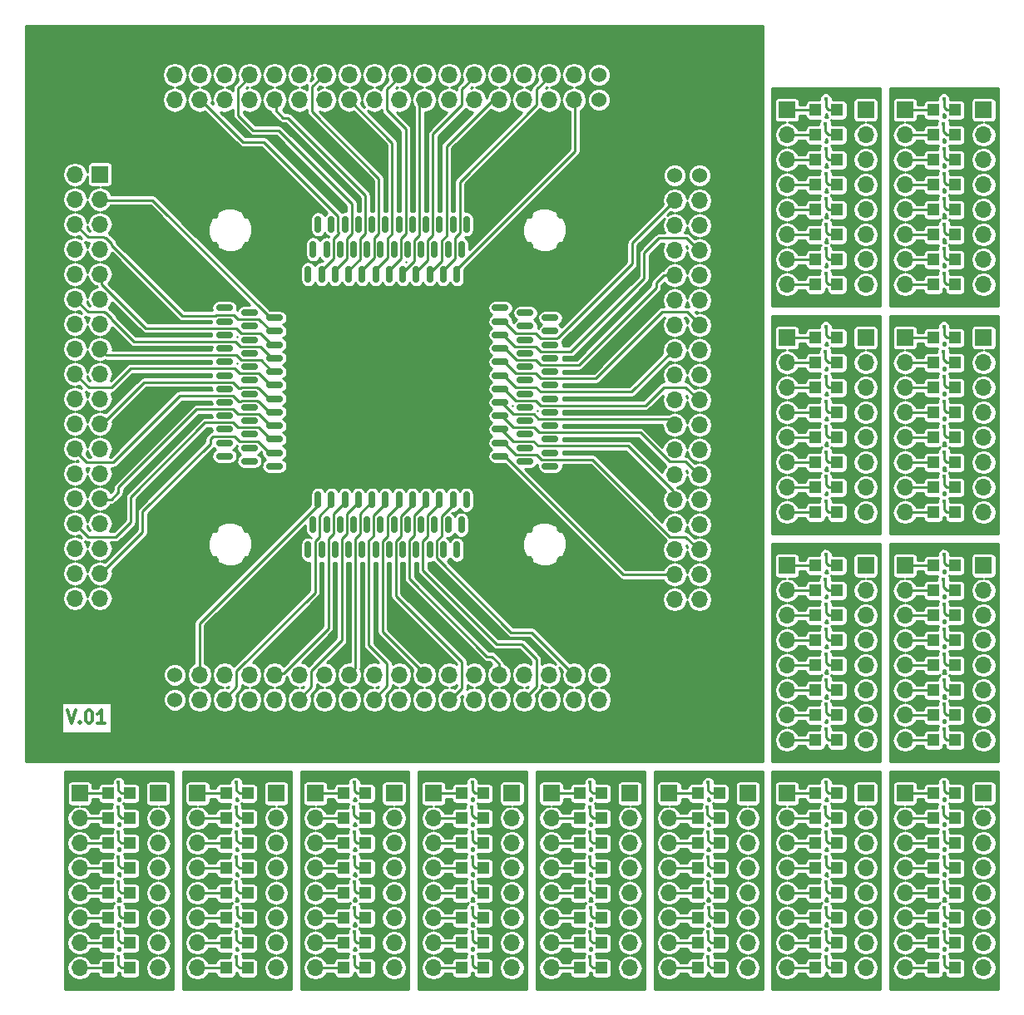
<source format=gtl>
%MOIN*%
%OFA0B0*%
%FSLAX46Y46*%
%IPPOS*%
%LPD*%
%ADD10C,0.0039370078740157488*%
%ADD11C,0.012795275590551183*%
%ADD12O,0.027559055118110236X0.068503937007874022*%
%ADD13O,0.068503937007874022X0.027559055118110236*%
%ADD14R,0.066929133858267723X0.066929133858267723*%
%ADD15O,0.066929133858267723X0.066929133858267723*%
%ADD16C,0.060000000000000005*%
%ADD17C,0.00984251968503937*%
%ADD18C,0.01*%
%ADD29C,0.0039370078740157488*%
%ADD30R,0.047244094488188976X0.047244094488188976*%
%ADD31R,0.066929133858267723X0.066929133858267723*%
%ADD32O,0.066929133858267723X0.066929133858267723*%
%ADD33C,0.017834645669291341*%
%ADD34C,0.00984251968503937*%
%ADD35C,0.01*%
%ADD36C,0.0039370078740157488*%
%ADD37R,0.047244094488188976X0.047244094488188976*%
%ADD38R,0.066929133858267723X0.066929133858267723*%
%ADD39O,0.066929133858267723X0.066929133858267723*%
%ADD40C,0.017834645669291341*%
%ADD41C,0.00984251968503937*%
%ADD42C,0.01*%
%ADD43C,0.0039370078740157488*%
%ADD44R,0.047244094488188976X0.047244094488188976*%
%ADD45R,0.066929133858267723X0.066929133858267723*%
%ADD46O,0.066929133858267723X0.066929133858267723*%
%ADD47C,0.017834645669291341*%
%ADD48C,0.00984251968503937*%
%ADD49C,0.01*%
%ADD50C,0.0039370078740157488*%
%ADD51R,0.047244094488188976X0.047244094488188976*%
%ADD52R,0.066929133858267723X0.066929133858267723*%
%ADD53O,0.066929133858267723X0.066929133858267723*%
%ADD54C,0.017834645669291341*%
%ADD55C,0.00984251968503937*%
%ADD56C,0.01*%
%ADD57C,0.0039370078740157488*%
%ADD58R,0.047244094488188976X0.047244094488188976*%
%ADD59R,0.066929133858267723X0.066929133858267723*%
%ADD60O,0.066929133858267723X0.066929133858267723*%
%ADD61C,0.017834645669291341*%
%ADD62C,0.00984251968503937*%
%ADD63C,0.01*%
%ADD64C,0.0039370078740157488*%
%ADD65R,0.047244094488188976X0.047244094488188976*%
%ADD66R,0.066929133858267723X0.066929133858267723*%
%ADD67O,0.066929133858267723X0.066929133858267723*%
%ADD68C,0.017834645669291341*%
%ADD69C,0.00984251968503937*%
%ADD70C,0.01*%
%ADD71C,0.0039370078740157488*%
%ADD72R,0.047244094488188976X0.047244094488188976*%
%ADD73R,0.066929133858267723X0.066929133858267723*%
%ADD74O,0.066929133858267723X0.066929133858267723*%
%ADD75C,0.017834645669291341*%
%ADD76C,0.00984251968503937*%
%ADD77C,0.01*%
%ADD78C,0.0039370078740157488*%
%ADD79R,0.047244094488188976X0.047244094488188976*%
%ADD80R,0.066929133858267723X0.066929133858267723*%
%ADD81O,0.066929133858267723X0.066929133858267723*%
%ADD82C,0.017834645669291341*%
%ADD83C,0.00984251968503937*%
%ADD84C,0.01*%
%ADD85C,0.0039370078740157488*%
%ADD86R,0.047244094488188976X0.047244094488188976*%
%ADD87R,0.066929133858267723X0.066929133858267723*%
%ADD88O,0.066929133858267723X0.066929133858267723*%
%ADD89C,0.017834645669291341*%
%ADD90C,0.00984251968503937*%
%ADD91C,0.01*%
%ADD92C,0.0039370078740157488*%
%ADD93R,0.047244094488188976X0.047244094488188976*%
%ADD94R,0.066929133858267723X0.066929133858267723*%
%ADD95O,0.066929133858267723X0.066929133858267723*%
%ADD96C,0.017834645669291341*%
%ADD97C,0.00984251968503937*%
%ADD98C,0.01*%
%ADD99C,0.0039370078740157488*%
%ADD100R,0.047244094488188976X0.047244094488188976*%
%ADD101R,0.066929133858267723X0.066929133858267723*%
%ADD102O,0.066929133858267723X0.066929133858267723*%
%ADD103C,0.017834645669291341*%
%ADD104C,0.00984251968503937*%
%ADD105C,0.01*%
%ADD106C,0.0039370078740157488*%
%ADD107R,0.047244094488188976X0.047244094488188976*%
%ADD108R,0.066929133858267723X0.066929133858267723*%
%ADD109O,0.066929133858267723X0.066929133858267723*%
%ADD110C,0.017834645669291341*%
%ADD111C,0.00984251968503937*%
%ADD112C,0.01*%
%ADD113C,0.0039370078740157488*%
%ADD114R,0.047244094488188976X0.047244094488188976*%
%ADD115R,0.066929133858267723X0.066929133858267723*%
%ADD116O,0.066929133858267723X0.066929133858267723*%
%ADD117C,0.017834645669291341*%
%ADD118C,0.00984251968503937*%
%ADD119C,0.01*%
%ADD120C,0.0039370078740157488*%
%ADD121R,0.047244094488188976X0.047244094488188976*%
%ADD122R,0.066929133858267723X0.066929133858267723*%
%ADD123O,0.066929133858267723X0.066929133858267723*%
%ADD124C,0.017834645669291341*%
%ADD125C,0.00984251968503937*%
%ADD126C,0.01*%
G01G01*
D10*
D11*
X0000185789Y0001171728D02*
X0000202849Y0001120547D01*
X0000219910Y0001171728D01*
X0000236970Y0001125421D02*
X0000239407Y0001122984D01*
X0000236970Y0001120547D01*
X0000234533Y0001122984D01*
X0000236970Y0001125421D01*
X0000236970Y0001120547D01*
X0000271091Y0001171728D02*
X0000275965Y0001171728D01*
X0000280839Y0001169291D01*
X0000283277Y0001166854D01*
X0000285714Y0001161979D01*
X0000288151Y0001152230D01*
X0000288151Y0001140045D01*
X0000285714Y0001130296D01*
X0000283277Y0001125421D01*
X0000280839Y0001122984D01*
X0000275965Y0001120547D01*
X0000271091Y0001120547D01*
X0000266216Y0001122984D01*
X0000263779Y0001125421D01*
X0000261342Y0001130296D01*
X0000258905Y0001140045D01*
X0000258905Y0001152230D01*
X0000261342Y0001161979D01*
X0000263779Y0001166854D01*
X0000266216Y0001169291D01*
X0000271091Y0001171728D01*
X0000336895Y0001120547D02*
X0000307649Y0001120547D01*
X0000322272Y0001120547D02*
X0000322272Y0001171728D01*
X0000317397Y0001164416D01*
X0000312523Y0001159542D01*
X0000307649Y0001157105D01*
D12*
X0001461712Y0002014763D03*
X0001407578Y0002014763D03*
D13*
X0000816338Y0002784940D03*
X0000816338Y0002730807D03*
X0000816338Y0002676673D03*
X0000816338Y0002622539D03*
X0000816338Y0002568405D03*
X0000816338Y0002514271D03*
X0000816338Y0002460137D03*
X0000816338Y0002406003D03*
X0000816338Y0002351870D03*
X0000816338Y0002297736D03*
X0000816338Y0002243602D03*
X0000816338Y0002189468D03*
X0002121850Y0002745570D03*
X0002121850Y0002691437D03*
X0002121850Y0002637303D03*
X0002121850Y0002583169D03*
X0002121850Y0002529035D03*
X0002121850Y0002474901D03*
X0002121850Y0002420767D03*
X0002121850Y0002366633D03*
X0002121850Y0002312500D03*
X0002121850Y0002258366D03*
X0002121850Y0002204232D03*
X0002121850Y0002150098D03*
X0002021850Y0002765255D03*
X0002021850Y0002711122D03*
X0002021850Y0002656988D03*
X0002021850Y0002602854D03*
X0002021850Y0002548720D03*
X0002021850Y0002494586D03*
X0002021850Y0002440452D03*
X0002021850Y0002386318D03*
X0002021850Y0002332185D03*
X0002021850Y0002278051D03*
X0002021850Y0002223917D03*
X0002021850Y0002169783D03*
X0000916338Y0002765255D03*
X0000916338Y0002711122D03*
X0000916338Y0002656988D03*
X0000916338Y0002602854D03*
X0000916338Y0002548720D03*
X0000916338Y0002494586D03*
X0000916338Y0002440452D03*
X0000916338Y0002386318D03*
X0000916338Y0002332185D03*
X0000916338Y0002278051D03*
X0000916338Y0002223917D03*
X0000916338Y0002169783D03*
X0001921850Y0002784940D03*
X0001921850Y0002730807D03*
X0001921850Y0002676673D03*
X0001921850Y0002622539D03*
X0001921850Y0002568405D03*
X0001921850Y0002514271D03*
X0001921850Y0002460137D03*
X0001921850Y0002406003D03*
X0001921850Y0002351870D03*
X0001921850Y0002297736D03*
X0001921850Y0002243602D03*
X0001016338Y0002745570D03*
X0001016338Y0002691437D03*
X0001016338Y0002637303D03*
X0001016338Y0002583169D03*
X0001016338Y0002529035D03*
X0001016338Y0002474901D03*
X0001016338Y0002420767D03*
X0001016338Y0002366633D03*
X0001016338Y0002312500D03*
X0001016338Y0002258366D03*
X0001016338Y0002204232D03*
X0001921850Y0002189468D03*
X0001016338Y0002150098D03*
D12*
X0001191043Y0003120275D03*
X0001191043Y0002014763D03*
X0001245177Y0003120275D03*
X0001299311Y0003120275D03*
X0001353444Y0003120275D03*
X0001407578Y0003120275D03*
X0001461712Y0003120275D03*
X0001515846Y0003120275D03*
X0001569980Y0003120275D03*
X0001624114Y0003120275D03*
X0001678248Y0003120275D03*
X0001732381Y0003120275D03*
X0001786515Y0003120275D03*
X0001245177Y0002014763D03*
X0001299311Y0002014763D03*
X0001353444Y0002014763D03*
X0001515846Y0002014763D03*
X0001569980Y0002014763D03*
X0001624114Y0002014763D03*
X0001678248Y0002014763D03*
X0001732381Y0002014763D03*
X0001786515Y0002014763D03*
X0001171358Y0003020275D03*
X0001225492Y0003020275D03*
X0001279626Y0003020275D03*
X0001333759Y0003020275D03*
X0001387893Y0003020275D03*
X0001442027Y0003020275D03*
X0001496161Y0003020275D03*
X0001550295Y0003020275D03*
X0001604429Y0003020275D03*
X0001658563Y0003020275D03*
X0001712696Y0003020275D03*
X0001766830Y0003020275D03*
X0001171358Y0001914763D03*
X0001225492Y0001914763D03*
X0001279626Y0001914763D03*
X0001333759Y0001914763D03*
X0001387893Y0001914763D03*
X0001442027Y0001914763D03*
X0001496161Y0001914763D03*
X0001550295Y0001914763D03*
X0001604429Y0001914763D03*
X0001658563Y0001914763D03*
X0001712696Y0001914763D03*
X0001766830Y0001914763D03*
X0001151673Y0001814763D03*
X0001205807Y0001814763D03*
X0001259940Y0001814763D03*
X0001314074Y0001814763D03*
X0001368208Y0001814763D03*
X0001422342Y0001814763D03*
X0001476476Y0001814763D03*
X0001530610Y0001814763D03*
X0001584744Y0001814763D03*
X0001638877Y0001814763D03*
X0001693011Y0001814763D03*
X0001747145Y0001814763D03*
X0001151673Y0002920275D03*
X0001205807Y0002920275D03*
X0001259940Y0002920275D03*
X0001314074Y0002920275D03*
X0001368208Y0002920275D03*
X0001422342Y0002920275D03*
X0001476476Y0002920275D03*
X0001530610Y0002920275D03*
X0001584744Y0002920275D03*
X0001638877Y0002920275D03*
X0001693011Y0002920275D03*
X0001747145Y0002920275D03*
D14*
X0000317716Y0003320472D03*
D15*
X0000217716Y0003320472D03*
X0000317716Y0003220472D03*
X0000217716Y0003220472D03*
X0000317716Y0003120472D03*
X0000217716Y0003120472D03*
X0000317716Y0003020472D03*
X0000217716Y0003020472D03*
X0000317716Y0002920472D03*
X0000217716Y0002920472D03*
X0000317716Y0002820472D03*
X0000217716Y0002820472D03*
X0000317716Y0002720472D03*
X0000217716Y0002720472D03*
X0000317716Y0002620472D03*
X0000217716Y0002620472D03*
X0000317716Y0002520472D03*
X0000217716Y0002520472D03*
X0000317716Y0002420472D03*
X0000217716Y0002420472D03*
X0000317716Y0002320472D03*
X0000217716Y0002320472D03*
X0000317716Y0002220472D03*
X0000217716Y0002220472D03*
X0000317716Y0002120472D03*
X0000217716Y0002120472D03*
X0000317716Y0002020472D03*
X0000217716Y0002020472D03*
X0000317716Y0001920472D03*
X0000217716Y0001920472D03*
X0000317716Y0001820472D03*
X0000217716Y0001820472D03*
X0000317716Y0001720472D03*
X0000217716Y0001720472D03*
X0000317716Y0001620472D03*
X0000217716Y0001620472D03*
D16*
X0000616929Y0001314173D03*
X0000616929Y0001214173D03*
D15*
X0000716929Y0001314173D03*
X0000716929Y0001214173D03*
X0000816929Y0001314173D03*
X0000816929Y0001214173D03*
X0000916929Y0001314173D03*
X0000916929Y0001214173D03*
X0001016929Y0001314173D03*
X0001016929Y0001214173D03*
X0001116929Y0001314173D03*
X0001116929Y0001214173D03*
X0001216929Y0001314173D03*
X0001216929Y0001214173D03*
X0001316929Y0001314173D03*
X0001316929Y0001214173D03*
X0001416929Y0001314173D03*
X0001416929Y0001214173D03*
X0001516929Y0001314173D03*
X0001516929Y0001214173D03*
X0001616929Y0001314173D03*
X0001616929Y0001214173D03*
X0001716929Y0001314173D03*
X0001716929Y0001214173D03*
X0001816929Y0001314173D03*
X0001816929Y0001214173D03*
X0001916929Y0001314173D03*
X0001916929Y0001214173D03*
X0002016929Y0001314173D03*
X0002016929Y0001214173D03*
X0002116929Y0001314173D03*
X0002116929Y0001214173D03*
X0002216929Y0001314173D03*
X0002216929Y0001214173D03*
X0002316929Y0001314173D03*
X0002316929Y0001214173D03*
D16*
X0002720472Y0003315354D03*
X0002620472Y0003315354D03*
D15*
X0002720472Y0003215354D03*
X0002620472Y0003215354D03*
X0002720472Y0003115354D03*
X0002620472Y0003115354D03*
X0002720472Y0003015354D03*
X0002620472Y0003015354D03*
X0002720472Y0002915354D03*
X0002620472Y0002915354D03*
X0002720472Y0002815354D03*
X0002620472Y0002815354D03*
X0002720472Y0002715354D03*
X0002620472Y0002715354D03*
X0002720472Y0002615354D03*
X0002620472Y0002615354D03*
X0002720472Y0002515354D03*
X0002620472Y0002515354D03*
X0002720472Y0002415354D03*
X0002620472Y0002415354D03*
X0002720472Y0002315354D03*
X0002620472Y0002315354D03*
X0002720472Y0002215354D03*
X0002620472Y0002215354D03*
X0002720472Y0002115354D03*
X0002620472Y0002115354D03*
X0002720472Y0002015354D03*
X0002620472Y0002015354D03*
X0002720472Y0001915354D03*
X0002620472Y0001915354D03*
X0002720472Y0001815354D03*
X0002620472Y0001815354D03*
X0002720472Y0001715354D03*
X0002620472Y0001715354D03*
X0002720472Y0001615354D03*
X0002620472Y0001615354D03*
D16*
X0002316929Y0003618897D03*
X0002316929Y0003718897D03*
D15*
X0002216929Y0003618897D03*
X0002216929Y0003718897D03*
X0002116929Y0003618897D03*
X0002116929Y0003718897D03*
X0002016929Y0003618897D03*
X0002016929Y0003718897D03*
X0001916929Y0003618897D03*
X0001916929Y0003718897D03*
X0001816929Y0003618897D03*
X0001816929Y0003718897D03*
X0001716929Y0003618897D03*
X0001716929Y0003718897D03*
X0001616929Y0003618897D03*
X0001616929Y0003718897D03*
X0001516929Y0003618897D03*
X0001516929Y0003718897D03*
X0001416929Y0003618897D03*
X0001416929Y0003718897D03*
X0001316929Y0003618897D03*
X0001316929Y0003718897D03*
X0001216929Y0003618897D03*
X0001216929Y0003718897D03*
X0001116929Y0003618897D03*
X0001116929Y0003718897D03*
X0001016929Y0003618897D03*
X0001016929Y0003718897D03*
X0000916929Y0003618897D03*
X0000916929Y0003718897D03*
X0000816929Y0003618897D03*
X0000816929Y0003718897D03*
X0000716929Y0003618897D03*
X0000716929Y0003718897D03*
X0000616929Y0003618897D03*
X0000616929Y0003718897D03*
D17*
X0001018700Y0002742027D02*
X0001002066Y0002742027D01*
X0001002066Y0002742027D02*
X0000527952Y0003216141D01*
X0000527952Y0003216141D02*
X0000318110Y0003216141D01*
X0000323841Y0003214099D02*
X0000321085Y0003216855D01*
X0000221085Y0003116855D02*
X0000269510Y0003068430D01*
X0000269510Y0003068430D02*
X0000333144Y0003068430D01*
X0000333144Y0003068430D02*
X0000334842Y0003066732D01*
X0000781733Y0002754257D02*
X0000784858Y0002757382D01*
X0000334842Y0003066732D02*
X0000339921Y0003066732D01*
X0000339921Y0003066732D02*
X0000363976Y0003042677D01*
X0000363976Y0003037598D02*
X0000647317Y0002754257D01*
X0000852853Y0002757382D02*
X0000871653Y0002738582D01*
X0000959055Y0002734251D02*
X0000959448Y0002734251D01*
X0000363976Y0003042677D02*
X0000363976Y0003037598D01*
X0000784858Y0002757382D02*
X0000852853Y0002757382D01*
X0000647317Y0002754257D02*
X0000781733Y0002754257D01*
X0000871653Y0002738582D02*
X0000954724Y0002738582D01*
X0000959448Y0002734251D02*
X0001005880Y0002687820D01*
X0000954724Y0002738582D02*
X0000959055Y0002734251D01*
X0001005880Y0002687820D02*
X0001019707Y0002687820D01*
X0001019707Y0002633686D02*
X0001011341Y0002633686D01*
X0001011341Y0002633686D02*
X0000961464Y0002683563D01*
X0000961464Y0002683563D02*
X0000884858Y0002683563D01*
X0000884858Y0002683563D02*
X0000864484Y0002703937D01*
X0000864484Y0002703937D02*
X0000500787Y0002703937D01*
X0000500787Y0002703937D02*
X0000324628Y0002880095D01*
X0000324628Y0002880095D02*
X0000324628Y0002920398D01*
X0000324628Y0002920398D02*
X0000321085Y0002916855D01*
X0001019707Y0002579552D02*
X0001010356Y0002579552D01*
X0000452362Y0002650000D02*
X0000363976Y0002738385D01*
X0001010356Y0002579552D02*
X0000960479Y0002629429D01*
X0000960479Y0002629429D02*
X0000879377Y0002629429D01*
X0000879377Y0002629429D02*
X0000858806Y0002650000D01*
X0000858806Y0002650000D02*
X0000452362Y0002650000D01*
X0000363976Y0002738385D02*
X0000363976Y0002742677D01*
X0000363976Y0002742677D02*
X0000339921Y0002766732D01*
X0000339921Y0002766732D02*
X0000335629Y0002766732D01*
X0000335629Y0002766732D02*
X0000333740Y0002768622D01*
X0000333740Y0002768622D02*
X0000269318Y0002768622D01*
X0000269318Y0002768622D02*
X0000221085Y0002816855D01*
X0001019707Y0002525418D02*
X0001011734Y0002525418D01*
X0001011734Y0002525418D02*
X0000962350Y0002574803D01*
X0000954231Y0002575295D02*
X0000884858Y0002575295D01*
X0000962350Y0002574803D02*
X0000954724Y0002574803D01*
X0000954724Y0002574803D02*
X0000954231Y0002575295D01*
X0000864566Y0002595275D02*
X0000342665Y0002595275D01*
X0000884858Y0002575295D02*
X0000884702Y0002575139D01*
X0000884702Y0002575139D02*
X0000864566Y0002595275D01*
X0000342665Y0002595275D02*
X0000321085Y0002616855D01*
X0000221085Y0002516855D02*
X0000272743Y0002465197D01*
X0000272743Y0002465197D02*
X0000293976Y0002465197D01*
X0000293976Y0002465197D02*
X0000295511Y0002466732D01*
X0000295511Y0002466732D02*
X0000339921Y0002466732D01*
X0001002876Y0002471284D02*
X0001019707Y0002471284D01*
X0000339921Y0002466732D02*
X0000341456Y0002465197D01*
X0000341456Y0002465197D02*
X0000362834Y0002465197D01*
X0000362834Y0002465197D02*
X0000438976Y0002541338D01*
X0000438976Y0002541338D02*
X0000858267Y0002541338D01*
X0000877952Y0002521653D02*
X0000884366Y0002521653D01*
X0000858267Y0002541338D02*
X0000877952Y0002521653D01*
X0000884366Y0002521653D02*
X0000884858Y0002521161D01*
X0000884858Y0002521161D02*
X0000952999Y0002521161D01*
X0000952999Y0002521161D02*
X0001002876Y0002471284D01*
X0000321085Y0002316855D02*
X0000325854Y0002312086D01*
X0000325854Y0002312086D02*
X0000325854Y0002317980D01*
X0000325854Y0002317980D02*
X0000495275Y0002487401D01*
X0000874234Y0002463705D02*
X0000881536Y0002463705D01*
X0000495275Y0002487401D02*
X0000850539Y0002487401D01*
X0000850539Y0002487401D02*
X0000874234Y0002463705D01*
X0000881536Y0002463705D02*
X0000884858Y0002467027D01*
X0000884858Y0002467027D02*
X0000947818Y0002467027D01*
X0000947818Y0002467027D02*
X0000951140Y0002463705D01*
X0000951140Y0002463705D02*
X0000953762Y0002463705D01*
X0000953762Y0002463705D02*
X0001000317Y0002417150D01*
X0001000317Y0002417150D02*
X0001019707Y0002417150D01*
X0000953762Y0002410162D02*
X0001000908Y0002363016D01*
X0000221085Y0002216855D02*
X0000221085Y0002207800D01*
X0000221085Y0002207800D02*
X0000263211Y0002165674D01*
X0000884858Y0002412894D02*
X0000947818Y0002412894D01*
X0000340979Y0002165674D02*
X0000370297Y0002165674D01*
X0000263211Y0002165674D02*
X0000294453Y0002165674D01*
X0000294453Y0002165674D02*
X0000295511Y0002166732D01*
X0000295511Y0002166732D02*
X0000339921Y0002166732D01*
X0000339921Y0002166732D02*
X0000340979Y0002165674D01*
X0000873841Y0002410162D02*
X0000882126Y0002410162D01*
X0000851326Y0002432677D02*
X0000873841Y0002410162D01*
X0000370297Y0002165674D02*
X0000637300Y0002432677D01*
X0001000908Y0002363016D02*
X0001019707Y0002363016D01*
X0000637300Y0002432677D02*
X0000851326Y0002432677D01*
X0000882126Y0002410162D02*
X0000884858Y0002412894D01*
X0000947818Y0002412894D02*
X0000950550Y0002410162D01*
X0000950550Y0002410162D02*
X0000953762Y0002410162D01*
X0000321085Y0002016855D02*
X0000362423Y0002016855D01*
X0000851326Y0002379527D02*
X0000871799Y0002359055D01*
X0000362423Y0002016855D02*
X0000391557Y0002045989D01*
X0000391557Y0002045989D02*
X0000391557Y0002064786D01*
X0000391557Y0002064786D02*
X0000705216Y0002378445D01*
X0001003073Y0002308883D02*
X0001019707Y0002308883D01*
X0000705216Y0002378445D02*
X0000846835Y0002378445D01*
X0000846835Y0002378445D02*
X0000847917Y0002379527D01*
X0000871799Y0002359055D02*
X0000879133Y0002359055D01*
X0000847917Y0002379527D02*
X0000851326Y0002379527D01*
X0000879428Y0002358760D02*
X0000953196Y0002358760D01*
X0001019707Y0002308883D02*
X0001001892Y0002308883D01*
X0000879133Y0002359055D02*
X0000879428Y0002358760D01*
X0000953196Y0002358760D02*
X0001003073Y0002308883D01*
X0000221085Y0001916855D02*
X0000271478Y0001866461D01*
X0000271478Y0001866461D02*
X0000295241Y0001866461D01*
X0000295511Y0001866732D02*
X0000339921Y0001866732D01*
X0000295241Y0001866461D02*
X0000295511Y0001866732D01*
X0000339921Y0001866732D02*
X0000340191Y0001866461D01*
X0000340191Y0001866461D02*
X0000381321Y0001866461D01*
X0000381321Y0001866461D02*
X0000440914Y0001926055D01*
X0000440914Y0001926055D02*
X0000440914Y0002027529D01*
X0000440914Y0002027529D02*
X0000737795Y0002324409D01*
X0000737795Y0002324409D02*
X0000851326Y0002324409D01*
X0000851326Y0002324409D02*
X0000871011Y0002304724D01*
X0000871011Y0002304724D02*
X0000953295Y0002304724D01*
X0000953295Y0002304724D02*
X0001003270Y0002254749D01*
X0001003270Y0002254749D02*
X0001019707Y0002254749D01*
X0000321085Y0001716855D02*
X0000321085Y0001718723D01*
X0000884858Y0002250492D02*
X0000951621Y0002250492D01*
X0000321085Y0001718723D02*
X0000488188Y0001885826D01*
X0000488188Y0001885826D02*
X0000488188Y0001968503D01*
X0000759842Y0002240157D02*
X0000759842Y0002258661D01*
X0001001498Y0002200615D02*
X0001019707Y0002200615D01*
X0000488188Y0001968503D02*
X0000759842Y0002240157D01*
X0000759842Y0002258661D02*
X0000772047Y0002270866D01*
X0000877952Y0002250787D02*
X0000884563Y0002250787D01*
X0000772047Y0002270866D02*
X0000857874Y0002270866D01*
X0000857874Y0002270866D02*
X0000877952Y0002250787D01*
X0000951621Y0002250492D02*
X0001001498Y0002200615D01*
X0000884563Y0002250787D02*
X0000884858Y0002250492D01*
X0002219611Y0003614347D02*
X0002222367Y0003617103D01*
X0002221653Y0003414173D02*
X0002221653Y0003620078D01*
X0001747539Y0002940059D02*
X0002221653Y0003414173D01*
X0001747539Y0002919488D02*
X0001747539Y0002940059D01*
X0002122367Y0003717103D02*
X0002066929Y0003661665D01*
X0001740255Y0002988795D02*
X0001740477Y0002988573D01*
X0002066929Y0003661665D02*
X0002066929Y0003598031D01*
X0002066929Y0003598031D02*
X0001759768Y0003290871D01*
X0001759768Y0003290871D02*
X0001759768Y0003086001D01*
X0001740255Y0003051755D02*
X0001740255Y0002988795D01*
X0001759768Y0003086001D02*
X0001740477Y0003066710D01*
X0001740477Y0003066710D02*
X0001740477Y0003051977D01*
X0001740477Y0003051977D02*
X0001740255Y0003051755D01*
X0001740477Y0002988573D02*
X0001740477Y0002983639D01*
X0001740477Y0002983639D02*
X0001693331Y0002936493D01*
X0001693331Y0002936493D02*
X0001693331Y0002918481D01*
X0001639198Y0002918481D02*
X0001639198Y0002926847D01*
X0001705438Y0003433390D02*
X0001885607Y0003613560D01*
X0001639198Y0002926847D02*
X0001686220Y0002973870D01*
X0001686220Y0002973870D02*
X0001686220Y0002988696D01*
X0001686220Y0002988696D02*
X0001686121Y0002988795D01*
X0001686121Y0002988795D02*
X0001686121Y0003051755D01*
X0001686121Y0003051755D02*
X0001686220Y0003051854D01*
X0001686220Y0003051854D02*
X0001686220Y0003054578D01*
X0001686220Y0003054578D02*
X0001705438Y0003073796D01*
X0001705438Y0003073796D02*
X0001705438Y0003433390D01*
X0001925910Y0003613560D02*
X0001922367Y0003617103D01*
X0001885607Y0003613560D02*
X0001925910Y0003613560D01*
X0001585064Y0002918481D02*
X0001585064Y0002927832D01*
X0001585064Y0002927832D02*
X0001631816Y0002974584D01*
X0001631816Y0002974584D02*
X0001631816Y0003055686D01*
X0001631816Y0003055686D02*
X0001651894Y0003075765D01*
X0001651672Y0003151755D02*
X0001651894Y0003151977D01*
X0001651894Y0003075765D02*
X0001651894Y0003088573D01*
X0001651894Y0003482209D02*
X0001767716Y0003598031D01*
X0001651894Y0003088573D02*
X0001651672Y0003088795D01*
X0001651672Y0003088795D02*
X0001651672Y0003151755D01*
X0001651894Y0003151977D02*
X0001651894Y0003482209D01*
X0001767716Y0003598031D02*
X0001767716Y0003662452D01*
X0001767716Y0003662452D02*
X0001822367Y0003717103D01*
X0001530930Y0002918481D02*
X0001530930Y0002926454D01*
X0001578346Y0002988302D02*
X0001577853Y0002988795D01*
X0001530930Y0002926454D02*
X0001578346Y0002973870D01*
X0001578346Y0002973870D02*
X0001578346Y0002988302D01*
X0001597564Y0003151781D02*
X0001597564Y0003592300D01*
X0001577853Y0002988795D02*
X0001577853Y0003051755D01*
X0001597564Y0003074977D02*
X0001597564Y0003088770D01*
X0001577853Y0003051755D02*
X0001578346Y0003052248D01*
X0001578346Y0003052248D02*
X0001578346Y0003055760D01*
X0001578346Y0003055760D02*
X0001597564Y0003074977D01*
X0001597564Y0003088770D02*
X0001597539Y0003088795D01*
X0001597539Y0003088795D02*
X0001597539Y0003151755D01*
X0001597539Y0003151755D02*
X0001597564Y0003151781D01*
X0001597564Y0003592300D02*
X0001622367Y0003617103D01*
X0001522367Y0003717103D02*
X0001466929Y0003661665D01*
X0001466929Y0003661665D02*
X0001466929Y0003579133D01*
X0001466929Y0003579133D02*
X0001543233Y0003502829D01*
X0001543233Y0003502829D02*
X0001543233Y0003083245D01*
X0001543233Y0003083245D02*
X0001523548Y0003063560D01*
X0001523548Y0003063560D02*
X0001523548Y0002982064D01*
X0001523548Y0002982064D02*
X0001476796Y0002935312D01*
X0001476796Y0002935312D02*
X0001476796Y0002918481D01*
X0001322367Y0003617103D02*
X0001317597Y0003612334D01*
X0001317597Y0003612334D02*
X0001323492Y0003612334D01*
X0001469217Y0003063954D02*
X0001469217Y0002984426D01*
X0001323492Y0003612334D02*
X0001488582Y0003447244D01*
X0001488582Y0003447244D02*
X0001488582Y0003083319D01*
X0001488582Y0003083319D02*
X0001469217Y0003063954D01*
X0001469217Y0002984426D02*
X0001422662Y0002937871D01*
X0001422662Y0002937871D02*
X0001422662Y0002918481D01*
X0001222367Y0003717103D02*
X0001213312Y0003717103D01*
X0001213312Y0003717103D02*
X0001167716Y0003671508D01*
X0001167716Y0003671508D02*
X0001167716Y0003571360D01*
X0001167716Y0003571360D02*
X0001434965Y0003304111D01*
X0001434965Y0003304111D02*
X0001434965Y0003083639D01*
X0001434965Y0003083639D02*
X0001415674Y0003064347D01*
X0001415674Y0002984426D02*
X0001368528Y0002937280D01*
X0001415674Y0003064347D02*
X0001415674Y0003051977D01*
X0001415674Y0003051977D02*
X0001415452Y0003051755D01*
X0001415452Y0003051755D02*
X0001415452Y0002988795D01*
X0001415452Y0002988795D02*
X0001415674Y0002988573D01*
X0001415674Y0002988573D02*
X0001415674Y0002984426D01*
X0001368528Y0002937280D02*
X0001368528Y0002918481D01*
X0001381003Y0003151755D02*
X0001381003Y0003088795D01*
X0001360335Y0003051755D02*
X0001360335Y0002988795D01*
X0001022367Y0003617103D02*
X0001022367Y0003575765D01*
X0001022367Y0003575765D02*
X0001051501Y0003546631D01*
X0001051501Y0003546631D02*
X0001070297Y0003546631D01*
X0001070297Y0003546631D02*
X0001381028Y0003235900D01*
X0001381028Y0003235900D02*
X0001381028Y0003151781D01*
X0001381028Y0003082851D02*
X0001360236Y0003062059D01*
X0001381028Y0003151781D02*
X0001381003Y0003151755D01*
X0001381003Y0003088795D02*
X0001381028Y0003088770D01*
X0001360236Y0002980956D02*
X0001314394Y0002935115D01*
X0001381028Y0003088770D02*
X0001381028Y0003082851D01*
X0001360236Y0003062059D02*
X0001360236Y0003051854D01*
X0001360236Y0003051854D02*
X0001360335Y0003051755D01*
X0001360335Y0002988795D02*
X0001360236Y0002988696D01*
X0001360236Y0002988696D02*
X0001360236Y0002980956D01*
X0001314394Y0002935115D02*
X0001314394Y0002918481D01*
X0001314394Y0002918481D02*
X0001314394Y0002936296D01*
X0000922367Y0003717103D02*
X0000871973Y0003666710D01*
X0000871973Y0003556867D02*
X0000931567Y0003497274D01*
X0000871973Y0003595388D02*
X0000871973Y0003556867D01*
X0000871973Y0003666710D02*
X0000871973Y0003642406D01*
X0000871973Y0003642406D02*
X0000870669Y0003641102D01*
X0001326869Y0003151755D02*
X0001326869Y0003088795D01*
X0001327091Y0003151977D02*
X0001326869Y0003151755D01*
X0000870669Y0003641102D02*
X0000870669Y0003596692D01*
X0000931567Y0003497274D02*
X0001033040Y0003497274D01*
X0000870669Y0003596692D02*
X0000871973Y0003595388D01*
X0001033040Y0003497274D02*
X0001327091Y0003203223D01*
X0001327091Y0003088573D02*
X0001327091Y0003084032D01*
X0001327091Y0003203223D02*
X0001327091Y0003151977D01*
X0001306692Y0003063634D02*
X0001306692Y0002981350D01*
X0001326869Y0003088795D02*
X0001327091Y0003088573D01*
X0001327091Y0003084032D02*
X0001306692Y0003063634D01*
X0001306692Y0002981350D02*
X0001260261Y0002934918D01*
X0001260261Y0002934918D02*
X0001260261Y0002918481D01*
X0000722367Y0003617103D02*
X0000724234Y0003617103D01*
X0001270078Y0003153429D02*
X0001271752Y0003151755D01*
X0000724234Y0003617103D02*
X0000891338Y0003450000D01*
X0000891338Y0003450000D02*
X0000974015Y0003450000D01*
X0001272761Y0003083245D02*
X0001252755Y0003063240D01*
X0001252755Y0003063240D02*
X0001252755Y0002983319D01*
X0000974015Y0003450000D02*
X0001270078Y0003153937D01*
X0001270078Y0003153937D02*
X0001270078Y0003153429D01*
X0001271752Y0003151755D02*
X0001271752Y0003089778D01*
X0001252755Y0002983319D02*
X0001206127Y0002936690D01*
X0001271752Y0003089778D02*
X0001272761Y0003088770D01*
X0001206127Y0002936690D02*
X0001206127Y0002918481D01*
X0001272761Y0003088770D02*
X0001272761Y0003083245D01*
X0001191043Y0002014763D02*
X0001191043Y0001994192D01*
X0001191043Y0001994192D02*
X0000716929Y0001520078D01*
X0000716929Y0001520078D02*
X0000716929Y0001314173D01*
X0000718971Y0001319904D02*
X0000716215Y0001317148D01*
X0000816215Y0001217148D02*
X0000864640Y0001265573D01*
X0000864640Y0001265573D02*
X0000864640Y0001329207D01*
X0001178813Y0001848250D02*
X0001198105Y0001867541D01*
X0001198105Y0001867541D02*
X0001198105Y0001950612D01*
X0000864640Y0001329207D02*
X0001178813Y0001643380D01*
X0001178813Y0001643380D02*
X0001178813Y0001848250D01*
X0001198105Y0001950612D02*
X0001245250Y0001997758D01*
X0001245250Y0001997758D02*
X0001245250Y0002015770D01*
X0001299384Y0002015770D02*
X0001299384Y0002007404D01*
X0001299384Y0002007404D02*
X0001252435Y0001960455D01*
X0001252435Y0001879746D02*
X0001233144Y0001860455D01*
X0001233144Y0001860455D02*
X0001233144Y0001500860D01*
X0001252435Y0001960455D02*
X0001252435Y0001879746D01*
X0001233144Y0001500860D02*
X0001052975Y0001320691D01*
X0001012672Y0001320691D02*
X0001016215Y0001317148D01*
X0001052975Y0001320691D02*
X0001012672Y0001320691D01*
X0001353518Y0002015770D02*
X0001353518Y0002006419D01*
X0001353518Y0002006419D02*
X0001306766Y0001959667D01*
X0001306766Y0001959667D02*
X0001306766Y0001878565D01*
X0001306766Y0001878565D02*
X0001286687Y0001858486D01*
X0001286687Y0001858486D02*
X0001286687Y0001452042D01*
X0001286687Y0001452042D02*
X0001164448Y0001329803D01*
X0001164448Y0001265381D02*
X0001116215Y0001217148D01*
X0001164448Y0001329803D02*
X0001164448Y0001265381D01*
X0001316215Y0001317148D02*
X0001341018Y0001341951D01*
X0001360703Y0001960849D02*
X0001407652Y0002007797D01*
X0001360703Y0001960849D02*
X0001360703Y0001878959D01*
X0001360703Y0001878959D02*
X0001341018Y0001859274D01*
X0001341018Y0001859274D02*
X0001341018Y0001341951D01*
X0001407652Y0002015770D02*
X0001407652Y0002007797D01*
X0001416215Y0001217148D02*
X0001467873Y0001268806D01*
X0001461786Y0001998939D02*
X0001461786Y0002015770D01*
X0001467873Y0001268806D02*
X0001467873Y0001358897D01*
X0001395349Y0001851006D02*
X0001415034Y0001870691D01*
X0001467873Y0001358897D02*
X0001395349Y0001431422D01*
X0001395349Y0001431422D02*
X0001395349Y0001851006D01*
X0001415034Y0001870691D02*
X0001415034Y0001952187D01*
X0001415034Y0001952187D02*
X0001461786Y0001998939D01*
X0001616215Y0001317148D02*
X0001620984Y0001321917D01*
X0001620984Y0001321917D02*
X0001615090Y0001321917D01*
X0001615090Y0001321917D02*
X0001449679Y0001487327D01*
X0001449679Y0001487327D02*
X0001449679Y0001850612D01*
X0001449679Y0001850612D02*
X0001469364Y0001870297D01*
X0001469364Y0001870297D02*
X0001469364Y0001949825D01*
X0001469364Y0001949825D02*
X0001515920Y0001996380D01*
X0001515920Y0001996380D02*
X0001515920Y0002015770D01*
X0001716215Y0001217148D02*
X0001725270Y0001217148D01*
X0001725270Y0001217148D02*
X0001767396Y0001259274D01*
X0001503616Y0001850612D02*
X0001522908Y0001869904D01*
X0001767396Y0001259274D02*
X0001767396Y0001366360D01*
X0001767396Y0001366360D02*
X0001503616Y0001630140D01*
X0001570053Y0001996971D02*
X0001570053Y0002015770D01*
X0001503616Y0001630140D02*
X0001503616Y0001850612D01*
X0001522908Y0001869904D02*
X0001522908Y0001949825D01*
X0001522908Y0001949825D02*
X0001570053Y0001996971D01*
X0001916215Y0001317148D02*
X0001916215Y0001358486D01*
X0001624187Y0001999136D02*
X0001624187Y0002015770D01*
X0001916215Y0001358486D02*
X0001887081Y0001387620D01*
X0001577238Y0001871085D02*
X0001577238Y0001952187D01*
X0001887081Y0001387620D02*
X0001868284Y0001387620D01*
X0001868284Y0001387620D02*
X0001557553Y0001698351D01*
X0001557553Y0001698351D02*
X0001557553Y0001851400D01*
X0001557553Y0001851400D02*
X0001577238Y0001871085D01*
X0001577238Y0001952187D02*
X0001624187Y0001999136D01*
X0001624187Y0002015770D02*
X0001624187Y0001997955D01*
X0002016215Y0001217148D02*
X0002066609Y0001267541D01*
X0002066609Y0001267541D02*
X0002066609Y0001377384D01*
X0001611490Y0001850219D02*
X0001631175Y0001869904D01*
X0002066609Y0001377384D02*
X0002007015Y0001436977D01*
X0002007015Y0001436977D02*
X0001905541Y0001436977D01*
X0001905541Y0001436977D02*
X0001611490Y0001731028D01*
X0001611490Y0001731028D02*
X0001611490Y0001850219D01*
X0001631175Y0001869904D02*
X0001631175Y0001952187D01*
X0001631175Y0001952187D02*
X0001678321Y0001999333D01*
X0001678321Y0001999333D02*
X0001678321Y0002015770D01*
X0002216215Y0001317148D02*
X0002214347Y0001317148D01*
X0001685506Y0001870691D02*
X0001685506Y0001950612D01*
X0002214347Y0001317148D02*
X0002047244Y0001484251D01*
X0001964566Y0001484251D02*
X0001665821Y0001782997D01*
X0002047244Y0001484251D02*
X0001964566Y0001484251D01*
X0001665821Y0001782997D02*
X0001665821Y0001851006D01*
X0001665821Y0001851006D02*
X0001685506Y0001870691D01*
X0001685506Y0001950612D02*
X0001732455Y0001997561D01*
X0001732455Y0001997561D02*
X0001732455Y0002015770D01*
X0002617395Y0003214396D02*
X0002617395Y0003212528D01*
X0002083536Y0002664002D02*
X0002063531Y0002684007D01*
X0002617395Y0003212528D02*
X0002450291Y0003045425D01*
X0002450291Y0003045425D02*
X0002450291Y0002961822D01*
X0002063531Y0002684007D02*
X0001983610Y0002684007D01*
X0002450291Y0002961822D02*
X0002153330Y0002664861D01*
X0002151038Y0002664002D02*
X0002083536Y0002664002D01*
X0002153330Y0002664861D02*
X0002151897Y0002664861D01*
X0002151897Y0002664861D02*
X0002151038Y0002664002D01*
X0001983610Y0002684007D02*
X0001936981Y0002730636D01*
X0001936981Y0002730636D02*
X0001918772Y0002730636D01*
X0001935210Y0002676502D02*
X0001918772Y0002676502D01*
X0001981641Y0002630070D02*
X0001935210Y0002676502D01*
X0002084324Y0002609672D02*
X0002063925Y0002630070D01*
X0002089086Y0002609894D02*
X0002088864Y0002609672D01*
X0002063925Y0002630070D02*
X0001981641Y0002630070D01*
X0002203514Y0002609672D02*
X0002152269Y0002609672D01*
X0002088864Y0002609672D02*
X0002084324Y0002609672D01*
X0002497565Y0002903722D02*
X0002203514Y0002609672D01*
X0002596984Y0003066094D02*
X0002595679Y0003064790D01*
X0002497565Y0003005196D02*
X0002497565Y0002903722D01*
X0002641393Y0003066094D02*
X0002596984Y0003066094D01*
X0002152269Y0002609672D02*
X0002152047Y0002609894D01*
X0002152047Y0002609894D02*
X0002089086Y0002609894D01*
X0002642698Y0003064790D02*
X0002641393Y0003066094D01*
X0002667001Y0003064790D02*
X0002642698Y0003064790D01*
X0002595679Y0003064790D02*
X0002557158Y0003064790D01*
X0002557158Y0003064790D02*
X0002497565Y0003005196D01*
X0002717395Y0003014396D02*
X0002667001Y0003064790D01*
X0002617395Y0002914396D02*
X0002576056Y0002914396D01*
X0002576056Y0002914396D02*
X0002546922Y0002885262D01*
X0002546922Y0002866465D02*
X0002236191Y0002555735D01*
X0002546922Y0002885262D02*
X0002546922Y0002866465D01*
X0002236191Y0002555735D02*
X0002152072Y0002555735D01*
X0002152072Y0002555735D02*
X0002152047Y0002555760D01*
X0002053579Y0002576527D02*
X0002053330Y0002576279D01*
X0002152047Y0002555760D02*
X0002089086Y0002555760D01*
X0001990370Y0002576279D02*
X0001989681Y0002575590D01*
X0002089086Y0002555760D02*
X0002089061Y0002555735D01*
X0002089061Y0002555735D02*
X0002083143Y0002555735D01*
X0002053330Y0002576279D02*
X0001990370Y0002576279D01*
X0002083143Y0002555735D02*
X0002062350Y0002576527D01*
X0002062350Y0002576527D02*
X0002053579Y0002576527D01*
X0001989681Y0002575590D02*
X0001987795Y0002575590D01*
X0001987795Y0002575590D02*
X0001941016Y0002622368D01*
X0001941016Y0002622368D02*
X0001918772Y0002622368D01*
X0001918772Y0002622368D02*
X0001936587Y0002622368D01*
X0001937572Y0002568235D02*
X0001918772Y0002568235D01*
X0001988864Y0002521089D02*
X0001984717Y0002521089D01*
X0001989086Y0002521311D02*
X0001988864Y0002521089D01*
X0002052047Y0002521311D02*
X0001989086Y0002521311D01*
X0002052269Y0002521089D02*
X0002052047Y0002521311D01*
X0002064639Y0002521089D02*
X0002052269Y0002521089D01*
X0001984717Y0002521089D02*
X0001937572Y0002568235D01*
X0002083930Y0002501797D02*
X0002064639Y0002521089D01*
X0002304402Y0002501797D02*
X0002083930Y0002501797D01*
X0002571652Y0002769047D02*
X0002304402Y0002501797D01*
X0002671799Y0002769047D02*
X0002571652Y0002769047D01*
X0002717395Y0002723451D02*
X0002671799Y0002769047D01*
X0002717395Y0002714396D02*
X0002717395Y0002723451D01*
X0001938162Y0002514101D02*
X0001918772Y0002514101D01*
X0001984717Y0002467546D02*
X0001938162Y0002514101D01*
X0002083610Y0002448181D02*
X0002064245Y0002467546D01*
X0002447535Y0002448181D02*
X0002083610Y0002448181D01*
X0002612625Y0002613271D02*
X0002447535Y0002448181D01*
X0002064245Y0002467546D02*
X0001984717Y0002467546D01*
X0002612625Y0002619165D02*
X0002612625Y0002613271D01*
X0002617395Y0002614396D02*
X0002612625Y0002619165D01*
X0002717395Y0002414396D02*
X0002665256Y0002466535D01*
X0002665256Y0002466535D02*
X0002576125Y0002466535D01*
X0002576125Y0002466535D02*
X0002503120Y0002393530D01*
X0002063851Y0002413215D02*
X0001982355Y0002413215D01*
X0002503120Y0002393530D02*
X0002083536Y0002393530D01*
X0002083536Y0002393530D02*
X0002063851Y0002413215D01*
X0001935603Y0002459967D02*
X0001918772Y0002459967D01*
X0001982355Y0002413215D02*
X0001935603Y0002459967D01*
X0002592591Y0002339199D02*
X0002617395Y0002314396D01*
X0002152047Y0002339224D02*
X0002152072Y0002339199D01*
X0002089086Y0002339224D02*
X0002152047Y0002339224D01*
X0002089061Y0002339199D02*
X0002089086Y0002339224D01*
X0002056051Y0002358417D02*
X0002075269Y0002339199D01*
X0002052539Y0002358417D02*
X0002056051Y0002358417D01*
X0002052047Y0002358909D02*
X0002052539Y0002358417D01*
X0002075269Y0002339199D02*
X0002089061Y0002339199D01*
X0001989086Y0002358909D02*
X0002052047Y0002358909D01*
X0002152072Y0002339199D02*
X0002592591Y0002339199D01*
X0001974161Y0002358417D02*
X0001988594Y0002358417D01*
X0001926745Y0002405833D02*
X0001974161Y0002358417D01*
X0001988594Y0002358417D02*
X0001989086Y0002358909D01*
X0001918772Y0002405833D02*
X0001926745Y0002405833D01*
X0001918772Y0002351699D02*
X0001928123Y0002351699D01*
X0002664074Y0002167716D02*
X0002717395Y0002114396D01*
X0001928123Y0002351699D02*
X0001974875Y0002304947D01*
X0002152047Y0002285090D02*
X0002152269Y0002284868D01*
X0001974875Y0002304947D02*
X0002055977Y0002304947D01*
X0002152269Y0002284868D02*
X0002482501Y0002284868D01*
X0002055977Y0002304947D02*
X0002076056Y0002284868D01*
X0002076056Y0002284868D02*
X0002088864Y0002284868D01*
X0002088864Y0002284868D02*
X0002089086Y0002285090D01*
X0002089086Y0002285090D02*
X0002152047Y0002285090D01*
X0002482501Y0002284868D02*
X0002599653Y0002167716D01*
X0002599653Y0002167716D02*
X0002664074Y0002167716D01*
X0002613851Y0002051156D02*
X0002613851Y0002010853D01*
X0002613851Y0002010853D02*
X0002617395Y0002014396D01*
X0002074087Y0002231325D02*
X0002433682Y0002231325D01*
X0002054870Y0002250543D02*
X0002074087Y0002231325D01*
X0002052145Y0002250543D02*
X0002054870Y0002250543D01*
X0002052047Y0002250642D02*
X0002052145Y0002250543D01*
X0001989086Y0002250642D02*
X0002052047Y0002250642D01*
X0001988987Y0002250543D02*
X0001989086Y0002250642D01*
X0001974161Y0002250543D02*
X0001988987Y0002250543D01*
X0001927139Y0002297565D02*
X0001974161Y0002250543D01*
X0002433682Y0002231325D02*
X0002613851Y0002051156D01*
X0001918772Y0002297565D02*
X0001927139Y0002297565D01*
X0002717395Y0001814396D02*
X0002665256Y0001866535D01*
X0002052047Y0002196508D02*
X0001989086Y0002196508D01*
X0002665256Y0001866535D02*
X0002601622Y0001866535D01*
X0002601622Y0001866535D02*
X0002291162Y0002176994D01*
X0002291162Y0002176994D02*
X0002086292Y0002176994D01*
X0002086292Y0002176994D02*
X0002067001Y0002196286D01*
X0002067001Y0002196286D02*
X0002052269Y0002196286D01*
X0002052269Y0002196286D02*
X0002052047Y0002196508D01*
X0001989086Y0002196508D02*
X0001988864Y0002196286D01*
X0001988864Y0002196286D02*
X0001983930Y0002196286D01*
X0001983930Y0002196286D02*
X0001936784Y0002243431D01*
X0001936784Y0002243431D02*
X0001918772Y0002243431D01*
X0001919779Y0002189224D02*
X0001940350Y0002189224D01*
X0001940350Y0002189224D02*
X0002414464Y0001715110D01*
X0002414464Y0001715110D02*
X0002620370Y0001715110D01*
X0002614639Y0001717152D02*
X0002617395Y0001714396D01*
X0002619291Y0001717322D02*
X0002622047Y0001714566D01*
D18*
G36*
X0002972362Y0000964645D02*
X0000019763Y0000964645D01*
X0000019763Y0001202736D01*
X0000164103Y0001202736D01*
X0000164103Y0001079547D01*
X0000363455Y0001079547D01*
X0000363455Y0001202736D01*
X0000164103Y0001202736D01*
X0000019763Y0001202736D01*
X0000019763Y0001204902D01*
X0000570110Y0001204902D01*
X0000577221Y0001187691D01*
X0000590378Y0001174511D01*
X0000607577Y0001167370D01*
X0000626199Y0001167354D01*
X0000643410Y0001174465D01*
X0000656590Y0001187622D01*
X0000663732Y0001204821D01*
X0000663748Y0001223443D01*
X0000656636Y0001240654D01*
X0000643480Y0001253834D01*
X0000626281Y0001260976D01*
X0000607658Y0001260992D01*
X0000590447Y0001253880D01*
X0000577267Y0001240724D01*
X0000570126Y0001223525D01*
X0000570110Y0001204902D01*
X0000019763Y0001204902D01*
X0000019763Y0001304902D01*
X0000570110Y0001304902D01*
X0000577221Y0001287691D01*
X0000590378Y0001274511D01*
X0000607577Y0001267370D01*
X0000626199Y0001267354D01*
X0000643410Y0001274465D01*
X0000656590Y0001287622D01*
X0000663732Y0001304821D01*
X0000663741Y0001315158D01*
X0000666653Y0001315158D01*
X0000666653Y0001313188D01*
X0000670480Y0001293948D01*
X0000681378Y0001277638D01*
X0000697689Y0001266739D01*
X0000710591Y0001264173D01*
X0000697689Y0001261606D01*
X0000681378Y0001250708D01*
X0000670480Y0001234397D01*
X0000666653Y0001215158D01*
X0000666653Y0001213188D01*
X0000670480Y0001193948D01*
X0000681378Y0001177638D01*
X0000697689Y0001166739D01*
X0000716929Y0001162912D01*
X0000736168Y0001166739D01*
X0000752479Y0001177638D01*
X0000763377Y0001193948D01*
X0000766929Y0001211802D01*
X0000770480Y0001193948D01*
X0000781378Y0001177638D01*
X0000797689Y0001166739D01*
X0000816929Y0001162912D01*
X0000836168Y0001166739D01*
X0000852479Y0001177638D01*
X0000863377Y0001193948D01*
X0000866929Y0001211802D01*
X0000870480Y0001193948D01*
X0000881378Y0001177638D01*
X0000897689Y0001166739D01*
X0000916929Y0001162912D01*
X0000936168Y0001166739D01*
X0000952479Y0001177638D01*
X0000963377Y0001193948D01*
X0000966929Y0001211802D01*
X0000970480Y0001193948D01*
X0000981378Y0001177638D01*
X0000997689Y0001166739D01*
X0001016929Y0001162912D01*
X0001036168Y0001166739D01*
X0001052479Y0001177638D01*
X0001063377Y0001193948D01*
X0001066929Y0001211802D01*
X0001070480Y0001193948D01*
X0001081378Y0001177638D01*
X0001097689Y0001166739D01*
X0001116929Y0001162912D01*
X0001136168Y0001166739D01*
X0001152479Y0001177638D01*
X0001163377Y0001193948D01*
X0001166929Y0001211802D01*
X0001170480Y0001193948D01*
X0001181378Y0001177638D01*
X0001197689Y0001166739D01*
X0001216929Y0001162912D01*
X0001236168Y0001166739D01*
X0001252479Y0001177638D01*
X0001263377Y0001193948D01*
X0001266929Y0001211802D01*
X0001270480Y0001193948D01*
X0001281378Y0001177638D01*
X0001297689Y0001166739D01*
X0001316929Y0001162912D01*
X0001336168Y0001166739D01*
X0001352479Y0001177638D01*
X0001363377Y0001193948D01*
X0001366929Y0001211802D01*
X0001370480Y0001193948D01*
X0001381378Y0001177638D01*
X0001397689Y0001166739D01*
X0001416929Y0001162912D01*
X0001436168Y0001166739D01*
X0001452479Y0001177638D01*
X0001463377Y0001193948D01*
X0001466929Y0001211802D01*
X0001470480Y0001193948D01*
X0001481378Y0001177638D01*
X0001497689Y0001166739D01*
X0001516929Y0001162912D01*
X0001536168Y0001166739D01*
X0001552479Y0001177638D01*
X0001563377Y0001193948D01*
X0001566929Y0001211802D01*
X0001570480Y0001193948D01*
X0001581378Y0001177638D01*
X0001597689Y0001166739D01*
X0001616929Y0001162912D01*
X0001636168Y0001166739D01*
X0001652479Y0001177638D01*
X0001663377Y0001193948D01*
X0001666929Y0001211802D01*
X0001670480Y0001193948D01*
X0001681378Y0001177638D01*
X0001697689Y0001166739D01*
X0001716929Y0001162912D01*
X0001736168Y0001166739D01*
X0001752479Y0001177638D01*
X0001763377Y0001193948D01*
X0001766929Y0001211802D01*
X0001770480Y0001193948D01*
X0001781378Y0001177638D01*
X0001797689Y0001166739D01*
X0001816929Y0001162912D01*
X0001836168Y0001166739D01*
X0001852479Y0001177638D01*
X0001863377Y0001193948D01*
X0001866929Y0001211802D01*
X0001870480Y0001193948D01*
X0001881378Y0001177638D01*
X0001897689Y0001166739D01*
X0001916929Y0001162912D01*
X0001936168Y0001166739D01*
X0001952479Y0001177638D01*
X0001963377Y0001193948D01*
X0001966929Y0001211802D01*
X0001970480Y0001193948D01*
X0001981378Y0001177638D01*
X0001997689Y0001166739D01*
X0002016929Y0001162912D01*
X0002036168Y0001166739D01*
X0002052479Y0001177638D01*
X0002063377Y0001193948D01*
X0002066929Y0001211802D01*
X0002070480Y0001193948D01*
X0002081378Y0001177638D01*
X0002097689Y0001166739D01*
X0002116929Y0001162912D01*
X0002136168Y0001166739D01*
X0002152479Y0001177638D01*
X0002163377Y0001193948D01*
X0002166929Y0001211802D01*
X0002170480Y0001193948D01*
X0002181378Y0001177638D01*
X0002197689Y0001166739D01*
X0002216929Y0001162912D01*
X0002236168Y0001166739D01*
X0002252479Y0001177638D01*
X0002263377Y0001193948D01*
X0002266929Y0001211802D01*
X0002270480Y0001193948D01*
X0002281378Y0001177638D01*
X0002297689Y0001166739D01*
X0002316929Y0001162912D01*
X0002336168Y0001166739D01*
X0002352479Y0001177638D01*
X0002363377Y0001193948D01*
X0002367204Y0001213188D01*
X0002367204Y0001215158D01*
X0002363377Y0001234397D01*
X0002352479Y0001250708D01*
X0002336168Y0001261606D01*
X0002323266Y0001264173D01*
X0002336168Y0001266739D01*
X0002352479Y0001277638D01*
X0002363377Y0001293948D01*
X0002367204Y0001313188D01*
X0002367204Y0001315158D01*
X0002363377Y0001334397D01*
X0002352479Y0001350708D01*
X0002336168Y0001361606D01*
X0002316929Y0001365433D01*
X0002297689Y0001361606D01*
X0002281378Y0001350708D01*
X0002270480Y0001334397D01*
X0002266929Y0001316543D01*
X0002263377Y0001334397D01*
X0002252479Y0001350708D01*
X0002236168Y0001361606D01*
X0002216929Y0001365433D01*
X0002200136Y0001362093D01*
X0002062611Y0001499619D01*
X0002055560Y0001504330D01*
X0002047244Y0001505984D01*
X0001973568Y0001505984D01*
X0001710596Y0001768956D01*
X0001714642Y0001771660D01*
X0001720078Y0001779795D01*
X0001725514Y0001771660D01*
X0001735439Y0001765028D01*
X0001747145Y0001762700D01*
X0001758852Y0001765028D01*
X0001768776Y0001771660D01*
X0001775407Y0001781584D01*
X0001777736Y0001793290D01*
X0001777736Y0001836236D01*
X0001775407Y0001847943D01*
X0001771595Y0001853647D01*
X0002010747Y0001853647D01*
X0002011324Y0001818647D01*
X0002023607Y0001788991D01*
X0002036566Y0001782220D01*
X0002039053Y0001784707D01*
X0002046118Y0001777630D01*
X0002043637Y0001775149D01*
X0002050409Y0001762190D01*
X0002082966Y0001749329D01*
X0002117967Y0001749906D01*
X0002147622Y0001762190D01*
X0002154393Y0001775149D01*
X0002151906Y0001777636D01*
X0002158983Y0001784701D01*
X0002161464Y0001782220D01*
X0002174423Y0001788991D01*
X0002187284Y0001821549D01*
X0002186707Y0001856549D01*
X0002174423Y0001886205D01*
X0002161464Y0001892976D01*
X0002158977Y0001890489D01*
X0002151912Y0001897566D01*
X0002154393Y0001900047D01*
X0002147622Y0001913006D01*
X0002115065Y0001925867D01*
X0002080064Y0001925289D01*
X0002050409Y0001913006D01*
X0002043637Y0001900047D01*
X0002046125Y0001897560D01*
X0002039047Y0001890495D01*
X0002036566Y0001892976D01*
X0002023607Y0001886205D01*
X0002010747Y0001853647D01*
X0001771595Y0001853647D01*
X0001768776Y0001857867D01*
X0001759302Y0001864197D01*
X0001766830Y0001862700D01*
X0001778537Y0001865028D01*
X0001788461Y0001871660D01*
X0001795092Y0001881584D01*
X0001797421Y0001893290D01*
X0001797421Y0001936236D01*
X0001795092Y0001947943D01*
X0001788461Y0001957867D01*
X0001778987Y0001964197D01*
X0001786515Y0001962700D01*
X0001798222Y0001965028D01*
X0001808146Y0001971660D01*
X0001814777Y0001981584D01*
X0001817106Y0001993290D01*
X0001817106Y0002036236D01*
X0001814777Y0002047943D01*
X0001808146Y0002057867D01*
X0001798222Y0002064498D01*
X0001786515Y0002066827D01*
X0001774809Y0002064498D01*
X0001764885Y0002057867D01*
X0001759448Y0002049731D01*
X0001754012Y0002057867D01*
X0001744088Y0002064498D01*
X0001732381Y0002066827D01*
X0001720675Y0002064498D01*
X0001710751Y0002057867D01*
X0001705315Y0002049731D01*
X0001699878Y0002057867D01*
X0001689954Y0002064498D01*
X0001678248Y0002066827D01*
X0001666541Y0002064498D01*
X0001656617Y0002057867D01*
X0001651181Y0002049731D01*
X0001645745Y0002057867D01*
X0001635820Y0002064498D01*
X0001624114Y0002066827D01*
X0001612407Y0002064498D01*
X0001602483Y0002057867D01*
X0001597047Y0002049731D01*
X0001591611Y0002057867D01*
X0001581686Y0002064498D01*
X0001569980Y0002066827D01*
X0001558273Y0002064498D01*
X0001548349Y0002057867D01*
X0001542913Y0002049731D01*
X0001537477Y0002057867D01*
X0001527552Y0002064498D01*
X0001515846Y0002066827D01*
X0001504140Y0002064498D01*
X0001494215Y0002057867D01*
X0001488779Y0002049731D01*
X0001483343Y0002057867D01*
X0001473419Y0002064498D01*
X0001461712Y0002066827D01*
X0001450006Y0002064498D01*
X0001440081Y0002057867D01*
X0001434645Y0002049731D01*
X0001429209Y0002057867D01*
X0001419285Y0002064498D01*
X0001407578Y0002066827D01*
X0001395872Y0002064498D01*
X0001385947Y0002057867D01*
X0001380511Y0002049731D01*
X0001375075Y0002057867D01*
X0001365151Y0002064498D01*
X0001353444Y0002066827D01*
X0001341738Y0002064498D01*
X0001331814Y0002057867D01*
X0001326377Y0002049731D01*
X0001320941Y0002057867D01*
X0001311017Y0002064498D01*
X0001299311Y0002066827D01*
X0001287604Y0002064498D01*
X0001277680Y0002057867D01*
X0001272244Y0002049731D01*
X0001266807Y0002057867D01*
X0001256883Y0002064498D01*
X0001245177Y0002066827D01*
X0001233470Y0002064498D01*
X0001223546Y0002057867D01*
X0001218110Y0002049731D01*
X0001212674Y0002057867D01*
X0001202749Y0002064498D01*
X0001191043Y0002066827D01*
X0001179336Y0002064498D01*
X0001169412Y0002057867D01*
X0001162781Y0002047943D01*
X0001160452Y0002036236D01*
X0001160452Y0001994336D01*
X0000701562Y0001535445D01*
X0000696851Y0001528395D01*
X0000696851Y0001528395D01*
X0000695196Y0001520078D01*
X0000695196Y0001359941D01*
X0000681378Y0001350708D01*
X0000670480Y0001334397D01*
X0000666653Y0001315158D01*
X0000663741Y0001315158D01*
X0000663748Y0001323443D01*
X0000656636Y0001340654D01*
X0000643480Y0001353834D01*
X0000626281Y0001360976D01*
X0000607658Y0001360992D01*
X0000590447Y0001353880D01*
X0000577267Y0001340724D01*
X0000570126Y0001323525D01*
X0000570110Y0001304902D01*
X0000019763Y0001304902D01*
X0000019763Y0003320472D01*
X0000166455Y0003320472D01*
X0000170282Y0003301232D01*
X0000181181Y0003284922D01*
X0000197491Y0003274023D01*
X0000215346Y0003270472D01*
X0000197491Y0003266921D01*
X0000181181Y0003256022D01*
X0000170282Y0003239712D01*
X0000166455Y0003220472D01*
X0000170282Y0003201232D01*
X0000181181Y0003184922D01*
X0000197491Y0003174023D01*
X0000215346Y0003170472D01*
X0000197491Y0003166921D01*
X0000181181Y0003156022D01*
X0000170282Y0003139712D01*
X0000166455Y0003120472D01*
X0000170282Y0003101232D01*
X0000181181Y0003084922D01*
X0000197491Y0003074023D01*
X0000215346Y0003070472D01*
X0000197491Y0003066921D01*
X0000181181Y0003056022D01*
X0000170282Y0003039712D01*
X0000166455Y0003020472D01*
X0000170282Y0003001232D01*
X0000181181Y0002984922D01*
X0000197491Y0002974023D01*
X0000215346Y0002970472D01*
X0000197491Y0002966921D01*
X0000181181Y0002956022D01*
X0000170282Y0002939712D01*
X0000166455Y0002920472D01*
X0000170282Y0002901232D01*
X0000181181Y0002884922D01*
X0000197491Y0002874023D01*
X0000215346Y0002870472D01*
X0000197491Y0002866921D01*
X0000181181Y0002856022D01*
X0000170282Y0002839712D01*
X0000166455Y0002820472D01*
X0000170282Y0002801232D01*
X0000181181Y0002784922D01*
X0000197491Y0002774023D01*
X0000215346Y0002770472D01*
X0000197491Y0002766921D01*
X0000181181Y0002756022D01*
X0000170282Y0002739712D01*
X0000166455Y0002720472D01*
X0000170282Y0002701232D01*
X0000181181Y0002684922D01*
X0000197491Y0002674023D01*
X0000215346Y0002670472D01*
X0000197491Y0002666921D01*
X0000181181Y0002656022D01*
X0000170282Y0002639712D01*
X0000166455Y0002620472D01*
X0000170282Y0002601232D01*
X0000181181Y0002584922D01*
X0000197491Y0002574023D01*
X0000215346Y0002570472D01*
X0000197491Y0002566921D01*
X0000181181Y0002556022D01*
X0000170282Y0002539712D01*
X0000166455Y0002520472D01*
X0000170282Y0002501232D01*
X0000181181Y0002484922D01*
X0000197491Y0002474023D01*
X0000215346Y0002470472D01*
X0000197491Y0002466921D01*
X0000181181Y0002456022D01*
X0000170282Y0002439712D01*
X0000166455Y0002420472D01*
X0000170282Y0002401232D01*
X0000181181Y0002384922D01*
X0000197491Y0002374023D01*
X0000215346Y0002370472D01*
X0000197491Y0002366921D01*
X0000181181Y0002356022D01*
X0000170282Y0002339712D01*
X0000166455Y0002320472D01*
X0000170282Y0002301232D01*
X0000181181Y0002284922D01*
X0000197491Y0002274023D01*
X0000215346Y0002270472D01*
X0000197491Y0002266921D01*
X0000181181Y0002256022D01*
X0000170282Y0002239712D01*
X0000166455Y0002220472D01*
X0000170282Y0002201232D01*
X0000181181Y0002184922D01*
X0000197491Y0002174023D01*
X0000215346Y0002170472D01*
X0000197491Y0002166921D01*
X0000181181Y0002156022D01*
X0000170282Y0002139712D01*
X0000166455Y0002120472D01*
X0000170282Y0002101232D01*
X0000181181Y0002084922D01*
X0000197491Y0002074023D01*
X0000215346Y0002070472D01*
X0000197491Y0002066921D01*
X0000181181Y0002056022D01*
X0000170282Y0002039712D01*
X0000166455Y0002020472D01*
X0000170282Y0002001232D01*
X0000181181Y0001984922D01*
X0000197491Y0001974023D01*
X0000215346Y0001970472D01*
X0000197491Y0001966921D01*
X0000181181Y0001956022D01*
X0000170282Y0001939712D01*
X0000166455Y0001920472D01*
X0000170282Y0001901232D01*
X0000181181Y0001884922D01*
X0000197491Y0001874023D01*
X0000215346Y0001870472D01*
X0000197491Y0001866921D01*
X0000181181Y0001856022D01*
X0000170282Y0001839712D01*
X0000166455Y0001820472D01*
X0000170282Y0001801232D01*
X0000181181Y0001784922D01*
X0000197491Y0001774023D01*
X0000215346Y0001770472D01*
X0000197491Y0001766921D01*
X0000181181Y0001756022D01*
X0000170282Y0001739712D01*
X0000166455Y0001720472D01*
X0000170282Y0001701232D01*
X0000181181Y0001684922D01*
X0000197491Y0001674023D01*
X0000215346Y0001670472D01*
X0000197491Y0001666921D01*
X0000181181Y0001656022D01*
X0000170282Y0001639712D01*
X0000166455Y0001620472D01*
X0000170282Y0001601232D01*
X0000181181Y0001584922D01*
X0000197491Y0001574023D01*
X0000216731Y0001570196D01*
X0000218701Y0001570196D01*
X0000237941Y0001574023D01*
X0000254251Y0001584922D01*
X0000265150Y0001601232D01*
X0000267716Y0001614135D01*
X0000270282Y0001601232D01*
X0000281181Y0001584922D01*
X0000297491Y0001574023D01*
X0000316731Y0001570196D01*
X0000318701Y0001570196D01*
X0000337941Y0001574023D01*
X0000354251Y0001584922D01*
X0000365150Y0001601232D01*
X0000368977Y0001620472D01*
X0000365150Y0001639712D01*
X0000354251Y0001656022D01*
X0000337941Y0001666921D01*
X0000320086Y0001670472D01*
X0000337941Y0001674023D01*
X0000354251Y0001684922D01*
X0000365150Y0001701232D01*
X0000368977Y0001720472D01*
X0000366420Y0001733324D01*
X0000486744Y0001853647D01*
X0000750904Y0001853647D01*
X0000751481Y0001818647D01*
X0000763765Y0001788991D01*
X0000776724Y0001782220D01*
X0000779211Y0001784707D01*
X0000786276Y0001777630D01*
X0000783795Y0001775149D01*
X0000790566Y0001762190D01*
X0000823123Y0001749329D01*
X0000858124Y0001749906D01*
X0000887779Y0001762190D01*
X0000894551Y0001775149D01*
X0000892064Y0001777636D01*
X0000899141Y0001784701D01*
X0000901622Y0001782220D01*
X0000914581Y0001788991D01*
X0000927442Y0001821549D01*
X0000926864Y0001856549D01*
X0000914581Y0001886205D01*
X0000901622Y0001892976D01*
X0000899135Y0001890489D01*
X0000892070Y0001897566D01*
X0000894551Y0001900047D01*
X0000887779Y0001913006D01*
X0000855222Y0001925867D01*
X0000820221Y0001925289D01*
X0000790566Y0001913006D01*
X0000783795Y0001900047D01*
X0000786282Y0001897560D01*
X0000779205Y0001890495D01*
X0000776724Y0001892976D01*
X0000763765Y0001886205D01*
X0000750904Y0001853647D01*
X0000486744Y0001853647D01*
X0000503556Y0001870459D01*
X0000508267Y0001877510D01*
X0000509921Y0001885826D01*
X0000509921Y0001959502D01*
X0000772896Y0002222477D01*
X0000773235Y0002221971D01*
X0000781370Y0002216535D01*
X0000773235Y0002211099D01*
X0000766603Y0002201175D01*
X0000764275Y0002189468D01*
X0000766603Y0002177762D01*
X0000773235Y0002167837D01*
X0000783159Y0002161206D01*
X0000794865Y0002158877D01*
X0000837811Y0002158877D01*
X0000849517Y0002161206D01*
X0000859442Y0002167837D01*
X0000865772Y0002177312D01*
X0000864275Y0002169783D01*
X0000866603Y0002158076D01*
X0000873235Y0002148152D01*
X0000883159Y0002141521D01*
X0000894865Y0002139192D01*
X0000937811Y0002139192D01*
X0000949517Y0002141521D01*
X0000959442Y0002148152D01*
X0000965772Y0002157627D01*
X0000964275Y0002150098D01*
X0000966603Y0002138391D01*
X0000973235Y0002128467D01*
X0000983159Y0002121836D01*
X0000994865Y0002119507D01*
X0001037811Y0002119507D01*
X0001049517Y0002121836D01*
X0001059442Y0002128467D01*
X0001066073Y0002138391D01*
X0001068402Y0002150098D01*
X0001066073Y0002161804D01*
X0001059442Y0002171729D01*
X0001051306Y0002177165D01*
X0001059442Y0002182601D01*
X0001066073Y0002192525D01*
X0001068402Y0002204232D01*
X0001066073Y0002215938D01*
X0001059442Y0002225863D01*
X0001051306Y0002231299D01*
X0001059442Y0002236735D01*
X0001066073Y0002246659D01*
X0001068402Y0002258366D01*
X0001066073Y0002270072D01*
X0001059442Y0002279996D01*
X0001051306Y0002285433D01*
X0001059442Y0002290869D01*
X0001066073Y0002300793D01*
X0001068402Y0002312500D01*
X0001066073Y0002324206D01*
X0001059442Y0002334130D01*
X0001051306Y0002339566D01*
X0001059442Y0002345003D01*
X0001066073Y0002354927D01*
X0001068402Y0002366633D01*
X0001066073Y0002378340D01*
X0001059442Y0002388264D01*
X0001051306Y0002393700D01*
X0001059442Y0002399136D01*
X0001066073Y0002409061D01*
X0001068402Y0002420767D01*
X0001066073Y0002432474D01*
X0001059442Y0002442398D01*
X0001051306Y0002447834D01*
X0001059442Y0002453270D01*
X0001066073Y0002463195D01*
X0001068402Y0002474901D01*
X0001066073Y0002486608D01*
X0001059442Y0002496532D01*
X0001051306Y0002501968D01*
X0001059442Y0002507404D01*
X0001066073Y0002517328D01*
X0001068402Y0002529035D01*
X0001066073Y0002540741D01*
X0001059442Y0002550666D01*
X0001051306Y0002556102D01*
X0001059442Y0002561538D01*
X0001066073Y0002571462D01*
X0001068402Y0002583169D01*
X0001066073Y0002594875D01*
X0001059442Y0002604800D01*
X0001051306Y0002610236D01*
X0001059442Y0002615672D01*
X0001066073Y0002625596D01*
X0001068402Y0002637303D01*
X0001066073Y0002649009D01*
X0001059442Y0002658933D01*
X0001051306Y0002664370D01*
X0001059442Y0002669806D01*
X0001066073Y0002679730D01*
X0001068402Y0002691437D01*
X0001066073Y0002703143D01*
X0001059442Y0002713067D01*
X0001051306Y0002718503D01*
X0001059442Y0002723940D01*
X0001066073Y0002733864D01*
X0001068402Y0002745570D01*
X0001066073Y0002757277D01*
X0001059442Y0002767201D01*
X0001049517Y0002773832D01*
X0001037811Y0002776161D01*
X0000998667Y0002776161D01*
X0000989887Y0002784940D01*
X0001869787Y0002784940D01*
X0001872115Y0002773234D01*
X0001878746Y0002763310D01*
X0001886882Y0002757874D01*
X0001878746Y0002752437D01*
X0001872115Y0002742513D01*
X0001869787Y0002730807D01*
X0001872115Y0002719100D01*
X0001878746Y0002709176D01*
X0001886882Y0002703740D01*
X0001878746Y0002698304D01*
X0001872115Y0002688379D01*
X0001869787Y0002676673D01*
X0001872115Y0002664966D01*
X0001878746Y0002655042D01*
X0001886882Y0002649606D01*
X0001878746Y0002644170D01*
X0001872115Y0002634245D01*
X0001869787Y0002622539D01*
X0001872115Y0002610832D01*
X0001878746Y0002600908D01*
X0001886882Y0002595472D01*
X0001878746Y0002590036D01*
X0001872115Y0002580111D01*
X0001869787Y0002568405D01*
X0001872115Y0002556699D01*
X0001878746Y0002546774D01*
X0001886882Y0002541338D01*
X0001878746Y0002535902D01*
X0001872115Y0002525978D01*
X0001869787Y0002514271D01*
X0001872115Y0002502565D01*
X0001878746Y0002492640D01*
X0001886882Y0002487204D01*
X0001878746Y0002481768D01*
X0001872115Y0002471844D01*
X0001869787Y0002460137D01*
X0001872115Y0002448431D01*
X0001878746Y0002438507D01*
X0001886882Y0002433070D01*
X0001878746Y0002427634D01*
X0001872115Y0002417710D01*
X0001869787Y0002406003D01*
X0001872115Y0002394297D01*
X0001878746Y0002384373D01*
X0001886882Y0002378937D01*
X0001878746Y0002373500D01*
X0001872115Y0002363576D01*
X0001869787Y0002351870D01*
X0001872115Y0002340163D01*
X0001878746Y0002330239D01*
X0001886882Y0002324803D01*
X0001878746Y0002319367D01*
X0001872115Y0002309442D01*
X0001869787Y0002297736D01*
X0001872115Y0002286029D01*
X0001878746Y0002276105D01*
X0001886882Y0002270669D01*
X0001878746Y0002265233D01*
X0001872115Y0002255308D01*
X0001869787Y0002243602D01*
X0001872115Y0002231895D01*
X0001878746Y0002221971D01*
X0001886882Y0002216535D01*
X0001878746Y0002211099D01*
X0001872115Y0002201175D01*
X0001869787Y0002189468D01*
X0001872115Y0002177762D01*
X0001878746Y0002167837D01*
X0001888671Y0002161206D01*
X0001900377Y0002158877D01*
X0001939962Y0002158877D01*
X0002399097Y0001699743D01*
X0002406147Y0001695032D01*
X0002414464Y0001693377D01*
X0002574867Y0001693377D01*
X0002583937Y0001679804D01*
X0002600247Y0001668905D01*
X0002618102Y0001665354D01*
X0002600247Y0001661802D01*
X0002583937Y0001650904D01*
X0002573038Y0001634593D01*
X0002569211Y0001615354D01*
X0002573038Y0001596114D01*
X0002583937Y0001579804D01*
X0002600247Y0001568905D01*
X0002619487Y0001565078D01*
X0002621457Y0001565078D01*
X0002640697Y0001568905D01*
X0002657007Y0001579804D01*
X0002667905Y0001596114D01*
X0002670472Y0001609017D01*
X0002673038Y0001596114D01*
X0002683937Y0001579804D01*
X0002700247Y0001568905D01*
X0002719487Y0001565078D01*
X0002721457Y0001565078D01*
X0002740697Y0001568905D01*
X0002757007Y0001579804D01*
X0002767905Y0001596114D01*
X0002771732Y0001615354D01*
X0002767905Y0001634593D01*
X0002757007Y0001650904D01*
X0002740697Y0001661802D01*
X0002722842Y0001665354D01*
X0002740697Y0001668905D01*
X0002757007Y0001679804D01*
X0002767905Y0001696114D01*
X0002771732Y0001715354D01*
X0002767905Y0001734593D01*
X0002757007Y0001750904D01*
X0002740697Y0001761802D01*
X0002722842Y0001765354D01*
X0002740697Y0001768905D01*
X0002757007Y0001779804D01*
X0002767905Y0001796114D01*
X0002771732Y0001815354D01*
X0002767905Y0001834593D01*
X0002757007Y0001850904D01*
X0002740697Y0001861802D01*
X0002722842Y0001865354D01*
X0002740697Y0001868905D01*
X0002757007Y0001879804D01*
X0002767905Y0001896114D01*
X0002771732Y0001915354D01*
X0002767905Y0001934593D01*
X0002757007Y0001950904D01*
X0002740697Y0001961802D01*
X0002722842Y0001965354D01*
X0002740697Y0001968905D01*
X0002757007Y0001979804D01*
X0002767905Y0001996114D01*
X0002771732Y0002015354D01*
X0002767905Y0002034593D01*
X0002757007Y0002050904D01*
X0002740697Y0002061802D01*
X0002722842Y0002065354D01*
X0002740697Y0002068905D01*
X0002757007Y0002079804D01*
X0002767905Y0002096114D01*
X0002771732Y0002115354D01*
X0002767905Y0002134593D01*
X0002757007Y0002150904D01*
X0002740697Y0002161802D01*
X0002722842Y0002165354D01*
X0002740697Y0002168905D01*
X0002757007Y0002179804D01*
X0002767905Y0002196114D01*
X0002771732Y0002215354D01*
X0002767905Y0002234593D01*
X0002757007Y0002250904D01*
X0002740697Y0002261802D01*
X0002722842Y0002265354D01*
X0002740697Y0002268905D01*
X0002757007Y0002279804D01*
X0002767905Y0002296114D01*
X0002771732Y0002315354D01*
X0002767905Y0002334593D01*
X0002757007Y0002350904D01*
X0002740697Y0002361802D01*
X0002722842Y0002365354D01*
X0002740697Y0002368905D01*
X0002757007Y0002379804D01*
X0002767905Y0002396114D01*
X0002771732Y0002415354D01*
X0002767905Y0002434593D01*
X0002757007Y0002450904D01*
X0002740697Y0002461802D01*
X0002722842Y0002465354D01*
X0002740697Y0002468905D01*
X0002757007Y0002479804D01*
X0002767905Y0002496114D01*
X0002771732Y0002515354D01*
X0002767905Y0002534593D01*
X0002757007Y0002550904D01*
X0002740697Y0002561802D01*
X0002722842Y0002565354D01*
X0002740697Y0002568905D01*
X0002757007Y0002579804D01*
X0002767905Y0002596114D01*
X0002771732Y0002615354D01*
X0002767905Y0002634593D01*
X0002757007Y0002650904D01*
X0002740697Y0002661802D01*
X0002722842Y0002665354D01*
X0002740697Y0002668905D01*
X0002757007Y0002679804D01*
X0002767905Y0002696114D01*
X0002771732Y0002715354D01*
X0002767905Y0002734593D01*
X0002757007Y0002750904D01*
X0002740697Y0002761802D01*
X0002722842Y0002765354D01*
X0002740697Y0002768905D01*
X0002757007Y0002779804D01*
X0002767905Y0002796114D01*
X0002771732Y0002815354D01*
X0002767905Y0002834593D01*
X0002757007Y0002850904D01*
X0002740697Y0002861802D01*
X0002722842Y0002865354D01*
X0002740697Y0002868905D01*
X0002757007Y0002879804D01*
X0002767905Y0002896114D01*
X0002771732Y0002915354D01*
X0002767905Y0002934593D01*
X0002757007Y0002950904D01*
X0002740697Y0002961802D01*
X0002722842Y0002965354D01*
X0002740697Y0002968905D01*
X0002757007Y0002979804D01*
X0002767905Y0002996114D01*
X0002771732Y0003015354D01*
X0002767905Y0003034593D01*
X0002757007Y0003050904D01*
X0002740697Y0003061802D01*
X0002722842Y0003065354D01*
X0002740697Y0003068905D01*
X0002757007Y0003079804D01*
X0002767905Y0003096114D01*
X0002771732Y0003115354D01*
X0002767905Y0003134593D01*
X0002757007Y0003150904D01*
X0002740697Y0003161802D01*
X0002722842Y0003165354D01*
X0002740697Y0003168905D01*
X0002757007Y0003179804D01*
X0002767905Y0003196114D01*
X0002771732Y0003215354D01*
X0002767905Y0003234593D01*
X0002757007Y0003250904D01*
X0002740697Y0003261802D01*
X0002721457Y0003265629D01*
X0002719487Y0003265629D01*
X0002700247Y0003261802D01*
X0002683937Y0003250904D01*
X0002673038Y0003234593D01*
X0002670472Y0003221691D01*
X0002667905Y0003234593D01*
X0002657007Y0003250904D01*
X0002640697Y0003261802D01*
X0002621457Y0003265629D01*
X0002619487Y0003265629D01*
X0002600247Y0003261802D01*
X0002583937Y0003250904D01*
X0002573038Y0003234593D01*
X0002569211Y0003215354D01*
X0002572575Y0003198443D01*
X0002434924Y0003060792D01*
X0002430213Y0003053741D01*
X0002428945Y0003047369D01*
X0002428559Y0003045425D01*
X0002428559Y0002970824D01*
X0002167296Y0002709561D01*
X0002164954Y0002713067D01*
X0002156818Y0002718503D01*
X0002164954Y0002723940D01*
X0002171585Y0002733864D01*
X0002173913Y0002745570D01*
X0002171585Y0002757277D01*
X0002164954Y0002767201D01*
X0002155029Y0002773832D01*
X0002143323Y0002776161D01*
X0002100377Y0002776161D01*
X0002088671Y0002773832D01*
X0002078746Y0002767201D01*
X0002072416Y0002757727D01*
X0002073913Y0002765255D01*
X0002071585Y0002776962D01*
X0002064954Y0002786886D01*
X0002055029Y0002793517D01*
X0002043323Y0002795846D01*
X0002000377Y0002795846D01*
X0001988671Y0002793517D01*
X0001978746Y0002786886D01*
X0001972416Y0002777412D01*
X0001973913Y0002784940D01*
X0001971585Y0002796647D01*
X0001964954Y0002806571D01*
X0001955029Y0002813202D01*
X0001943323Y0002815531D01*
X0001900377Y0002815531D01*
X0001888671Y0002813202D01*
X0001878746Y0002806571D01*
X0001872115Y0002796647D01*
X0001869787Y0002784940D01*
X0000989887Y0002784940D01*
X0000661338Y0003113490D01*
X0000750904Y0003113490D01*
X0000751481Y0003078489D01*
X0000763765Y0003048834D01*
X0000776724Y0003042063D01*
X0000779211Y0003044550D01*
X0000786276Y0003037472D01*
X0000783795Y0003034992D01*
X0000790566Y0003022033D01*
X0000823123Y0003009172D01*
X0000858124Y0003009749D01*
X0000887779Y0003022033D01*
X0000894551Y0003034992D01*
X0000892064Y0003037479D01*
X0000899141Y0003044544D01*
X0000901622Y0003042063D01*
X0000914581Y0003048834D01*
X0000927442Y0003081391D01*
X0000926864Y0003116392D01*
X0000914581Y0003146047D01*
X0000901622Y0003152818D01*
X0000899135Y0003150331D01*
X0000892070Y0003157408D01*
X0000894551Y0003159889D01*
X0000887779Y0003172848D01*
X0000855222Y0003185709D01*
X0000820221Y0003185132D01*
X0000790566Y0003172848D01*
X0000783795Y0003159889D01*
X0000786282Y0003157402D01*
X0000779205Y0003150337D01*
X0000776724Y0003152818D01*
X0000763765Y0003146047D01*
X0000750904Y0003113490D01*
X0000661338Y0003113490D01*
X0000543319Y0003231508D01*
X0000536269Y0003236219D01*
X0000527952Y0003237874D01*
X0000365515Y0003237874D01*
X0000365150Y0003239712D01*
X0000354251Y0003256022D01*
X0000337941Y0003266921D01*
X0000323128Y0003269867D01*
X0000351181Y0003269867D01*
X0000357410Y0003271039D01*
X0000363132Y0003274721D01*
X0000366971Y0003280339D01*
X0000368321Y0003287007D01*
X0000368321Y0003353937D01*
X0000367149Y0003360166D01*
X0000363467Y0003365888D01*
X0000357849Y0003369726D01*
X0000351181Y0003371077D01*
X0000284251Y0003371077D01*
X0000278022Y0003369905D01*
X0000272300Y0003366223D01*
X0000268462Y0003360605D01*
X0000267111Y0003353937D01*
X0000267111Y0003329850D01*
X0000265150Y0003339712D01*
X0000254251Y0003356022D01*
X0000237941Y0003366921D01*
X0000218701Y0003370748D01*
X0000216731Y0003370748D01*
X0000197491Y0003366921D01*
X0000181181Y0003356022D01*
X0000170282Y0003339712D01*
X0000166455Y0003320472D01*
X0000019763Y0003320472D01*
X0000019763Y0003719882D01*
X0000566653Y0003719882D01*
X0000566653Y0003717912D01*
X0000570480Y0003698673D01*
X0000581378Y0003682362D01*
X0000597689Y0003671464D01*
X0000610591Y0003668897D01*
X0000597689Y0003666331D01*
X0000581378Y0003655432D01*
X0000570480Y0003639122D01*
X0000566653Y0003619882D01*
X0000566653Y0003617912D01*
X0000570480Y0003598673D01*
X0000581378Y0003582362D01*
X0000597689Y0003571464D01*
X0000616929Y0003567637D01*
X0000636168Y0003571464D01*
X0000652479Y0003582362D01*
X0000663377Y0003598673D01*
X0000666929Y0003616527D01*
X0000670480Y0003598673D01*
X0000681378Y0003582362D01*
X0000697689Y0003571464D01*
X0000716929Y0003567637D01*
X0000736168Y0003571464D01*
X0000737950Y0003572654D01*
X0000875971Y0003434632D01*
X0000883022Y0003429921D01*
X0000891338Y0003428267D01*
X0000965013Y0003428267D01*
X0001227356Y0003165925D01*
X0001223546Y0003163379D01*
X0001218110Y0003155243D01*
X0001212674Y0003163379D01*
X0001202749Y0003170010D01*
X0001191043Y0003172338D01*
X0001179336Y0003170010D01*
X0001169412Y0003163379D01*
X0001162781Y0003153454D01*
X0001160452Y0003141748D01*
X0001160452Y0003098802D01*
X0001162781Y0003087096D01*
X0001169412Y0003077171D01*
X0001178886Y0003070841D01*
X0001171358Y0003072338D01*
X0001159651Y0003070010D01*
X0001149727Y0003063379D01*
X0001143096Y0003053454D01*
X0001140767Y0003041748D01*
X0001140767Y0002998802D01*
X0001143096Y0002987096D01*
X0001149727Y0002977171D01*
X0001159201Y0002970841D01*
X0001151673Y0002972338D01*
X0001139966Y0002970010D01*
X0001130042Y0002963379D01*
X0001123411Y0002953454D01*
X0001121082Y0002941748D01*
X0001121082Y0002898802D01*
X0001123411Y0002887096D01*
X0001130042Y0002877171D01*
X0001139966Y0002870540D01*
X0001151673Y0002868212D01*
X0001163379Y0002870540D01*
X0001173304Y0002877171D01*
X0001178740Y0002885307D01*
X0001184176Y0002877171D01*
X0001194100Y0002870540D01*
X0001205807Y0002868212D01*
X0001217513Y0002870540D01*
X0001227437Y0002877171D01*
X0001232874Y0002885307D01*
X0001238310Y0002877171D01*
X0001248234Y0002870540D01*
X0001259940Y0002868212D01*
X0001271647Y0002870540D01*
X0001281571Y0002877171D01*
X0001287007Y0002885307D01*
X0001292444Y0002877171D01*
X0001302368Y0002870540D01*
X0001314074Y0002868212D01*
X0001325781Y0002870540D01*
X0001335705Y0002877171D01*
X0001341141Y0002885307D01*
X0001346577Y0002877171D01*
X0001356502Y0002870540D01*
X0001368208Y0002868212D01*
X0001379915Y0002870540D01*
X0001389839Y0002877171D01*
X0001395275Y0002885307D01*
X0001400711Y0002877171D01*
X0001410636Y0002870540D01*
X0001422342Y0002868212D01*
X0001434049Y0002870540D01*
X0001443973Y0002877171D01*
X0001449409Y0002885307D01*
X0001454845Y0002877171D01*
X0001464769Y0002870540D01*
X0001476476Y0002868212D01*
X0001488182Y0002870540D01*
X0001498107Y0002877171D01*
X0001503543Y0002885307D01*
X0001508979Y0002877171D01*
X0001518903Y0002870540D01*
X0001530610Y0002868212D01*
X0001542316Y0002870540D01*
X0001552241Y0002877171D01*
X0001557677Y0002885307D01*
X0001563113Y0002877171D01*
X0001573037Y0002870540D01*
X0001584744Y0002868212D01*
X0001596450Y0002870540D01*
X0001606374Y0002877171D01*
X0001611811Y0002885307D01*
X0001617247Y0002877171D01*
X0001627171Y0002870540D01*
X0001638877Y0002868212D01*
X0001650584Y0002870540D01*
X0001660508Y0002877171D01*
X0001665944Y0002885307D01*
X0001671381Y0002877171D01*
X0001681305Y0002870540D01*
X0001693011Y0002868212D01*
X0001704718Y0002870540D01*
X0001714642Y0002877171D01*
X0001720078Y0002885307D01*
X0001725514Y0002877171D01*
X0001735439Y0002870540D01*
X0001747145Y0002868212D01*
X0001758852Y0002870540D01*
X0001768776Y0002877171D01*
X0001775407Y0002887096D01*
X0001777736Y0002898802D01*
X0001777736Y0002939521D01*
X0001951704Y0003113490D01*
X0002010747Y0003113490D01*
X0002011324Y0003078489D01*
X0002023607Y0003048834D01*
X0002036566Y0003042063D01*
X0002039053Y0003044550D01*
X0002046118Y0003037472D01*
X0002043637Y0003034992D01*
X0002050409Y0003022033D01*
X0002082966Y0003009172D01*
X0002117967Y0003009749D01*
X0002147622Y0003022033D01*
X0002154393Y0003034992D01*
X0002151906Y0003037479D01*
X0002158983Y0003044544D01*
X0002161464Y0003042063D01*
X0002174423Y0003048834D01*
X0002187284Y0003081391D01*
X0002186707Y0003116392D01*
X0002174423Y0003146047D01*
X0002161464Y0003152818D01*
X0002158977Y0003150331D01*
X0002151912Y0003157408D01*
X0002154393Y0003159889D01*
X0002147622Y0003172848D01*
X0002115065Y0003185709D01*
X0002080064Y0003185132D01*
X0002050409Y0003172848D01*
X0002043637Y0003159889D01*
X0002046125Y0003157402D01*
X0002039047Y0003150337D01*
X0002036566Y0003152818D01*
X0002023607Y0003146047D01*
X0002010747Y0003113490D01*
X0001951704Y0003113490D01*
X0002144298Y0003306083D01*
X0002573653Y0003306083D01*
X0002580764Y0003288872D01*
X0002593921Y0003275693D01*
X0002611120Y0003268551D01*
X0002629742Y0003268535D01*
X0002646954Y0003275646D01*
X0002660133Y0003288803D01*
X0002667275Y0003306002D01*
X0002667275Y0003306083D01*
X0002673653Y0003306083D01*
X0002680764Y0003288872D01*
X0002693921Y0003275693D01*
X0002711120Y0003268551D01*
X0002729742Y0003268535D01*
X0002746954Y0003275646D01*
X0002760133Y0003288803D01*
X0002767275Y0003306002D01*
X0002767291Y0003324624D01*
X0002760180Y0003341836D01*
X0002747023Y0003355015D01*
X0002729824Y0003362157D01*
X0002711202Y0003362173D01*
X0002693990Y0003355061D01*
X0002680811Y0003341905D01*
X0002673669Y0003324706D01*
X0002673653Y0003306083D01*
X0002667275Y0003306083D01*
X0002667291Y0003324624D01*
X0002660180Y0003341836D01*
X0002647023Y0003355015D01*
X0002629824Y0003362157D01*
X0002611201Y0003362173D01*
X0002593990Y0003355061D01*
X0002580811Y0003341905D01*
X0002573669Y0003324706D01*
X0002573653Y0003306083D01*
X0002144298Y0003306083D01*
X0002237020Y0003398806D01*
X0002241731Y0003405856D01*
X0002243385Y0003414173D01*
X0002243385Y0003576286D01*
X0002252479Y0003582362D01*
X0002263377Y0003598673D01*
X0002265556Y0003609627D01*
X0002270110Y0003609627D01*
X0002277221Y0003592415D01*
X0002290378Y0003579236D01*
X0002307577Y0003572094D01*
X0002326199Y0003572078D01*
X0002343410Y0003579190D01*
X0002356590Y0003592346D01*
X0002363732Y0003609545D01*
X0002363748Y0003628168D01*
X0002356636Y0003645379D01*
X0002343480Y0003658558D01*
X0002326281Y0003665700D01*
X0002307658Y0003665716D01*
X0002290447Y0003658605D01*
X0002277267Y0003645448D01*
X0002270126Y0003628249D01*
X0002270110Y0003609627D01*
X0002265556Y0003609627D01*
X0002267204Y0003617912D01*
X0002267204Y0003619882D01*
X0002263377Y0003639122D01*
X0002252479Y0003655432D01*
X0002236168Y0003666331D01*
X0002223266Y0003668897D01*
X0002236168Y0003671464D01*
X0002252479Y0003682362D01*
X0002263377Y0003698673D01*
X0002265556Y0003709627D01*
X0002270110Y0003709627D01*
X0002277221Y0003692415D01*
X0002290378Y0003679236D01*
X0002307577Y0003672094D01*
X0002326199Y0003672078D01*
X0002343410Y0003679190D01*
X0002356590Y0003692346D01*
X0002363732Y0003709545D01*
X0002363748Y0003728168D01*
X0002356636Y0003745379D01*
X0002343480Y0003758558D01*
X0002326281Y0003765700D01*
X0002307658Y0003765716D01*
X0002290447Y0003758605D01*
X0002277267Y0003745448D01*
X0002270126Y0003728249D01*
X0002270110Y0003709627D01*
X0002265556Y0003709627D01*
X0002267204Y0003717912D01*
X0002267204Y0003719882D01*
X0002263377Y0003739122D01*
X0002252479Y0003755432D01*
X0002236168Y0003766331D01*
X0002216929Y0003770158D01*
X0002197689Y0003766331D01*
X0002181378Y0003755432D01*
X0002170480Y0003739122D01*
X0002166929Y0003721268D01*
X0002163377Y0003739122D01*
X0002152479Y0003755432D01*
X0002136168Y0003766331D01*
X0002116929Y0003770158D01*
X0002097689Y0003766331D01*
X0002081378Y0003755432D01*
X0002070480Y0003739122D01*
X0002066929Y0003721268D01*
X0002063377Y0003739122D01*
X0002052479Y0003755432D01*
X0002036168Y0003766331D01*
X0002016929Y0003770158D01*
X0001997689Y0003766331D01*
X0001981378Y0003755432D01*
X0001970480Y0003739122D01*
X0001966929Y0003721268D01*
X0001963377Y0003739122D01*
X0001952479Y0003755432D01*
X0001936168Y0003766331D01*
X0001916929Y0003770158D01*
X0001897689Y0003766331D01*
X0001881378Y0003755432D01*
X0001870480Y0003739122D01*
X0001866929Y0003721268D01*
X0001863377Y0003739122D01*
X0001852479Y0003755432D01*
X0001836168Y0003766331D01*
X0001816929Y0003770158D01*
X0001797689Y0003766331D01*
X0001781378Y0003755432D01*
X0001770480Y0003739122D01*
X0001766929Y0003721268D01*
X0001763377Y0003739122D01*
X0001752479Y0003755432D01*
X0001736168Y0003766331D01*
X0001716929Y0003770158D01*
X0001697689Y0003766331D01*
X0001681378Y0003755432D01*
X0001670480Y0003739122D01*
X0001666929Y0003721268D01*
X0001663377Y0003739122D01*
X0001652479Y0003755432D01*
X0001636168Y0003766331D01*
X0001616929Y0003770158D01*
X0001597689Y0003766331D01*
X0001581378Y0003755432D01*
X0001570480Y0003739122D01*
X0001566929Y0003721268D01*
X0001563377Y0003739122D01*
X0001552479Y0003755432D01*
X0001536168Y0003766331D01*
X0001516929Y0003770158D01*
X0001497689Y0003766331D01*
X0001481378Y0003755432D01*
X0001470480Y0003739122D01*
X0001466929Y0003721268D01*
X0001463377Y0003739122D01*
X0001452479Y0003755432D01*
X0001436168Y0003766331D01*
X0001416929Y0003770158D01*
X0001397689Y0003766331D01*
X0001381378Y0003755432D01*
X0001370480Y0003739122D01*
X0001366929Y0003721268D01*
X0001363377Y0003739122D01*
X0001352479Y0003755432D01*
X0001336168Y0003766331D01*
X0001316929Y0003770158D01*
X0001297689Y0003766331D01*
X0001281378Y0003755432D01*
X0001270480Y0003739122D01*
X0001266929Y0003721268D01*
X0001263377Y0003739122D01*
X0001252479Y0003755432D01*
X0001236168Y0003766331D01*
X0001216929Y0003770158D01*
X0001197689Y0003766331D01*
X0001181378Y0003755432D01*
X0001170480Y0003739122D01*
X0001166929Y0003721268D01*
X0001163377Y0003739122D01*
X0001152479Y0003755432D01*
X0001136168Y0003766331D01*
X0001116929Y0003770158D01*
X0001097689Y0003766331D01*
X0001081378Y0003755432D01*
X0001070480Y0003739122D01*
X0001066929Y0003721268D01*
X0001063377Y0003739122D01*
X0001052479Y0003755432D01*
X0001036168Y0003766331D01*
X0001016929Y0003770158D01*
X0000997689Y0003766331D01*
X0000981378Y0003755432D01*
X0000970480Y0003739122D01*
X0000966929Y0003721268D01*
X0000963377Y0003739122D01*
X0000952479Y0003755432D01*
X0000936168Y0003766331D01*
X0000916929Y0003770158D01*
X0000897689Y0003766331D01*
X0000881378Y0003755432D01*
X0000870480Y0003739122D01*
X0000866929Y0003721268D01*
X0000863377Y0003739122D01*
X0000852479Y0003755432D01*
X0000836168Y0003766331D01*
X0000816929Y0003770158D01*
X0000797689Y0003766331D01*
X0000781378Y0003755432D01*
X0000770480Y0003739122D01*
X0000766929Y0003721268D01*
X0000763377Y0003739122D01*
X0000752479Y0003755432D01*
X0000736168Y0003766331D01*
X0000716929Y0003770158D01*
X0000697689Y0003766331D01*
X0000681378Y0003755432D01*
X0000670480Y0003739122D01*
X0000666929Y0003721268D01*
X0000663377Y0003739122D01*
X0000652479Y0003755432D01*
X0000636168Y0003766331D01*
X0000616929Y0003770158D01*
X0000597689Y0003766331D01*
X0000581378Y0003755432D01*
X0000570480Y0003739122D01*
X0000566653Y0003719882D01*
X0000019763Y0003719882D01*
X0000019763Y0003917244D01*
X0002972362Y0003917244D01*
X0002972362Y0000964645D01*
X0002972362Y0000964645D01*
G37*
X0002972362Y0000964645D02*
X0000019763Y0000964645D01*
X0000019763Y0001202736D01*
X0000164103Y0001202736D01*
X0000164103Y0001079547D01*
X0000363455Y0001079547D01*
X0000363455Y0001202736D01*
X0000164103Y0001202736D01*
X0000019763Y0001202736D01*
X0000019763Y0001204902D01*
X0000570110Y0001204902D01*
X0000577221Y0001187691D01*
X0000590378Y0001174511D01*
X0000607577Y0001167370D01*
X0000626199Y0001167354D01*
X0000643410Y0001174465D01*
X0000656590Y0001187622D01*
X0000663732Y0001204821D01*
X0000663748Y0001223443D01*
X0000656636Y0001240654D01*
X0000643480Y0001253834D01*
X0000626281Y0001260976D01*
X0000607658Y0001260992D01*
X0000590447Y0001253880D01*
X0000577267Y0001240724D01*
X0000570126Y0001223525D01*
X0000570110Y0001204902D01*
X0000019763Y0001204902D01*
X0000019763Y0001304902D01*
X0000570110Y0001304902D01*
X0000577221Y0001287691D01*
X0000590378Y0001274511D01*
X0000607577Y0001267370D01*
X0000626199Y0001267354D01*
X0000643410Y0001274465D01*
X0000656590Y0001287622D01*
X0000663732Y0001304821D01*
X0000663741Y0001315158D01*
X0000666653Y0001315158D01*
X0000666653Y0001313188D01*
X0000670480Y0001293948D01*
X0000681378Y0001277638D01*
X0000697689Y0001266739D01*
X0000710591Y0001264173D01*
X0000697689Y0001261606D01*
X0000681378Y0001250708D01*
X0000670480Y0001234397D01*
X0000666653Y0001215158D01*
X0000666653Y0001213188D01*
X0000670480Y0001193948D01*
X0000681378Y0001177638D01*
X0000697689Y0001166739D01*
X0000716929Y0001162912D01*
X0000736168Y0001166739D01*
X0000752479Y0001177638D01*
X0000763377Y0001193948D01*
X0000766929Y0001211802D01*
X0000770480Y0001193948D01*
X0000781378Y0001177638D01*
X0000797689Y0001166739D01*
X0000816929Y0001162912D01*
X0000836168Y0001166739D01*
X0000852479Y0001177638D01*
X0000863377Y0001193948D01*
X0000866929Y0001211802D01*
X0000870480Y0001193948D01*
X0000881378Y0001177638D01*
X0000897689Y0001166739D01*
X0000916929Y0001162912D01*
X0000936168Y0001166739D01*
X0000952479Y0001177638D01*
X0000963377Y0001193948D01*
X0000966929Y0001211802D01*
X0000970480Y0001193948D01*
X0000981378Y0001177638D01*
X0000997689Y0001166739D01*
X0001016929Y0001162912D01*
X0001036168Y0001166739D01*
X0001052479Y0001177638D01*
X0001063377Y0001193948D01*
X0001066929Y0001211802D01*
X0001070480Y0001193948D01*
X0001081378Y0001177638D01*
X0001097689Y0001166739D01*
X0001116929Y0001162912D01*
X0001136168Y0001166739D01*
X0001152479Y0001177638D01*
X0001163377Y0001193948D01*
X0001166929Y0001211802D01*
X0001170480Y0001193948D01*
X0001181378Y0001177638D01*
X0001197689Y0001166739D01*
X0001216929Y0001162912D01*
X0001236168Y0001166739D01*
X0001252479Y0001177638D01*
X0001263377Y0001193948D01*
X0001266929Y0001211802D01*
X0001270480Y0001193948D01*
X0001281378Y0001177638D01*
X0001297689Y0001166739D01*
X0001316929Y0001162912D01*
X0001336168Y0001166739D01*
X0001352479Y0001177638D01*
X0001363377Y0001193948D01*
X0001366929Y0001211802D01*
X0001370480Y0001193948D01*
X0001381378Y0001177638D01*
X0001397689Y0001166739D01*
X0001416929Y0001162912D01*
X0001436168Y0001166739D01*
X0001452479Y0001177638D01*
X0001463377Y0001193948D01*
X0001466929Y0001211802D01*
X0001470480Y0001193948D01*
X0001481378Y0001177638D01*
X0001497689Y0001166739D01*
X0001516929Y0001162912D01*
X0001536168Y0001166739D01*
X0001552479Y0001177638D01*
X0001563377Y0001193948D01*
X0001566929Y0001211802D01*
X0001570480Y0001193948D01*
X0001581378Y0001177638D01*
X0001597689Y0001166739D01*
X0001616929Y0001162912D01*
X0001636168Y0001166739D01*
X0001652479Y0001177638D01*
X0001663377Y0001193948D01*
X0001666929Y0001211802D01*
X0001670480Y0001193948D01*
X0001681378Y0001177638D01*
X0001697689Y0001166739D01*
X0001716929Y0001162912D01*
X0001736168Y0001166739D01*
X0001752479Y0001177638D01*
X0001763377Y0001193948D01*
X0001766929Y0001211802D01*
X0001770480Y0001193948D01*
X0001781378Y0001177638D01*
X0001797689Y0001166739D01*
X0001816929Y0001162912D01*
X0001836168Y0001166739D01*
X0001852479Y0001177638D01*
X0001863377Y0001193948D01*
X0001866929Y0001211802D01*
X0001870480Y0001193948D01*
X0001881378Y0001177638D01*
X0001897689Y0001166739D01*
X0001916929Y0001162912D01*
X0001936168Y0001166739D01*
X0001952479Y0001177638D01*
X0001963377Y0001193948D01*
X0001966929Y0001211802D01*
X0001970480Y0001193948D01*
X0001981378Y0001177638D01*
X0001997689Y0001166739D01*
X0002016929Y0001162912D01*
X0002036168Y0001166739D01*
X0002052479Y0001177638D01*
X0002063377Y0001193948D01*
X0002066929Y0001211802D01*
X0002070480Y0001193948D01*
X0002081378Y0001177638D01*
X0002097689Y0001166739D01*
X0002116929Y0001162912D01*
X0002136168Y0001166739D01*
X0002152479Y0001177638D01*
X0002163377Y0001193948D01*
X0002166929Y0001211802D01*
X0002170480Y0001193948D01*
X0002181378Y0001177638D01*
X0002197689Y0001166739D01*
X0002216929Y0001162912D01*
X0002236168Y0001166739D01*
X0002252479Y0001177638D01*
X0002263377Y0001193948D01*
X0002266929Y0001211802D01*
X0002270480Y0001193948D01*
X0002281378Y0001177638D01*
X0002297689Y0001166739D01*
X0002316929Y0001162912D01*
X0002336168Y0001166739D01*
X0002352479Y0001177638D01*
X0002363377Y0001193948D01*
X0002367204Y0001213188D01*
X0002367204Y0001215158D01*
X0002363377Y0001234397D01*
X0002352479Y0001250708D01*
X0002336168Y0001261606D01*
X0002323266Y0001264173D01*
X0002336168Y0001266739D01*
X0002352479Y0001277638D01*
X0002363377Y0001293948D01*
X0002367204Y0001313188D01*
X0002367204Y0001315158D01*
X0002363377Y0001334397D01*
X0002352479Y0001350708D01*
X0002336168Y0001361606D01*
X0002316929Y0001365433D01*
X0002297689Y0001361606D01*
X0002281378Y0001350708D01*
X0002270480Y0001334397D01*
X0002266929Y0001316543D01*
X0002263377Y0001334397D01*
X0002252479Y0001350708D01*
X0002236168Y0001361606D01*
X0002216929Y0001365433D01*
X0002200136Y0001362093D01*
X0002062611Y0001499619D01*
X0002055560Y0001504330D01*
X0002047244Y0001505984D01*
X0001973568Y0001505984D01*
X0001710596Y0001768956D01*
X0001714642Y0001771660D01*
X0001720078Y0001779795D01*
X0001725514Y0001771660D01*
X0001735439Y0001765028D01*
X0001747145Y0001762700D01*
X0001758852Y0001765028D01*
X0001768776Y0001771660D01*
X0001775407Y0001781584D01*
X0001777736Y0001793290D01*
X0001777736Y0001836236D01*
X0001775407Y0001847943D01*
X0001771595Y0001853647D01*
X0002010747Y0001853647D01*
X0002011324Y0001818647D01*
X0002023607Y0001788991D01*
X0002036566Y0001782220D01*
X0002039053Y0001784707D01*
X0002046118Y0001777630D01*
X0002043637Y0001775149D01*
X0002050409Y0001762190D01*
X0002082966Y0001749329D01*
X0002117967Y0001749906D01*
X0002147622Y0001762190D01*
X0002154393Y0001775149D01*
X0002151906Y0001777636D01*
X0002158983Y0001784701D01*
X0002161464Y0001782220D01*
X0002174423Y0001788991D01*
X0002187284Y0001821549D01*
X0002186707Y0001856549D01*
X0002174423Y0001886205D01*
X0002161464Y0001892976D01*
X0002158977Y0001890489D01*
X0002151912Y0001897566D01*
X0002154393Y0001900047D01*
X0002147622Y0001913006D01*
X0002115065Y0001925867D01*
X0002080064Y0001925289D01*
X0002050409Y0001913006D01*
X0002043637Y0001900047D01*
X0002046125Y0001897560D01*
X0002039047Y0001890495D01*
X0002036566Y0001892976D01*
X0002023607Y0001886205D01*
X0002010747Y0001853647D01*
X0001771595Y0001853647D01*
X0001768776Y0001857867D01*
X0001759302Y0001864197D01*
X0001766830Y0001862700D01*
X0001778537Y0001865028D01*
X0001788461Y0001871660D01*
X0001795092Y0001881584D01*
X0001797421Y0001893290D01*
X0001797421Y0001936236D01*
X0001795092Y0001947943D01*
X0001788461Y0001957867D01*
X0001778987Y0001964197D01*
X0001786515Y0001962700D01*
X0001798222Y0001965028D01*
X0001808146Y0001971660D01*
X0001814777Y0001981584D01*
X0001817106Y0001993290D01*
X0001817106Y0002036236D01*
X0001814777Y0002047943D01*
X0001808146Y0002057867D01*
X0001798222Y0002064498D01*
X0001786515Y0002066827D01*
X0001774809Y0002064498D01*
X0001764885Y0002057867D01*
X0001759448Y0002049731D01*
X0001754012Y0002057867D01*
X0001744088Y0002064498D01*
X0001732381Y0002066827D01*
X0001720675Y0002064498D01*
X0001710751Y0002057867D01*
X0001705315Y0002049731D01*
X0001699878Y0002057867D01*
X0001689954Y0002064498D01*
X0001678248Y0002066827D01*
X0001666541Y0002064498D01*
X0001656617Y0002057867D01*
X0001651181Y0002049731D01*
X0001645745Y0002057867D01*
X0001635820Y0002064498D01*
X0001624114Y0002066827D01*
X0001612407Y0002064498D01*
X0001602483Y0002057867D01*
X0001597047Y0002049731D01*
X0001591611Y0002057867D01*
X0001581686Y0002064498D01*
X0001569980Y0002066827D01*
X0001558273Y0002064498D01*
X0001548349Y0002057867D01*
X0001542913Y0002049731D01*
X0001537477Y0002057867D01*
X0001527552Y0002064498D01*
X0001515846Y0002066827D01*
X0001504140Y0002064498D01*
X0001494215Y0002057867D01*
X0001488779Y0002049731D01*
X0001483343Y0002057867D01*
X0001473419Y0002064498D01*
X0001461712Y0002066827D01*
X0001450006Y0002064498D01*
X0001440081Y0002057867D01*
X0001434645Y0002049731D01*
X0001429209Y0002057867D01*
X0001419285Y0002064498D01*
X0001407578Y0002066827D01*
X0001395872Y0002064498D01*
X0001385947Y0002057867D01*
X0001380511Y0002049731D01*
X0001375075Y0002057867D01*
X0001365151Y0002064498D01*
X0001353444Y0002066827D01*
X0001341738Y0002064498D01*
X0001331814Y0002057867D01*
X0001326377Y0002049731D01*
X0001320941Y0002057867D01*
X0001311017Y0002064498D01*
X0001299311Y0002066827D01*
X0001287604Y0002064498D01*
X0001277680Y0002057867D01*
X0001272244Y0002049731D01*
X0001266807Y0002057867D01*
X0001256883Y0002064498D01*
X0001245177Y0002066827D01*
X0001233470Y0002064498D01*
X0001223546Y0002057867D01*
X0001218110Y0002049731D01*
X0001212674Y0002057867D01*
X0001202749Y0002064498D01*
X0001191043Y0002066827D01*
X0001179336Y0002064498D01*
X0001169412Y0002057867D01*
X0001162781Y0002047943D01*
X0001160452Y0002036236D01*
X0001160452Y0001994336D01*
X0000701562Y0001535445D01*
X0000696851Y0001528395D01*
X0000696851Y0001528395D01*
X0000695196Y0001520078D01*
X0000695196Y0001359941D01*
X0000681378Y0001350708D01*
X0000670480Y0001334397D01*
X0000666653Y0001315158D01*
X0000663741Y0001315158D01*
X0000663748Y0001323443D01*
X0000656636Y0001340654D01*
X0000643480Y0001353834D01*
X0000626281Y0001360976D01*
X0000607658Y0001360992D01*
X0000590447Y0001353880D01*
X0000577267Y0001340724D01*
X0000570126Y0001323525D01*
X0000570110Y0001304902D01*
X0000019763Y0001304902D01*
X0000019763Y0003320472D01*
X0000166455Y0003320472D01*
X0000170282Y0003301232D01*
X0000181181Y0003284922D01*
X0000197491Y0003274023D01*
X0000215346Y0003270472D01*
X0000197491Y0003266921D01*
X0000181181Y0003256022D01*
X0000170282Y0003239712D01*
X0000166455Y0003220472D01*
X0000170282Y0003201232D01*
X0000181181Y0003184922D01*
X0000197491Y0003174023D01*
X0000215346Y0003170472D01*
X0000197491Y0003166921D01*
X0000181181Y0003156022D01*
X0000170282Y0003139712D01*
X0000166455Y0003120472D01*
X0000170282Y0003101232D01*
X0000181181Y0003084922D01*
X0000197491Y0003074023D01*
X0000215346Y0003070472D01*
X0000197491Y0003066921D01*
X0000181181Y0003056022D01*
X0000170282Y0003039712D01*
X0000166455Y0003020472D01*
X0000170282Y0003001232D01*
X0000181181Y0002984922D01*
X0000197491Y0002974023D01*
X0000215346Y0002970472D01*
X0000197491Y0002966921D01*
X0000181181Y0002956022D01*
X0000170282Y0002939712D01*
X0000166455Y0002920472D01*
X0000170282Y0002901232D01*
X0000181181Y0002884922D01*
X0000197491Y0002874023D01*
X0000215346Y0002870472D01*
X0000197491Y0002866921D01*
X0000181181Y0002856022D01*
X0000170282Y0002839712D01*
X0000166455Y0002820472D01*
X0000170282Y0002801232D01*
X0000181181Y0002784922D01*
X0000197491Y0002774023D01*
X0000215346Y0002770472D01*
X0000197491Y0002766921D01*
X0000181181Y0002756022D01*
X0000170282Y0002739712D01*
X0000166455Y0002720472D01*
X0000170282Y0002701232D01*
X0000181181Y0002684922D01*
X0000197491Y0002674023D01*
X0000215346Y0002670472D01*
X0000197491Y0002666921D01*
X0000181181Y0002656022D01*
X0000170282Y0002639712D01*
X0000166455Y0002620472D01*
X0000170282Y0002601232D01*
X0000181181Y0002584922D01*
X0000197491Y0002574023D01*
X0000215346Y0002570472D01*
X0000197491Y0002566921D01*
X0000181181Y0002556022D01*
X0000170282Y0002539712D01*
X0000166455Y0002520472D01*
X0000170282Y0002501232D01*
X0000181181Y0002484922D01*
X0000197491Y0002474023D01*
X0000215346Y0002470472D01*
X0000197491Y0002466921D01*
X0000181181Y0002456022D01*
X0000170282Y0002439712D01*
X0000166455Y0002420472D01*
X0000170282Y0002401232D01*
X0000181181Y0002384922D01*
X0000197491Y0002374023D01*
X0000215346Y0002370472D01*
X0000197491Y0002366921D01*
X0000181181Y0002356022D01*
X0000170282Y0002339712D01*
X0000166455Y0002320472D01*
X0000170282Y0002301232D01*
X0000181181Y0002284922D01*
X0000197491Y0002274023D01*
X0000215346Y0002270472D01*
X0000197491Y0002266921D01*
X0000181181Y0002256022D01*
X0000170282Y0002239712D01*
X0000166455Y0002220472D01*
X0000170282Y0002201232D01*
X0000181181Y0002184922D01*
X0000197491Y0002174023D01*
X0000215346Y0002170472D01*
X0000197491Y0002166921D01*
X0000181181Y0002156022D01*
X0000170282Y0002139712D01*
X0000166455Y0002120472D01*
X0000170282Y0002101232D01*
X0000181181Y0002084922D01*
X0000197491Y0002074023D01*
X0000215346Y0002070472D01*
X0000197491Y0002066921D01*
X0000181181Y0002056022D01*
X0000170282Y0002039712D01*
X0000166455Y0002020472D01*
X0000170282Y0002001232D01*
X0000181181Y0001984922D01*
X0000197491Y0001974023D01*
X0000215346Y0001970472D01*
X0000197491Y0001966921D01*
X0000181181Y0001956022D01*
X0000170282Y0001939712D01*
X0000166455Y0001920472D01*
X0000170282Y0001901232D01*
X0000181181Y0001884922D01*
X0000197491Y0001874023D01*
X0000215346Y0001870472D01*
X0000197491Y0001866921D01*
X0000181181Y0001856022D01*
X0000170282Y0001839712D01*
X0000166455Y0001820472D01*
X0000170282Y0001801232D01*
X0000181181Y0001784922D01*
X0000197491Y0001774023D01*
X0000215346Y0001770472D01*
X0000197491Y0001766921D01*
X0000181181Y0001756022D01*
X0000170282Y0001739712D01*
X0000166455Y0001720472D01*
X0000170282Y0001701232D01*
X0000181181Y0001684922D01*
X0000197491Y0001674023D01*
X0000215346Y0001670472D01*
X0000197491Y0001666921D01*
X0000181181Y0001656022D01*
X0000170282Y0001639712D01*
X0000166455Y0001620472D01*
X0000170282Y0001601232D01*
X0000181181Y0001584922D01*
X0000197491Y0001574023D01*
X0000216731Y0001570196D01*
X0000218701Y0001570196D01*
X0000237941Y0001574023D01*
X0000254251Y0001584922D01*
X0000265150Y0001601232D01*
X0000267716Y0001614135D01*
X0000270282Y0001601232D01*
X0000281181Y0001584922D01*
X0000297491Y0001574023D01*
X0000316731Y0001570196D01*
X0000318701Y0001570196D01*
X0000337941Y0001574023D01*
X0000354251Y0001584922D01*
X0000365150Y0001601232D01*
X0000368977Y0001620472D01*
X0000365150Y0001639712D01*
X0000354251Y0001656022D01*
X0000337941Y0001666921D01*
X0000320086Y0001670472D01*
X0000337941Y0001674023D01*
X0000354251Y0001684922D01*
X0000365150Y0001701232D01*
X0000368977Y0001720472D01*
X0000366420Y0001733324D01*
X0000486744Y0001853647D01*
X0000750904Y0001853647D01*
X0000751481Y0001818647D01*
X0000763765Y0001788991D01*
X0000776724Y0001782220D01*
X0000779211Y0001784707D01*
X0000786276Y0001777630D01*
X0000783795Y0001775149D01*
X0000790566Y0001762190D01*
X0000823123Y0001749329D01*
X0000858124Y0001749906D01*
X0000887779Y0001762190D01*
X0000894551Y0001775149D01*
X0000892064Y0001777636D01*
X0000899141Y0001784701D01*
X0000901622Y0001782220D01*
X0000914581Y0001788991D01*
X0000927442Y0001821549D01*
X0000926864Y0001856549D01*
X0000914581Y0001886205D01*
X0000901622Y0001892976D01*
X0000899135Y0001890489D01*
X0000892070Y0001897566D01*
X0000894551Y0001900047D01*
X0000887779Y0001913006D01*
X0000855222Y0001925867D01*
X0000820221Y0001925289D01*
X0000790566Y0001913006D01*
X0000783795Y0001900047D01*
X0000786282Y0001897560D01*
X0000779205Y0001890495D01*
X0000776724Y0001892976D01*
X0000763765Y0001886205D01*
X0000750904Y0001853647D01*
X0000486744Y0001853647D01*
X0000503556Y0001870459D01*
X0000508267Y0001877510D01*
X0000509921Y0001885826D01*
X0000509921Y0001959502D01*
X0000772896Y0002222477D01*
X0000773235Y0002221971D01*
X0000781370Y0002216535D01*
X0000773235Y0002211099D01*
X0000766603Y0002201175D01*
X0000764275Y0002189468D01*
X0000766603Y0002177762D01*
X0000773235Y0002167837D01*
X0000783159Y0002161206D01*
X0000794865Y0002158877D01*
X0000837811Y0002158877D01*
X0000849517Y0002161206D01*
X0000859442Y0002167837D01*
X0000865772Y0002177312D01*
X0000864275Y0002169783D01*
X0000866603Y0002158076D01*
X0000873235Y0002148152D01*
X0000883159Y0002141521D01*
X0000894865Y0002139192D01*
X0000937811Y0002139192D01*
X0000949517Y0002141521D01*
X0000959442Y0002148152D01*
X0000965772Y0002157627D01*
X0000964275Y0002150098D01*
X0000966603Y0002138391D01*
X0000973235Y0002128467D01*
X0000983159Y0002121836D01*
X0000994865Y0002119507D01*
X0001037811Y0002119507D01*
X0001049517Y0002121836D01*
X0001059442Y0002128467D01*
X0001066073Y0002138391D01*
X0001068402Y0002150098D01*
X0001066073Y0002161804D01*
X0001059442Y0002171729D01*
X0001051306Y0002177165D01*
X0001059442Y0002182601D01*
X0001066073Y0002192525D01*
X0001068402Y0002204232D01*
X0001066073Y0002215938D01*
X0001059442Y0002225863D01*
X0001051306Y0002231299D01*
X0001059442Y0002236735D01*
X0001066073Y0002246659D01*
X0001068402Y0002258366D01*
X0001066073Y0002270072D01*
X0001059442Y0002279996D01*
X0001051306Y0002285433D01*
X0001059442Y0002290869D01*
X0001066073Y0002300793D01*
X0001068402Y0002312500D01*
X0001066073Y0002324206D01*
X0001059442Y0002334130D01*
X0001051306Y0002339566D01*
X0001059442Y0002345003D01*
X0001066073Y0002354927D01*
X0001068402Y0002366633D01*
X0001066073Y0002378340D01*
X0001059442Y0002388264D01*
X0001051306Y0002393700D01*
X0001059442Y0002399136D01*
X0001066073Y0002409061D01*
X0001068402Y0002420767D01*
X0001066073Y0002432474D01*
X0001059442Y0002442398D01*
X0001051306Y0002447834D01*
X0001059442Y0002453270D01*
X0001066073Y0002463195D01*
X0001068402Y0002474901D01*
X0001066073Y0002486608D01*
X0001059442Y0002496532D01*
X0001051306Y0002501968D01*
X0001059442Y0002507404D01*
X0001066073Y0002517328D01*
X0001068402Y0002529035D01*
X0001066073Y0002540741D01*
X0001059442Y0002550666D01*
X0001051306Y0002556102D01*
X0001059442Y0002561538D01*
X0001066073Y0002571462D01*
X0001068402Y0002583169D01*
X0001066073Y0002594875D01*
X0001059442Y0002604800D01*
X0001051306Y0002610236D01*
X0001059442Y0002615672D01*
X0001066073Y0002625596D01*
X0001068402Y0002637303D01*
X0001066073Y0002649009D01*
X0001059442Y0002658933D01*
X0001051306Y0002664370D01*
X0001059442Y0002669806D01*
X0001066073Y0002679730D01*
X0001068402Y0002691437D01*
X0001066073Y0002703143D01*
X0001059442Y0002713067D01*
X0001051306Y0002718503D01*
X0001059442Y0002723940D01*
X0001066073Y0002733864D01*
X0001068402Y0002745570D01*
X0001066073Y0002757277D01*
X0001059442Y0002767201D01*
X0001049517Y0002773832D01*
X0001037811Y0002776161D01*
X0000998667Y0002776161D01*
X0000989887Y0002784940D01*
X0001869787Y0002784940D01*
X0001872115Y0002773234D01*
X0001878746Y0002763310D01*
X0001886882Y0002757874D01*
X0001878746Y0002752437D01*
X0001872115Y0002742513D01*
X0001869787Y0002730807D01*
X0001872115Y0002719100D01*
X0001878746Y0002709176D01*
X0001886882Y0002703740D01*
X0001878746Y0002698304D01*
X0001872115Y0002688379D01*
X0001869787Y0002676673D01*
X0001872115Y0002664966D01*
X0001878746Y0002655042D01*
X0001886882Y0002649606D01*
X0001878746Y0002644170D01*
X0001872115Y0002634245D01*
X0001869787Y0002622539D01*
X0001872115Y0002610832D01*
X0001878746Y0002600908D01*
X0001886882Y0002595472D01*
X0001878746Y0002590036D01*
X0001872115Y0002580111D01*
X0001869787Y0002568405D01*
X0001872115Y0002556699D01*
X0001878746Y0002546774D01*
X0001886882Y0002541338D01*
X0001878746Y0002535902D01*
X0001872115Y0002525978D01*
X0001869787Y0002514271D01*
X0001872115Y0002502565D01*
X0001878746Y0002492640D01*
X0001886882Y0002487204D01*
X0001878746Y0002481768D01*
X0001872115Y0002471844D01*
X0001869787Y0002460137D01*
X0001872115Y0002448431D01*
X0001878746Y0002438507D01*
X0001886882Y0002433070D01*
X0001878746Y0002427634D01*
X0001872115Y0002417710D01*
X0001869787Y0002406003D01*
X0001872115Y0002394297D01*
X0001878746Y0002384373D01*
X0001886882Y0002378937D01*
X0001878746Y0002373500D01*
X0001872115Y0002363576D01*
X0001869787Y0002351870D01*
X0001872115Y0002340163D01*
X0001878746Y0002330239D01*
X0001886882Y0002324803D01*
X0001878746Y0002319367D01*
X0001872115Y0002309442D01*
X0001869787Y0002297736D01*
X0001872115Y0002286029D01*
X0001878746Y0002276105D01*
X0001886882Y0002270669D01*
X0001878746Y0002265233D01*
X0001872115Y0002255308D01*
X0001869787Y0002243602D01*
X0001872115Y0002231895D01*
X0001878746Y0002221971D01*
X0001886882Y0002216535D01*
X0001878746Y0002211099D01*
X0001872115Y0002201175D01*
X0001869787Y0002189468D01*
X0001872115Y0002177762D01*
X0001878746Y0002167837D01*
X0001888671Y0002161206D01*
X0001900377Y0002158877D01*
X0001939962Y0002158877D01*
X0002399097Y0001699743D01*
X0002406147Y0001695032D01*
X0002414464Y0001693377D01*
X0002574867Y0001693377D01*
X0002583937Y0001679804D01*
X0002600247Y0001668905D01*
X0002618102Y0001665354D01*
X0002600247Y0001661802D01*
X0002583937Y0001650904D01*
X0002573038Y0001634593D01*
X0002569211Y0001615354D01*
X0002573038Y0001596114D01*
X0002583937Y0001579804D01*
X0002600247Y0001568905D01*
X0002619487Y0001565078D01*
X0002621457Y0001565078D01*
X0002640697Y0001568905D01*
X0002657007Y0001579804D01*
X0002667905Y0001596114D01*
X0002670472Y0001609017D01*
X0002673038Y0001596114D01*
X0002683937Y0001579804D01*
X0002700247Y0001568905D01*
X0002719487Y0001565078D01*
X0002721457Y0001565078D01*
X0002740697Y0001568905D01*
X0002757007Y0001579804D01*
X0002767905Y0001596114D01*
X0002771732Y0001615354D01*
X0002767905Y0001634593D01*
X0002757007Y0001650904D01*
X0002740697Y0001661802D01*
X0002722842Y0001665354D01*
X0002740697Y0001668905D01*
X0002757007Y0001679804D01*
X0002767905Y0001696114D01*
X0002771732Y0001715354D01*
X0002767905Y0001734593D01*
X0002757007Y0001750904D01*
X0002740697Y0001761802D01*
X0002722842Y0001765354D01*
X0002740697Y0001768905D01*
X0002757007Y0001779804D01*
X0002767905Y0001796114D01*
X0002771732Y0001815354D01*
X0002767905Y0001834593D01*
X0002757007Y0001850904D01*
X0002740697Y0001861802D01*
X0002722842Y0001865354D01*
X0002740697Y0001868905D01*
X0002757007Y0001879804D01*
X0002767905Y0001896114D01*
X0002771732Y0001915354D01*
X0002767905Y0001934593D01*
X0002757007Y0001950904D01*
X0002740697Y0001961802D01*
X0002722842Y0001965354D01*
X0002740697Y0001968905D01*
X0002757007Y0001979804D01*
X0002767905Y0001996114D01*
X0002771732Y0002015354D01*
X0002767905Y0002034593D01*
X0002757007Y0002050904D01*
X0002740697Y0002061802D01*
X0002722842Y0002065354D01*
X0002740697Y0002068905D01*
X0002757007Y0002079804D01*
X0002767905Y0002096114D01*
X0002771732Y0002115354D01*
X0002767905Y0002134593D01*
X0002757007Y0002150904D01*
X0002740697Y0002161802D01*
X0002722842Y0002165354D01*
X0002740697Y0002168905D01*
X0002757007Y0002179804D01*
X0002767905Y0002196114D01*
X0002771732Y0002215354D01*
X0002767905Y0002234593D01*
X0002757007Y0002250904D01*
X0002740697Y0002261802D01*
X0002722842Y0002265354D01*
X0002740697Y0002268905D01*
X0002757007Y0002279804D01*
X0002767905Y0002296114D01*
X0002771732Y0002315354D01*
X0002767905Y0002334593D01*
X0002757007Y0002350904D01*
X0002740697Y0002361802D01*
X0002722842Y0002365354D01*
X0002740697Y0002368905D01*
X0002757007Y0002379804D01*
X0002767905Y0002396114D01*
X0002771732Y0002415354D01*
X0002767905Y0002434593D01*
X0002757007Y0002450904D01*
X0002740697Y0002461802D01*
X0002722842Y0002465354D01*
X0002740697Y0002468905D01*
X0002757007Y0002479804D01*
X0002767905Y0002496114D01*
X0002771732Y0002515354D01*
X0002767905Y0002534593D01*
X0002757007Y0002550904D01*
X0002740697Y0002561802D01*
X0002722842Y0002565354D01*
X0002740697Y0002568905D01*
X0002757007Y0002579804D01*
X0002767905Y0002596114D01*
X0002771732Y0002615354D01*
X0002767905Y0002634593D01*
X0002757007Y0002650904D01*
X0002740697Y0002661802D01*
X0002722842Y0002665354D01*
X0002740697Y0002668905D01*
X0002757007Y0002679804D01*
X0002767905Y0002696114D01*
X0002771732Y0002715354D01*
X0002767905Y0002734593D01*
X0002757007Y0002750904D01*
X0002740697Y0002761802D01*
X0002722842Y0002765354D01*
X0002740697Y0002768905D01*
X0002757007Y0002779804D01*
X0002767905Y0002796114D01*
X0002771732Y0002815354D01*
X0002767905Y0002834593D01*
X0002757007Y0002850904D01*
X0002740697Y0002861802D01*
X0002722842Y0002865354D01*
X0002740697Y0002868905D01*
X0002757007Y0002879804D01*
X0002767905Y0002896114D01*
X0002771732Y0002915354D01*
X0002767905Y0002934593D01*
X0002757007Y0002950904D01*
X0002740697Y0002961802D01*
X0002722842Y0002965354D01*
X0002740697Y0002968905D01*
X0002757007Y0002979804D01*
X0002767905Y0002996114D01*
X0002771732Y0003015354D01*
X0002767905Y0003034593D01*
X0002757007Y0003050904D01*
X0002740697Y0003061802D01*
X0002722842Y0003065354D01*
X0002740697Y0003068905D01*
X0002757007Y0003079804D01*
X0002767905Y0003096114D01*
X0002771732Y0003115354D01*
X0002767905Y0003134593D01*
X0002757007Y0003150904D01*
X0002740697Y0003161802D01*
X0002722842Y0003165354D01*
X0002740697Y0003168905D01*
X0002757007Y0003179804D01*
X0002767905Y0003196114D01*
X0002771732Y0003215354D01*
X0002767905Y0003234593D01*
X0002757007Y0003250904D01*
X0002740697Y0003261802D01*
X0002721457Y0003265629D01*
X0002719487Y0003265629D01*
X0002700247Y0003261802D01*
X0002683937Y0003250904D01*
X0002673038Y0003234593D01*
X0002670472Y0003221691D01*
X0002667905Y0003234593D01*
X0002657007Y0003250904D01*
X0002640697Y0003261802D01*
X0002621457Y0003265629D01*
X0002619487Y0003265629D01*
X0002600247Y0003261802D01*
X0002583937Y0003250904D01*
X0002573038Y0003234593D01*
X0002569211Y0003215354D01*
X0002572575Y0003198443D01*
X0002434924Y0003060792D01*
X0002430213Y0003053741D01*
X0002428945Y0003047369D01*
X0002428559Y0003045425D01*
X0002428559Y0002970824D01*
X0002167296Y0002709561D01*
X0002164954Y0002713067D01*
X0002156818Y0002718503D01*
X0002164954Y0002723940D01*
X0002171585Y0002733864D01*
X0002173913Y0002745570D01*
X0002171585Y0002757277D01*
X0002164954Y0002767201D01*
X0002155029Y0002773832D01*
X0002143323Y0002776161D01*
X0002100377Y0002776161D01*
X0002088671Y0002773832D01*
X0002078746Y0002767201D01*
X0002072416Y0002757727D01*
X0002073913Y0002765255D01*
X0002071585Y0002776962D01*
X0002064954Y0002786886D01*
X0002055029Y0002793517D01*
X0002043323Y0002795846D01*
X0002000377Y0002795846D01*
X0001988671Y0002793517D01*
X0001978746Y0002786886D01*
X0001972416Y0002777412D01*
X0001973913Y0002784940D01*
X0001971585Y0002796647D01*
X0001964954Y0002806571D01*
X0001955029Y0002813202D01*
X0001943323Y0002815531D01*
X0001900377Y0002815531D01*
X0001888671Y0002813202D01*
X0001878746Y0002806571D01*
X0001872115Y0002796647D01*
X0001869787Y0002784940D01*
X0000989887Y0002784940D01*
X0000661338Y0003113490D01*
X0000750904Y0003113490D01*
X0000751481Y0003078489D01*
X0000763765Y0003048834D01*
X0000776724Y0003042063D01*
X0000779211Y0003044550D01*
X0000786276Y0003037472D01*
X0000783795Y0003034992D01*
X0000790566Y0003022033D01*
X0000823123Y0003009172D01*
X0000858124Y0003009749D01*
X0000887779Y0003022033D01*
X0000894551Y0003034992D01*
X0000892064Y0003037479D01*
X0000899141Y0003044544D01*
X0000901622Y0003042063D01*
X0000914581Y0003048834D01*
X0000927442Y0003081391D01*
X0000926864Y0003116392D01*
X0000914581Y0003146047D01*
X0000901622Y0003152818D01*
X0000899135Y0003150331D01*
X0000892070Y0003157408D01*
X0000894551Y0003159889D01*
X0000887779Y0003172848D01*
X0000855222Y0003185709D01*
X0000820221Y0003185132D01*
X0000790566Y0003172848D01*
X0000783795Y0003159889D01*
X0000786282Y0003157402D01*
X0000779205Y0003150337D01*
X0000776724Y0003152818D01*
X0000763765Y0003146047D01*
X0000750904Y0003113490D01*
X0000661338Y0003113490D01*
X0000543319Y0003231508D01*
X0000536269Y0003236219D01*
X0000527952Y0003237874D01*
X0000365515Y0003237874D01*
X0000365150Y0003239712D01*
X0000354251Y0003256022D01*
X0000337941Y0003266921D01*
X0000323128Y0003269867D01*
X0000351181Y0003269867D01*
X0000357410Y0003271039D01*
X0000363132Y0003274721D01*
X0000366971Y0003280339D01*
X0000368321Y0003287007D01*
X0000368321Y0003353937D01*
X0000367149Y0003360166D01*
X0000363467Y0003365888D01*
X0000357849Y0003369726D01*
X0000351181Y0003371077D01*
X0000284251Y0003371077D01*
X0000278022Y0003369905D01*
X0000272300Y0003366223D01*
X0000268462Y0003360605D01*
X0000267111Y0003353937D01*
X0000267111Y0003329850D01*
X0000265150Y0003339712D01*
X0000254251Y0003356022D01*
X0000237941Y0003366921D01*
X0000218701Y0003370748D01*
X0000216731Y0003370748D01*
X0000197491Y0003366921D01*
X0000181181Y0003356022D01*
X0000170282Y0003339712D01*
X0000166455Y0003320472D01*
X0000019763Y0003320472D01*
X0000019763Y0003719882D01*
X0000566653Y0003719882D01*
X0000566653Y0003717912D01*
X0000570480Y0003698673D01*
X0000581378Y0003682362D01*
X0000597689Y0003671464D01*
X0000610591Y0003668897D01*
X0000597689Y0003666331D01*
X0000581378Y0003655432D01*
X0000570480Y0003639122D01*
X0000566653Y0003619882D01*
X0000566653Y0003617912D01*
X0000570480Y0003598673D01*
X0000581378Y0003582362D01*
X0000597689Y0003571464D01*
X0000616929Y0003567637D01*
X0000636168Y0003571464D01*
X0000652479Y0003582362D01*
X0000663377Y0003598673D01*
X0000666929Y0003616527D01*
X0000670480Y0003598673D01*
X0000681378Y0003582362D01*
X0000697689Y0003571464D01*
X0000716929Y0003567637D01*
X0000736168Y0003571464D01*
X0000737950Y0003572654D01*
X0000875971Y0003434632D01*
X0000883022Y0003429921D01*
X0000891338Y0003428267D01*
X0000965013Y0003428267D01*
X0001227356Y0003165925D01*
X0001223546Y0003163379D01*
X0001218110Y0003155243D01*
X0001212674Y0003163379D01*
X0001202749Y0003170010D01*
X0001191043Y0003172338D01*
X0001179336Y0003170010D01*
X0001169412Y0003163379D01*
X0001162781Y0003153454D01*
X0001160452Y0003141748D01*
X0001160452Y0003098802D01*
X0001162781Y0003087096D01*
X0001169412Y0003077171D01*
X0001178886Y0003070841D01*
X0001171358Y0003072338D01*
X0001159651Y0003070010D01*
X0001149727Y0003063379D01*
X0001143096Y0003053454D01*
X0001140767Y0003041748D01*
X0001140767Y0002998802D01*
X0001143096Y0002987096D01*
X0001149727Y0002977171D01*
X0001159201Y0002970841D01*
X0001151673Y0002972338D01*
X0001139966Y0002970010D01*
X0001130042Y0002963379D01*
X0001123411Y0002953454D01*
X0001121082Y0002941748D01*
X0001121082Y0002898802D01*
X0001123411Y0002887096D01*
X0001130042Y0002877171D01*
X0001139966Y0002870540D01*
X0001151673Y0002868212D01*
X0001163379Y0002870540D01*
X0001173304Y0002877171D01*
X0001178740Y0002885307D01*
X0001184176Y0002877171D01*
X0001194100Y0002870540D01*
X0001205807Y0002868212D01*
X0001217513Y0002870540D01*
X0001227437Y0002877171D01*
X0001232874Y0002885307D01*
X0001238310Y0002877171D01*
X0001248234Y0002870540D01*
X0001259940Y0002868212D01*
X0001271647Y0002870540D01*
X0001281571Y0002877171D01*
X0001287007Y0002885307D01*
X0001292444Y0002877171D01*
X0001302368Y0002870540D01*
X0001314074Y0002868212D01*
X0001325781Y0002870540D01*
X0001335705Y0002877171D01*
X0001341141Y0002885307D01*
X0001346577Y0002877171D01*
X0001356502Y0002870540D01*
X0001368208Y0002868212D01*
X0001379915Y0002870540D01*
X0001389839Y0002877171D01*
X0001395275Y0002885307D01*
X0001400711Y0002877171D01*
X0001410636Y0002870540D01*
X0001422342Y0002868212D01*
X0001434049Y0002870540D01*
X0001443973Y0002877171D01*
X0001449409Y0002885307D01*
X0001454845Y0002877171D01*
X0001464769Y0002870540D01*
X0001476476Y0002868212D01*
X0001488182Y0002870540D01*
X0001498107Y0002877171D01*
X0001503543Y0002885307D01*
X0001508979Y0002877171D01*
X0001518903Y0002870540D01*
X0001530610Y0002868212D01*
X0001542316Y0002870540D01*
X0001552241Y0002877171D01*
X0001557677Y0002885307D01*
X0001563113Y0002877171D01*
X0001573037Y0002870540D01*
X0001584744Y0002868212D01*
X0001596450Y0002870540D01*
X0001606374Y0002877171D01*
X0001611811Y0002885307D01*
X0001617247Y0002877171D01*
X0001627171Y0002870540D01*
X0001638877Y0002868212D01*
X0001650584Y0002870540D01*
X0001660508Y0002877171D01*
X0001665944Y0002885307D01*
X0001671381Y0002877171D01*
X0001681305Y0002870540D01*
X0001693011Y0002868212D01*
X0001704718Y0002870540D01*
X0001714642Y0002877171D01*
X0001720078Y0002885307D01*
X0001725514Y0002877171D01*
X0001735439Y0002870540D01*
X0001747145Y0002868212D01*
X0001758852Y0002870540D01*
X0001768776Y0002877171D01*
X0001775407Y0002887096D01*
X0001777736Y0002898802D01*
X0001777736Y0002939521D01*
X0001951704Y0003113490D01*
X0002010747Y0003113490D01*
X0002011324Y0003078489D01*
X0002023607Y0003048834D01*
X0002036566Y0003042063D01*
X0002039053Y0003044550D01*
X0002046118Y0003037472D01*
X0002043637Y0003034992D01*
X0002050409Y0003022033D01*
X0002082966Y0003009172D01*
X0002117967Y0003009749D01*
X0002147622Y0003022033D01*
X0002154393Y0003034992D01*
X0002151906Y0003037479D01*
X0002158983Y0003044544D01*
X0002161464Y0003042063D01*
X0002174423Y0003048834D01*
X0002187284Y0003081391D01*
X0002186707Y0003116392D01*
X0002174423Y0003146047D01*
X0002161464Y0003152818D01*
X0002158977Y0003150331D01*
X0002151912Y0003157408D01*
X0002154393Y0003159889D01*
X0002147622Y0003172848D01*
X0002115065Y0003185709D01*
X0002080064Y0003185132D01*
X0002050409Y0003172848D01*
X0002043637Y0003159889D01*
X0002046125Y0003157402D01*
X0002039047Y0003150337D01*
X0002036566Y0003152818D01*
X0002023607Y0003146047D01*
X0002010747Y0003113490D01*
X0001951704Y0003113490D01*
X0002144298Y0003306083D01*
X0002573653Y0003306083D01*
X0002580764Y0003288872D01*
X0002593921Y0003275693D01*
X0002611120Y0003268551D01*
X0002629742Y0003268535D01*
X0002646954Y0003275646D01*
X0002660133Y0003288803D01*
X0002667275Y0003306002D01*
X0002667275Y0003306083D01*
X0002673653Y0003306083D01*
X0002680764Y0003288872D01*
X0002693921Y0003275693D01*
X0002711120Y0003268551D01*
X0002729742Y0003268535D01*
X0002746954Y0003275646D01*
X0002760133Y0003288803D01*
X0002767275Y0003306002D01*
X0002767291Y0003324624D01*
X0002760180Y0003341836D01*
X0002747023Y0003355015D01*
X0002729824Y0003362157D01*
X0002711202Y0003362173D01*
X0002693990Y0003355061D01*
X0002680811Y0003341905D01*
X0002673669Y0003324706D01*
X0002673653Y0003306083D01*
X0002667275Y0003306083D01*
X0002667291Y0003324624D01*
X0002660180Y0003341836D01*
X0002647023Y0003355015D01*
X0002629824Y0003362157D01*
X0002611201Y0003362173D01*
X0002593990Y0003355061D01*
X0002580811Y0003341905D01*
X0002573669Y0003324706D01*
X0002573653Y0003306083D01*
X0002144298Y0003306083D01*
X0002237020Y0003398806D01*
X0002241731Y0003405856D01*
X0002243385Y0003414173D01*
X0002243385Y0003576286D01*
X0002252479Y0003582362D01*
X0002263377Y0003598673D01*
X0002265556Y0003609627D01*
X0002270110Y0003609627D01*
X0002277221Y0003592415D01*
X0002290378Y0003579236D01*
X0002307577Y0003572094D01*
X0002326199Y0003572078D01*
X0002343410Y0003579190D01*
X0002356590Y0003592346D01*
X0002363732Y0003609545D01*
X0002363748Y0003628168D01*
X0002356636Y0003645379D01*
X0002343480Y0003658558D01*
X0002326281Y0003665700D01*
X0002307658Y0003665716D01*
X0002290447Y0003658605D01*
X0002277267Y0003645448D01*
X0002270126Y0003628249D01*
X0002270110Y0003609627D01*
X0002265556Y0003609627D01*
X0002267204Y0003617912D01*
X0002267204Y0003619882D01*
X0002263377Y0003639122D01*
X0002252479Y0003655432D01*
X0002236168Y0003666331D01*
X0002223266Y0003668897D01*
X0002236168Y0003671464D01*
X0002252479Y0003682362D01*
X0002263377Y0003698673D01*
X0002265556Y0003709627D01*
X0002270110Y0003709627D01*
X0002277221Y0003692415D01*
X0002290378Y0003679236D01*
X0002307577Y0003672094D01*
X0002326199Y0003672078D01*
X0002343410Y0003679190D01*
X0002356590Y0003692346D01*
X0002363732Y0003709545D01*
X0002363748Y0003728168D01*
X0002356636Y0003745379D01*
X0002343480Y0003758558D01*
X0002326281Y0003765700D01*
X0002307658Y0003765716D01*
X0002290447Y0003758605D01*
X0002277267Y0003745448D01*
X0002270126Y0003728249D01*
X0002270110Y0003709627D01*
X0002265556Y0003709627D01*
X0002267204Y0003717912D01*
X0002267204Y0003719882D01*
X0002263377Y0003739122D01*
X0002252479Y0003755432D01*
X0002236168Y0003766331D01*
X0002216929Y0003770158D01*
X0002197689Y0003766331D01*
X0002181378Y0003755432D01*
X0002170480Y0003739122D01*
X0002166929Y0003721268D01*
X0002163377Y0003739122D01*
X0002152479Y0003755432D01*
X0002136168Y0003766331D01*
X0002116929Y0003770158D01*
X0002097689Y0003766331D01*
X0002081378Y0003755432D01*
X0002070480Y0003739122D01*
X0002066929Y0003721268D01*
X0002063377Y0003739122D01*
X0002052479Y0003755432D01*
X0002036168Y0003766331D01*
X0002016929Y0003770158D01*
X0001997689Y0003766331D01*
X0001981378Y0003755432D01*
X0001970480Y0003739122D01*
X0001966929Y0003721268D01*
X0001963377Y0003739122D01*
X0001952479Y0003755432D01*
X0001936168Y0003766331D01*
X0001916929Y0003770158D01*
X0001897689Y0003766331D01*
X0001881378Y0003755432D01*
X0001870480Y0003739122D01*
X0001866929Y0003721268D01*
X0001863377Y0003739122D01*
X0001852479Y0003755432D01*
X0001836168Y0003766331D01*
X0001816929Y0003770158D01*
X0001797689Y0003766331D01*
X0001781378Y0003755432D01*
X0001770480Y0003739122D01*
X0001766929Y0003721268D01*
X0001763377Y0003739122D01*
X0001752479Y0003755432D01*
X0001736168Y0003766331D01*
X0001716929Y0003770158D01*
X0001697689Y0003766331D01*
X0001681378Y0003755432D01*
X0001670480Y0003739122D01*
X0001666929Y0003721268D01*
X0001663377Y0003739122D01*
X0001652479Y0003755432D01*
X0001636168Y0003766331D01*
X0001616929Y0003770158D01*
X0001597689Y0003766331D01*
X0001581378Y0003755432D01*
X0001570480Y0003739122D01*
X0001566929Y0003721268D01*
X0001563377Y0003739122D01*
X0001552479Y0003755432D01*
X0001536168Y0003766331D01*
X0001516929Y0003770158D01*
X0001497689Y0003766331D01*
X0001481378Y0003755432D01*
X0001470480Y0003739122D01*
X0001466929Y0003721268D01*
X0001463377Y0003739122D01*
X0001452479Y0003755432D01*
X0001436168Y0003766331D01*
X0001416929Y0003770158D01*
X0001397689Y0003766331D01*
X0001381378Y0003755432D01*
X0001370480Y0003739122D01*
X0001366929Y0003721268D01*
X0001363377Y0003739122D01*
X0001352479Y0003755432D01*
X0001336168Y0003766331D01*
X0001316929Y0003770158D01*
X0001297689Y0003766331D01*
X0001281378Y0003755432D01*
X0001270480Y0003739122D01*
X0001266929Y0003721268D01*
X0001263377Y0003739122D01*
X0001252479Y0003755432D01*
X0001236168Y0003766331D01*
X0001216929Y0003770158D01*
X0001197689Y0003766331D01*
X0001181378Y0003755432D01*
X0001170480Y0003739122D01*
X0001166929Y0003721268D01*
X0001163377Y0003739122D01*
X0001152479Y0003755432D01*
X0001136168Y0003766331D01*
X0001116929Y0003770158D01*
X0001097689Y0003766331D01*
X0001081378Y0003755432D01*
X0001070480Y0003739122D01*
X0001066929Y0003721268D01*
X0001063377Y0003739122D01*
X0001052479Y0003755432D01*
X0001036168Y0003766331D01*
X0001016929Y0003770158D01*
X0000997689Y0003766331D01*
X0000981378Y0003755432D01*
X0000970480Y0003739122D01*
X0000966929Y0003721268D01*
X0000963377Y0003739122D01*
X0000952479Y0003755432D01*
X0000936168Y0003766331D01*
X0000916929Y0003770158D01*
X0000897689Y0003766331D01*
X0000881378Y0003755432D01*
X0000870480Y0003739122D01*
X0000866929Y0003721268D01*
X0000863377Y0003739122D01*
X0000852479Y0003755432D01*
X0000836168Y0003766331D01*
X0000816929Y0003770158D01*
X0000797689Y0003766331D01*
X0000781378Y0003755432D01*
X0000770480Y0003739122D01*
X0000766929Y0003721268D01*
X0000763377Y0003739122D01*
X0000752479Y0003755432D01*
X0000736168Y0003766331D01*
X0000716929Y0003770158D01*
X0000697689Y0003766331D01*
X0000681378Y0003755432D01*
X0000670480Y0003739122D01*
X0000666929Y0003721268D01*
X0000663377Y0003739122D01*
X0000652479Y0003755432D01*
X0000636168Y0003766331D01*
X0000616929Y0003770158D01*
X0000597689Y0003766331D01*
X0000581378Y0003755432D01*
X0000570480Y0003739122D01*
X0000566653Y0003719882D01*
X0000019763Y0003719882D01*
X0000019763Y0003917244D01*
X0002972362Y0003917244D01*
X0002972362Y0000964645D01*
G36*
X0001766929Y0001216543D02*
X0001765016Y0001226160D01*
X0001769791Y0001230935D01*
X0001766929Y0001216543D01*
X0001766929Y0001216543D01*
G37*
X0001766929Y0001216543D02*
X0001765016Y0001226160D01*
X0001769791Y0001230935D01*
X0001766929Y0001216543D01*
G36*
X0001670480Y0001293948D02*
X0001681378Y0001277638D01*
X0001697689Y0001266739D01*
X0001710591Y0001264173D01*
X0001697689Y0001261606D01*
X0001681378Y0001250708D01*
X0001670480Y0001234397D01*
X0001666929Y0001216543D01*
X0001663377Y0001234397D01*
X0001652479Y0001250708D01*
X0001636168Y0001261606D01*
X0001623266Y0001264173D01*
X0001636168Y0001266739D01*
X0001652479Y0001277638D01*
X0001663377Y0001293948D01*
X0001666929Y0001311802D01*
X0001670480Y0001293948D01*
X0001670480Y0001293948D01*
G37*
X0001670480Y0001293948D02*
X0001681378Y0001277638D01*
X0001697689Y0001266739D01*
X0001710591Y0001264173D01*
X0001697689Y0001261606D01*
X0001681378Y0001250708D01*
X0001670480Y0001234397D01*
X0001666929Y0001216543D01*
X0001663377Y0001234397D01*
X0001652479Y0001250708D01*
X0001636168Y0001261606D01*
X0001623266Y0001264173D01*
X0001636168Y0001266739D01*
X0001652479Y0001277638D01*
X0001663377Y0001293948D01*
X0001666929Y0001311802D01*
X0001670480Y0001293948D01*
G36*
X0001570480Y0001293948D02*
X0001581378Y0001277638D01*
X0001597689Y0001266739D01*
X0001610591Y0001264173D01*
X0001597689Y0001261606D01*
X0001581378Y0001250708D01*
X0001570480Y0001234397D01*
X0001566929Y0001216543D01*
X0001563377Y0001234397D01*
X0001552479Y0001250708D01*
X0001536168Y0001261606D01*
X0001523266Y0001264173D01*
X0001536168Y0001266739D01*
X0001552479Y0001277638D01*
X0001563377Y0001293948D01*
X0001566929Y0001311802D01*
X0001570480Y0001293948D01*
X0001570480Y0001293948D01*
G37*
X0001570480Y0001293948D02*
X0001581378Y0001277638D01*
X0001597689Y0001266739D01*
X0001610591Y0001264173D01*
X0001597689Y0001261606D01*
X0001581378Y0001250708D01*
X0001570480Y0001234397D01*
X0001566929Y0001216543D01*
X0001563377Y0001234397D01*
X0001552479Y0001250708D01*
X0001536168Y0001261606D01*
X0001523266Y0001264173D01*
X0001536168Y0001266739D01*
X0001552479Y0001277638D01*
X0001563377Y0001293948D01*
X0001566929Y0001311802D01*
X0001570480Y0001293948D01*
G36*
X0001497689Y0001266739D02*
X0001510591Y0001264173D01*
X0001497689Y0001261606D01*
X0001481378Y0001250708D01*
X0001470480Y0001234397D01*
X0001466929Y0001216543D01*
X0001463513Y0001233712D01*
X0001483240Y0001253439D01*
X0001487951Y0001260490D01*
X0001489606Y0001268806D01*
X0001489606Y0001272140D01*
X0001497689Y0001266739D01*
X0001497689Y0001266739D01*
G37*
X0001497689Y0001266739D02*
X0001510591Y0001264173D01*
X0001497689Y0001261606D01*
X0001481378Y0001250708D01*
X0001470480Y0001234397D01*
X0001466929Y0001216543D01*
X0001463513Y0001233712D01*
X0001483240Y0001253439D01*
X0001487951Y0001260490D01*
X0001489606Y0001268806D01*
X0001489606Y0001272140D01*
X0001497689Y0001266739D01*
G36*
X0001370480Y0001293948D02*
X0001381378Y0001277638D01*
X0001397689Y0001266739D01*
X0001410591Y0001264173D01*
X0001397689Y0001261606D01*
X0001381378Y0001250708D01*
X0001370480Y0001234397D01*
X0001366929Y0001216543D01*
X0001363377Y0001234397D01*
X0001352479Y0001250708D01*
X0001336168Y0001261606D01*
X0001323266Y0001264173D01*
X0001336168Y0001266739D01*
X0001352479Y0001277638D01*
X0001363377Y0001293948D01*
X0001366929Y0001311802D01*
X0001370480Y0001293948D01*
X0001370480Y0001293948D01*
G37*
X0001370480Y0001293948D02*
X0001381378Y0001277638D01*
X0001397689Y0001266739D01*
X0001410591Y0001264173D01*
X0001397689Y0001261606D01*
X0001381378Y0001250708D01*
X0001370480Y0001234397D01*
X0001366929Y0001216543D01*
X0001363377Y0001234397D01*
X0001352479Y0001250708D01*
X0001336168Y0001261606D01*
X0001323266Y0001264173D01*
X0001336168Y0001266739D01*
X0001352479Y0001277638D01*
X0001363377Y0001293948D01*
X0001366929Y0001311802D01*
X0001370480Y0001293948D01*
G36*
X0001270480Y0001293948D02*
X0001281378Y0001277638D01*
X0001297689Y0001266739D01*
X0001310591Y0001264173D01*
X0001297689Y0001261606D01*
X0001281378Y0001250708D01*
X0001270480Y0001234397D01*
X0001266929Y0001216543D01*
X0001263377Y0001234397D01*
X0001252479Y0001250708D01*
X0001236168Y0001261606D01*
X0001223266Y0001264173D01*
X0001236168Y0001266739D01*
X0001252479Y0001277638D01*
X0001263377Y0001293948D01*
X0001266929Y0001311802D01*
X0001270480Y0001293948D01*
X0001270480Y0001293948D01*
G37*
X0001270480Y0001293948D02*
X0001281378Y0001277638D01*
X0001297689Y0001266739D01*
X0001310591Y0001264173D01*
X0001297689Y0001261606D01*
X0001281378Y0001250708D01*
X0001270480Y0001234397D01*
X0001266929Y0001216543D01*
X0001263377Y0001234397D01*
X0001252479Y0001250708D01*
X0001236168Y0001261606D01*
X0001223266Y0001264173D01*
X0001236168Y0001266739D01*
X0001252479Y0001277638D01*
X0001263377Y0001293948D01*
X0001266929Y0001311802D01*
X0001270480Y0001293948D01*
G36*
X0001197689Y0001266739D02*
X0001210591Y0001264173D01*
X0001197689Y0001261606D01*
X0001181378Y0001250708D01*
X0001170480Y0001234397D01*
X0001166929Y0001216543D01*
X0001163513Y0001233712D01*
X0001179815Y0001250014D01*
X0001184526Y0001257065D01*
X0001186181Y0001265381D01*
X0001186181Y0001274429D01*
X0001197689Y0001266739D01*
X0001197689Y0001266739D01*
G37*
X0001197689Y0001266739D02*
X0001210591Y0001264173D01*
X0001197689Y0001261606D01*
X0001181378Y0001250708D01*
X0001170480Y0001234397D01*
X0001166929Y0001216543D01*
X0001163513Y0001233712D01*
X0001179815Y0001250014D01*
X0001184526Y0001257065D01*
X0001186181Y0001265381D01*
X0001186181Y0001274429D01*
X0001197689Y0001266739D01*
G36*
X0001070480Y0001293948D02*
X0001081378Y0001277638D01*
X0001097689Y0001266739D01*
X0001110591Y0001264173D01*
X0001097689Y0001261606D01*
X0001081378Y0001250708D01*
X0001070480Y0001234397D01*
X0001066929Y0001216543D01*
X0001063377Y0001234397D01*
X0001052479Y0001250708D01*
X0001036168Y0001261606D01*
X0001023266Y0001264173D01*
X0001036168Y0001266739D01*
X0001052479Y0001277638D01*
X0001063377Y0001293948D01*
X0001065226Y0001303242D01*
X0001068232Y0001305251D01*
X0001070480Y0001293948D01*
X0001070480Y0001293948D01*
G37*
X0001070480Y0001293948D02*
X0001081378Y0001277638D01*
X0001097689Y0001266739D01*
X0001110591Y0001264173D01*
X0001097689Y0001261606D01*
X0001081378Y0001250708D01*
X0001070480Y0001234397D01*
X0001066929Y0001216543D01*
X0001063377Y0001234397D01*
X0001052479Y0001250708D01*
X0001036168Y0001261606D01*
X0001023266Y0001264173D01*
X0001036168Y0001266739D01*
X0001052479Y0001277638D01*
X0001063377Y0001293948D01*
X0001065226Y0001303242D01*
X0001068232Y0001305251D01*
X0001070480Y0001293948D01*
G36*
X0000970480Y0001293948D02*
X0000981378Y0001277638D01*
X0000997689Y0001266739D01*
X0001010591Y0001264173D01*
X0000997689Y0001261606D01*
X0000981378Y0001250708D01*
X0000970480Y0001234397D01*
X0000966929Y0001216543D01*
X0000963377Y0001234397D01*
X0000952479Y0001250708D01*
X0000936168Y0001261606D01*
X0000923266Y0001264173D01*
X0000936168Y0001266739D01*
X0000952479Y0001277638D01*
X0000963377Y0001293948D01*
X0000966929Y0001311802D01*
X0000970480Y0001293948D01*
X0000970480Y0001293948D01*
G37*
X0000970480Y0001293948D02*
X0000981378Y0001277638D01*
X0000997689Y0001266739D01*
X0001010591Y0001264173D01*
X0000997689Y0001261606D01*
X0000981378Y0001250708D01*
X0000970480Y0001234397D01*
X0000966929Y0001216543D01*
X0000963377Y0001234397D01*
X0000952479Y0001250708D01*
X0000936168Y0001261606D01*
X0000923266Y0001264173D01*
X0000936168Y0001266739D01*
X0000952479Y0001277638D01*
X0000963377Y0001293948D01*
X0000966929Y0001311802D01*
X0000970480Y0001293948D01*
G36*
X0000770480Y0001293948D02*
X0000781378Y0001277638D01*
X0000797689Y0001266739D01*
X0000810591Y0001264173D01*
X0000797689Y0001261606D01*
X0000781378Y0001250708D01*
X0000770480Y0001234397D01*
X0000766929Y0001216543D01*
X0000763377Y0001234397D01*
X0000752479Y0001250708D01*
X0000736168Y0001261606D01*
X0000723266Y0001264173D01*
X0000736168Y0001266739D01*
X0000752479Y0001277638D01*
X0000763377Y0001293948D01*
X0000766929Y0001311802D01*
X0000770480Y0001293948D01*
X0000770480Y0001293948D01*
G37*
X0000770480Y0001293948D02*
X0000781378Y0001277638D01*
X0000797689Y0001266739D01*
X0000810591Y0001264173D01*
X0000797689Y0001261606D01*
X0000781378Y0001250708D01*
X0000770480Y0001234397D01*
X0000766929Y0001216543D01*
X0000763377Y0001234397D01*
X0000752479Y0001250708D01*
X0000736168Y0001261606D01*
X0000723266Y0001264173D01*
X0000736168Y0001266739D01*
X0000752479Y0001277638D01*
X0000763377Y0001293948D01*
X0000766929Y0001311802D01*
X0000770480Y0001293948D01*
G36*
X0001870480Y0001293948D02*
X0001881378Y0001277638D01*
X0001897689Y0001266739D01*
X0001910591Y0001264173D01*
X0001897689Y0001261606D01*
X0001881378Y0001250708D01*
X0001870480Y0001234397D01*
X0001866929Y0001216543D01*
X0001863377Y0001234397D01*
X0001852479Y0001250708D01*
X0001836168Y0001261606D01*
X0001823266Y0001264173D01*
X0001836168Y0001266739D01*
X0001852479Y0001277638D01*
X0001863377Y0001293948D01*
X0001866929Y0001311802D01*
X0001870480Y0001293948D01*
X0001870480Y0001293948D01*
G37*
X0001870480Y0001293948D02*
X0001881378Y0001277638D01*
X0001897689Y0001266739D01*
X0001910591Y0001264173D01*
X0001897689Y0001261606D01*
X0001881378Y0001250708D01*
X0001870480Y0001234397D01*
X0001866929Y0001216543D01*
X0001863377Y0001234397D01*
X0001852479Y0001250708D01*
X0001836168Y0001261606D01*
X0001823266Y0001264173D01*
X0001836168Y0001266739D01*
X0001852479Y0001277638D01*
X0001863377Y0001293948D01*
X0001866929Y0001311802D01*
X0001870480Y0001293948D01*
G36*
X0001970480Y0001293948D02*
X0001981378Y0001277638D01*
X0001997689Y0001266739D01*
X0002010591Y0001264173D01*
X0001997689Y0001261606D01*
X0001981378Y0001250708D01*
X0001970480Y0001234397D01*
X0001966929Y0001216543D01*
X0001963377Y0001234397D01*
X0001952479Y0001250708D01*
X0001936168Y0001261606D01*
X0001923266Y0001264173D01*
X0001936168Y0001266739D01*
X0001952479Y0001277638D01*
X0001963377Y0001293948D01*
X0001966929Y0001311802D01*
X0001970480Y0001293948D01*
X0001970480Y0001293948D01*
G37*
X0001970480Y0001293948D02*
X0001981378Y0001277638D01*
X0001997689Y0001266739D01*
X0002010591Y0001264173D01*
X0001997689Y0001261606D01*
X0001981378Y0001250708D01*
X0001970480Y0001234397D01*
X0001966929Y0001216543D01*
X0001963377Y0001234397D01*
X0001952479Y0001250708D01*
X0001936168Y0001261606D01*
X0001923266Y0001264173D01*
X0001936168Y0001266739D01*
X0001952479Y0001277638D01*
X0001963377Y0001293948D01*
X0001966929Y0001311802D01*
X0001970480Y0001293948D01*
G36*
X0002097689Y0001266739D02*
X0002110591Y0001264173D01*
X0002097689Y0001261606D01*
X0002081378Y0001250708D01*
X0002070480Y0001234397D01*
X0002066929Y0001216543D01*
X0002063513Y0001233712D01*
X0002081976Y0001252174D01*
X0002083115Y0001253880D01*
X0002086687Y0001259225D01*
X0002088341Y0001267541D01*
X0002088341Y0001272985D01*
X0002097689Y0001266739D01*
X0002097689Y0001266739D01*
G37*
X0002097689Y0001266739D02*
X0002110591Y0001264173D01*
X0002097689Y0001261606D01*
X0002081378Y0001250708D01*
X0002070480Y0001234397D01*
X0002066929Y0001216543D01*
X0002063513Y0001233712D01*
X0002081976Y0001252174D01*
X0002083115Y0001253880D01*
X0002086687Y0001259225D01*
X0002088341Y0001267541D01*
X0002088341Y0001272985D01*
X0002097689Y0001266739D01*
G36*
X0002170480Y0001293948D02*
X0002181378Y0001277638D01*
X0002197689Y0001266739D01*
X0002210591Y0001264173D01*
X0002197689Y0001261606D01*
X0002181378Y0001250708D01*
X0002170480Y0001234397D01*
X0002166929Y0001216543D01*
X0002163377Y0001234397D01*
X0002152479Y0001250708D01*
X0002136168Y0001261606D01*
X0002123266Y0001264173D01*
X0002136168Y0001266739D01*
X0002152479Y0001277638D01*
X0002163377Y0001293948D01*
X0002166929Y0001311802D01*
X0002170480Y0001293948D01*
X0002170480Y0001293948D01*
G37*
X0002170480Y0001293948D02*
X0002181378Y0001277638D01*
X0002197689Y0001266739D01*
X0002210591Y0001264173D01*
X0002197689Y0001261606D01*
X0002181378Y0001250708D01*
X0002170480Y0001234397D01*
X0002166929Y0001216543D01*
X0002163377Y0001234397D01*
X0002152479Y0001250708D01*
X0002136168Y0001261606D01*
X0002123266Y0001264173D01*
X0002136168Y0001266739D01*
X0002152479Y0001277638D01*
X0002163377Y0001293948D01*
X0002166929Y0001311802D01*
X0002170480Y0001293948D01*
G36*
X0002270480Y0001293948D02*
X0002281378Y0001277638D01*
X0002297689Y0001266739D01*
X0002310591Y0001264173D01*
X0002297689Y0001261606D01*
X0002281378Y0001250708D01*
X0002270480Y0001234397D01*
X0002266929Y0001216543D01*
X0002263377Y0001234397D01*
X0002252479Y0001250708D01*
X0002236168Y0001261606D01*
X0002223266Y0001264173D01*
X0002236168Y0001266739D01*
X0002252479Y0001277638D01*
X0002263377Y0001293948D01*
X0002266929Y0001311802D01*
X0002270480Y0001293948D01*
X0002270480Y0001293948D01*
G37*
X0002270480Y0001293948D02*
X0002281378Y0001277638D01*
X0002297689Y0001266739D01*
X0002310591Y0001264173D01*
X0002297689Y0001261606D01*
X0002281378Y0001250708D01*
X0002270480Y0001234397D01*
X0002266929Y0001216543D01*
X0002263377Y0001234397D01*
X0002252479Y0001250708D01*
X0002236168Y0001261606D01*
X0002223266Y0001264173D01*
X0002236168Y0001266739D01*
X0002252479Y0001277638D01*
X0002263377Y0001293948D01*
X0002266929Y0001311802D01*
X0002270480Y0001293948D01*
G36*
X0000897689Y0001266739D02*
X0000910591Y0001264173D01*
X0000897689Y0001261606D01*
X0000881378Y0001250708D01*
X0000870480Y0001234397D01*
X0000866929Y0001216543D01*
X0000863513Y0001233712D01*
X0000880007Y0001250206D01*
X0000884718Y0001257256D01*
X0000886372Y0001265573D01*
X0000886372Y0001274301D01*
X0000897689Y0001266739D01*
X0000897689Y0001266739D01*
G37*
X0000897689Y0001266739D02*
X0000910591Y0001264173D01*
X0000897689Y0001261606D01*
X0000881378Y0001250708D01*
X0000870480Y0001234397D01*
X0000866929Y0001216543D01*
X0000863513Y0001233712D01*
X0000880007Y0001250206D01*
X0000884718Y0001257256D01*
X0000886372Y0001265573D01*
X0000886372Y0001274301D01*
X0000897689Y0001266739D01*
G36*
X0001797689Y0001266739D02*
X0001810591Y0001264173D01*
X0001797689Y0001261606D01*
X0001788351Y0001255367D01*
X0001789128Y0001259274D01*
X0001789128Y0001272459D01*
X0001797689Y0001266739D01*
X0001797689Y0001266739D01*
G37*
X0001797689Y0001266739D02*
X0001810591Y0001264173D01*
X0001797689Y0001261606D01*
X0001788351Y0001255367D01*
X0001789128Y0001259274D01*
X0001789128Y0001272459D01*
X0001797689Y0001266739D01*
G36*
X0001745664Y0001268276D02*
X0001737862Y0001260474D01*
X0001736168Y0001261606D01*
X0001723266Y0001264173D01*
X0001736168Y0001266739D01*
X0001745664Y0001273084D01*
X0001745664Y0001268276D01*
X0001745664Y0001268276D01*
G37*
X0001745664Y0001268276D02*
X0001737862Y0001260474D01*
X0001736168Y0001261606D01*
X0001723266Y0001264173D01*
X0001736168Y0001266739D01*
X0001745664Y0001273084D01*
X0001745664Y0001268276D01*
G36*
X0000830973Y0001262640D02*
X0000823266Y0001264173D01*
X0000834800Y0001266467D01*
X0000830973Y0001262640D01*
X0000830973Y0001262640D01*
G37*
X0000830973Y0001262640D02*
X0000823266Y0001264173D01*
X0000834800Y0001266467D01*
X0000830973Y0001262640D01*
G36*
X0001130973Y0001262640D02*
X0001123266Y0001264173D01*
X0001134800Y0001266467D01*
X0001130973Y0001262640D01*
X0001130973Y0001262640D01*
G37*
X0001130973Y0001262640D02*
X0001123266Y0001264173D01*
X0001134800Y0001266467D01*
X0001130973Y0001262640D01*
G36*
X0001430973Y0001262640D02*
X0001423266Y0001264173D01*
X0001434800Y0001266467D01*
X0001430973Y0001262640D01*
X0001430973Y0001262640D01*
G37*
X0001430973Y0001262640D02*
X0001423266Y0001264173D01*
X0001434800Y0001266467D01*
X0001430973Y0001262640D01*
G36*
X0002030973Y0001262640D02*
X0002023266Y0001264173D01*
X0002034800Y0001266467D01*
X0002030973Y0001262640D01*
X0002030973Y0001262640D01*
G37*
X0002030973Y0001262640D02*
X0002023266Y0001264173D01*
X0002034800Y0001266467D01*
X0002030973Y0001262640D01*
G36*
X0001368208Y0001762700D02*
X0001373616Y0001763776D01*
X0001373616Y0001431422D01*
X0001375271Y0001423105D01*
X0001379982Y0001416055D01*
X0001433999Y0001362038D01*
X0001416929Y0001365433D01*
X0001397689Y0001361606D01*
X0001381378Y0001350708D01*
X0001370480Y0001334397D01*
X0001366929Y0001316543D01*
X0001363377Y0001334397D01*
X0001361736Y0001336853D01*
X0001362750Y0001341951D01*
X0001362750Y0001763786D01*
X0001368208Y0001762700D01*
X0001368208Y0001762700D01*
G37*
X0001368208Y0001762700D02*
X0001373616Y0001763776D01*
X0001373616Y0001431422D01*
X0001375271Y0001423105D01*
X0001379982Y0001416055D01*
X0001433999Y0001362038D01*
X0001416929Y0001365433D01*
X0001397689Y0001361606D01*
X0001381378Y0001350708D01*
X0001370480Y0001334397D01*
X0001366929Y0001316543D01*
X0001363377Y0001334397D01*
X0001361736Y0001336853D01*
X0001362750Y0001341951D01*
X0001362750Y0001763786D01*
X0001368208Y0001762700D01*
G36*
X0002169797Y0001330964D02*
X0002166929Y0001316543D01*
X0002163377Y0001334397D01*
X0002157364Y0001343397D01*
X0002169797Y0001330964D01*
X0002169797Y0001330964D01*
G37*
X0002169797Y0001330964D02*
X0002166929Y0001316543D01*
X0002163377Y0001334397D01*
X0002157364Y0001343397D01*
X0002169797Y0001330964D01*
G36*
X0001314074Y0001762700D02*
X0001319286Y0001763737D01*
X0001319286Y0001364964D01*
X0001316929Y0001365433D01*
X0001297689Y0001361606D01*
X0001281378Y0001350708D01*
X0001270480Y0001334397D01*
X0001266929Y0001316543D01*
X0001263377Y0001334397D01*
X0001252479Y0001350708D01*
X0001236168Y0001361606D01*
X0001228509Y0001363130D01*
X0001302054Y0001436675D01*
X0001306765Y0001443725D01*
X0001308420Y0001452042D01*
X0001308420Y0001763825D01*
X0001314074Y0001762700D01*
X0001314074Y0001762700D01*
G37*
X0001314074Y0001762700D02*
X0001319286Y0001763737D01*
X0001319286Y0001364964D01*
X0001316929Y0001365433D01*
X0001297689Y0001361606D01*
X0001281378Y0001350708D01*
X0001270480Y0001334397D01*
X0001266929Y0001316543D01*
X0001263377Y0001334397D01*
X0001252479Y0001350708D01*
X0001236168Y0001361606D01*
X0001228509Y0001363130D01*
X0001302054Y0001436675D01*
X0001306765Y0001443725D01*
X0001308420Y0001452042D01*
X0001308420Y0001763825D01*
X0001314074Y0001762700D01*
G36*
X0001211412Y0001509862D02*
X0001052346Y0001350797D01*
X0001036168Y0001361606D01*
X0001016929Y0001365433D01*
X0000997689Y0001361606D01*
X0000981378Y0001350708D01*
X0000970480Y0001334397D01*
X0000966929Y0001316543D01*
X0000963377Y0001334397D01*
X0000952479Y0001350708D01*
X0000936168Y0001361606D01*
X0000929166Y0001362999D01*
X0001194180Y0001628013D01*
X0001198891Y0001635064D01*
X0001200546Y0001643380D01*
X0001200546Y0001763746D01*
X0001205807Y0001762700D01*
X0001211412Y0001763815D01*
X0001211412Y0001509862D01*
X0001211412Y0001509862D01*
G37*
X0001211412Y0001509862D02*
X0001052346Y0001350797D01*
X0001036168Y0001361606D01*
X0001016929Y0001365433D01*
X0000997689Y0001361606D01*
X0000981378Y0001350708D01*
X0000970480Y0001334397D01*
X0000966929Y0001316543D01*
X0000963377Y0001334397D01*
X0000952479Y0001350708D01*
X0000936168Y0001361606D01*
X0000929166Y0001362999D01*
X0001194180Y0001628013D01*
X0001198891Y0001635064D01*
X0001200546Y0001643380D01*
X0001200546Y0001763746D01*
X0001205807Y0001762700D01*
X0001211412Y0001763815D01*
X0001211412Y0001509862D01*
G36*
X0001427947Y0001487327D02*
X0001429601Y0001479011D01*
X0001434312Y0001471960D01*
X0001571039Y0001335234D01*
X0001570480Y0001334397D01*
X0001566929Y0001316543D01*
X0001563377Y0001334397D01*
X0001552479Y0001350708D01*
X0001536168Y0001361606D01*
X0001516929Y0001365433D01*
X0001497689Y0001361606D01*
X0001489606Y0001356205D01*
X0001489606Y0001358897D01*
X0001488985Y0001362017D01*
X0001487951Y0001367214D01*
X0001483240Y0001374264D01*
X0001417081Y0001440424D01*
X0001417081Y0001763746D01*
X0001422342Y0001762700D01*
X0001427947Y0001763815D01*
X0001427947Y0001487327D01*
X0001427947Y0001487327D01*
G37*
X0001427947Y0001487327D02*
X0001429601Y0001479011D01*
X0001434312Y0001471960D01*
X0001571039Y0001335234D01*
X0001570480Y0001334397D01*
X0001566929Y0001316543D01*
X0001563377Y0001334397D01*
X0001552479Y0001350708D01*
X0001536168Y0001361606D01*
X0001516929Y0001365433D01*
X0001497689Y0001361606D01*
X0001489606Y0001356205D01*
X0001489606Y0001358897D01*
X0001488985Y0001362017D01*
X0001487951Y0001367214D01*
X0001483240Y0001374264D01*
X0001417081Y0001440424D01*
X0001417081Y0001763746D01*
X0001422342Y0001762700D01*
X0001427947Y0001763815D01*
X0001427947Y0001487327D01*
G36*
X0001140767Y0001893290D02*
X0001143096Y0001881584D01*
X0001149727Y0001871660D01*
X0001159201Y0001865329D01*
X0001151673Y0001866827D01*
X0001139966Y0001864498D01*
X0001130042Y0001857867D01*
X0001123411Y0001847943D01*
X0001121082Y0001836236D01*
X0001121082Y0001793290D01*
X0001123411Y0001781584D01*
X0001130042Y0001771660D01*
X0001139966Y0001765028D01*
X0001151673Y0001762700D01*
X0001157081Y0001763776D01*
X0001157081Y0001652382D01*
X0000853652Y0001348953D01*
X0000852479Y0001350708D01*
X0000836168Y0001361606D01*
X0000816929Y0001365433D01*
X0000797689Y0001361606D01*
X0000781378Y0001350708D01*
X0000770480Y0001334397D01*
X0000766929Y0001316543D01*
X0000763377Y0001334397D01*
X0000752479Y0001350708D01*
X0000738661Y0001359941D01*
X0000738661Y0001511076D01*
X0001140767Y0001913183D01*
X0001140767Y0001893290D01*
X0001140767Y0001893290D01*
G37*
X0001140767Y0001893290D02*
X0001143096Y0001881584D01*
X0001149727Y0001871660D01*
X0001159201Y0001865329D01*
X0001151673Y0001866827D01*
X0001139966Y0001864498D01*
X0001130042Y0001857867D01*
X0001123411Y0001847943D01*
X0001121082Y0001836236D01*
X0001121082Y0001793290D01*
X0001123411Y0001781584D01*
X0001130042Y0001771660D01*
X0001139966Y0001765028D01*
X0001151673Y0001762700D01*
X0001157081Y0001763776D01*
X0001157081Y0001652382D01*
X0000853652Y0001348953D01*
X0000852479Y0001350708D01*
X0000836168Y0001361606D01*
X0000816929Y0001365433D01*
X0000797689Y0001361606D01*
X0000781378Y0001350708D01*
X0000770480Y0001334397D01*
X0000766929Y0001316543D01*
X0000763377Y0001334397D01*
X0000752479Y0001350708D01*
X0000738661Y0001359941D01*
X0000738661Y0001511076D01*
X0001140767Y0001913183D01*
X0001140767Y0001893290D01*
G36*
X0001481884Y0001630140D02*
X0001483538Y0001621823D01*
X0001488249Y0001614773D01*
X0001745664Y0001357358D01*
X0001745664Y0001355262D01*
X0001736168Y0001361606D01*
X0001716929Y0001365433D01*
X0001697689Y0001361606D01*
X0001681378Y0001350708D01*
X0001670480Y0001334397D01*
X0001666929Y0001316543D01*
X0001663377Y0001334397D01*
X0001652479Y0001350708D01*
X0001636168Y0001361606D01*
X0001616929Y0001365433D01*
X0001604733Y0001363007D01*
X0001471412Y0001496329D01*
X0001471412Y0001763707D01*
X0001476476Y0001762700D01*
X0001481884Y0001763776D01*
X0001481884Y0001630140D01*
X0001481884Y0001630140D01*
G37*
X0001481884Y0001630140D02*
X0001483538Y0001621823D01*
X0001488249Y0001614773D01*
X0001745664Y0001357358D01*
X0001745664Y0001355262D01*
X0001736168Y0001361606D01*
X0001716929Y0001365433D01*
X0001697689Y0001361606D01*
X0001681378Y0001350708D01*
X0001670480Y0001334397D01*
X0001666929Y0001316543D01*
X0001663377Y0001334397D01*
X0001652479Y0001350708D01*
X0001636168Y0001361606D01*
X0001616929Y0001365433D01*
X0001604733Y0001363007D01*
X0001471412Y0001496329D01*
X0001471412Y0001763707D01*
X0001476476Y0001762700D01*
X0001481884Y0001763776D01*
X0001481884Y0001630140D01*
G36*
X0001584744Y0001762700D02*
X0001589758Y0001763697D01*
X0001589758Y0001731028D01*
X0001591412Y0001722712D01*
X0001596123Y0001715661D01*
X0001890174Y0001421610D01*
X0001897225Y0001416899D01*
X0001905541Y0001415245D01*
X0001998013Y0001415245D01*
X0002044876Y0001368382D01*
X0002044876Y0001355788D01*
X0002036168Y0001361606D01*
X0002016929Y0001365433D01*
X0001997689Y0001361606D01*
X0001981378Y0001350708D01*
X0001970480Y0001334397D01*
X0001966929Y0001316543D01*
X0001963377Y0001334397D01*
X0001952479Y0001350708D01*
X0001937504Y0001360714D01*
X0001936293Y0001366803D01*
X0001936293Y0001366803D01*
X0001931582Y0001373853D01*
X0001902448Y0001402987D01*
X0001895398Y0001407698D01*
X0001887081Y0001409352D01*
X0001877286Y0001409352D01*
X0001579286Y0001707353D01*
X0001579286Y0001763786D01*
X0001584744Y0001762700D01*
X0001584744Y0001762700D01*
G37*
X0001584744Y0001762700D02*
X0001589758Y0001763697D01*
X0001589758Y0001731028D01*
X0001591412Y0001722712D01*
X0001596123Y0001715661D01*
X0001890174Y0001421610D01*
X0001897225Y0001416899D01*
X0001905541Y0001415245D01*
X0001998013Y0001415245D01*
X0002044876Y0001368382D01*
X0002044876Y0001355788D01*
X0002036168Y0001361606D01*
X0002016929Y0001365433D01*
X0001997689Y0001361606D01*
X0001981378Y0001350708D01*
X0001970480Y0001334397D01*
X0001966929Y0001316543D01*
X0001963377Y0001334397D01*
X0001952479Y0001350708D01*
X0001937504Y0001360714D01*
X0001936293Y0001366803D01*
X0001936293Y0001366803D01*
X0001931582Y0001373853D01*
X0001902448Y0001402987D01*
X0001895398Y0001407698D01*
X0001887081Y0001409352D01*
X0001877286Y0001409352D01*
X0001579286Y0001707353D01*
X0001579286Y0001763786D01*
X0001584744Y0001762700D01*
G36*
X0001530610Y0001762700D02*
X0001535821Y0001763737D01*
X0001535821Y0001698351D01*
X0001537475Y0001690035D01*
X0001542186Y0001682984D01*
X0001852917Y0001372253D01*
X0001859968Y0001367542D01*
X0001868284Y0001365888D01*
X0001878079Y0001365888D01*
X0001888500Y0001355467D01*
X0001881378Y0001350708D01*
X0001870480Y0001334397D01*
X0001866929Y0001316543D01*
X0001863377Y0001334397D01*
X0001852479Y0001350708D01*
X0001836168Y0001361606D01*
X0001816929Y0001365433D01*
X0001797689Y0001361606D01*
X0001789128Y0001355886D01*
X0001789128Y0001366360D01*
X0001787474Y0001374677D01*
X0001787474Y0001374677D01*
X0001782763Y0001381727D01*
X0001525349Y0001639142D01*
X0001525349Y0001763746D01*
X0001530610Y0001762700D01*
X0001530610Y0001762700D01*
G37*
X0001530610Y0001762700D02*
X0001535821Y0001763737D01*
X0001535821Y0001698351D01*
X0001537475Y0001690035D01*
X0001542186Y0001682984D01*
X0001852917Y0001372253D01*
X0001859968Y0001367542D01*
X0001868284Y0001365888D01*
X0001878079Y0001365888D01*
X0001888500Y0001355467D01*
X0001881378Y0001350708D01*
X0001870480Y0001334397D01*
X0001866929Y0001316543D01*
X0001863377Y0001334397D01*
X0001852479Y0001350708D01*
X0001836168Y0001361606D01*
X0001816929Y0001365433D01*
X0001797689Y0001361606D01*
X0001789128Y0001355886D01*
X0001789128Y0001366360D01*
X0001787474Y0001374677D01*
X0001787474Y0001374677D01*
X0001782763Y0001381727D01*
X0001525349Y0001639142D01*
X0001525349Y0001763746D01*
X0001530610Y0001762700D01*
G36*
X0001259940Y0001762700D02*
X0001264955Y0001763697D01*
X0001264955Y0001461043D01*
X0001153336Y0001349425D01*
X0001152479Y0001350708D01*
X0001136168Y0001361606D01*
X0001126539Y0001363522D01*
X0001248511Y0001485493D01*
X0001253222Y0001492544D01*
X0001254876Y0001500860D01*
X0001254876Y0001763707D01*
X0001259940Y0001762700D01*
X0001259940Y0001762700D01*
G37*
X0001259940Y0001762700D02*
X0001264955Y0001763697D01*
X0001264955Y0001461043D01*
X0001153336Y0001349425D01*
X0001152479Y0001350708D01*
X0001136168Y0001361606D01*
X0001126539Y0001363522D01*
X0001248511Y0001485493D01*
X0001253222Y0001492544D01*
X0001254876Y0001500860D01*
X0001254876Y0001763707D01*
X0001259940Y0001762700D01*
G36*
X0001949199Y0001468884D02*
X0001956250Y0001464173D01*
X0001964566Y0001462519D01*
X0002038242Y0001462519D01*
X0002145168Y0001355593D01*
X0002136168Y0001361606D01*
X0002116929Y0001365433D01*
X0002097689Y0001361606D01*
X0002088341Y0001355360D01*
X0002088341Y0001377384D01*
X0002086687Y0001385700D01*
X0002081976Y0001392751D01*
X0002022382Y0001452344D01*
X0002015332Y0001457055D01*
X0002007015Y0001458710D01*
X0001914543Y0001458710D01*
X0001633223Y0001740030D01*
X0001633223Y0001763825D01*
X0001638877Y0001762700D01*
X0001650584Y0001765028D01*
X0001652065Y0001766018D01*
X0001949199Y0001468884D01*
X0001949199Y0001468884D01*
G37*
X0001949199Y0001468884D02*
X0001956250Y0001464173D01*
X0001964566Y0001462519D01*
X0002038242Y0001462519D01*
X0002145168Y0001355593D01*
X0002136168Y0001361606D01*
X0002116929Y0001365433D01*
X0002097689Y0001361606D01*
X0002088341Y0001355360D01*
X0002088341Y0001377384D01*
X0002086687Y0001385700D01*
X0002081976Y0001392751D01*
X0002022382Y0001452344D01*
X0002015332Y0001457055D01*
X0002007015Y0001458710D01*
X0001914543Y0001458710D01*
X0001633223Y0001740030D01*
X0001633223Y0001763825D01*
X0001638877Y0001762700D01*
X0001650584Y0001765028D01*
X0001652065Y0001766018D01*
X0001949199Y0001468884D01*
G36*
X0001745199Y0001871660D02*
X0001754674Y0001865329D01*
X0001747145Y0001866827D01*
X0001735439Y0001864498D01*
X0001725514Y0001857867D01*
X0001720078Y0001849731D01*
X0001714642Y0001857867D01*
X0001705855Y0001863738D01*
X0001705917Y0001864048D01*
X0001712696Y0001862700D01*
X0001724403Y0001865028D01*
X0001734327Y0001871660D01*
X0001739763Y0001879795D01*
X0001745199Y0001871660D01*
X0001745199Y0001871660D01*
G37*
X0001745199Y0001871660D02*
X0001754674Y0001865329D01*
X0001747145Y0001866827D01*
X0001735439Y0001864498D01*
X0001725514Y0001857867D01*
X0001720078Y0001849731D01*
X0001714642Y0001857867D01*
X0001705855Y0001863738D01*
X0001705917Y0001864048D01*
X0001712696Y0001862700D01*
X0001724403Y0001865028D01*
X0001734327Y0001871660D01*
X0001739763Y0001879795D01*
X0001745199Y0001871660D01*
G36*
X0001163994Y0001864165D02*
X0001163947Y0001864118D01*
X0001163829Y0001864197D01*
X0001163994Y0001864165D01*
X0001163994Y0001864165D01*
G37*
X0001163994Y0001864165D02*
X0001163947Y0001864118D01*
X0001163829Y0001864197D01*
X0001163994Y0001864165D01*
G36*
X0001764885Y0001971660D02*
X0001774359Y0001965329D01*
X0001766830Y0001966827D01*
X0001755124Y0001964498D01*
X0001745199Y0001957867D01*
X0001739763Y0001949731D01*
X0001734327Y0001957867D01*
X0001727834Y0001962206D01*
X0001729000Y0001963372D01*
X0001732381Y0001962700D01*
X0001744088Y0001965028D01*
X0001754012Y0001971660D01*
X0001759448Y0001979795D01*
X0001764885Y0001971660D01*
X0001764885Y0001971660D01*
G37*
X0001764885Y0001971660D02*
X0001774359Y0001965329D01*
X0001766830Y0001966827D01*
X0001755124Y0001964498D01*
X0001745199Y0001957867D01*
X0001739763Y0001949731D01*
X0001734327Y0001957867D01*
X0001727834Y0001962206D01*
X0001729000Y0001963372D01*
X0001732381Y0001962700D01*
X0001744088Y0001965028D01*
X0001754012Y0001971660D01*
X0001759448Y0001979795D01*
X0001764885Y0001971660D01*
G36*
X0002673038Y0001696114D02*
X0002683937Y0001679804D01*
X0002700247Y0001668905D01*
X0002718102Y0001665354D01*
X0002700247Y0001661802D01*
X0002683937Y0001650904D01*
X0002673038Y0001634593D01*
X0002670472Y0001621691D01*
X0002667905Y0001634593D01*
X0002657007Y0001650904D01*
X0002640697Y0001661802D01*
X0002622842Y0001665354D01*
X0002640697Y0001668905D01*
X0002657007Y0001679804D01*
X0002667905Y0001696114D01*
X0002670472Y0001709017D01*
X0002673038Y0001696114D01*
X0002673038Y0001696114D01*
G37*
X0002673038Y0001696114D02*
X0002683937Y0001679804D01*
X0002700247Y0001668905D01*
X0002718102Y0001665354D01*
X0002700247Y0001661802D01*
X0002683937Y0001650904D01*
X0002673038Y0001634593D01*
X0002670472Y0001621691D01*
X0002667905Y0001634593D01*
X0002657007Y0001650904D01*
X0002640697Y0001661802D01*
X0002622842Y0001665354D01*
X0002640697Y0001668905D01*
X0002657007Y0001679804D01*
X0002667905Y0001696114D01*
X0002670472Y0001709017D01*
X0002673038Y0001696114D01*
G36*
X0002673038Y0001796114D02*
X0002683937Y0001779804D01*
X0002700247Y0001768905D01*
X0002718102Y0001765354D01*
X0002700247Y0001761802D01*
X0002683937Y0001750904D01*
X0002673038Y0001734593D01*
X0002670472Y0001721691D01*
X0002667905Y0001734593D01*
X0002657007Y0001750904D01*
X0002640697Y0001761802D01*
X0002622842Y0001765354D01*
X0002640697Y0001768905D01*
X0002657007Y0001779804D01*
X0002667905Y0001796114D01*
X0002670472Y0001809017D01*
X0002673038Y0001796114D01*
X0002673038Y0001796114D01*
G37*
X0002673038Y0001796114D02*
X0002683937Y0001779804D01*
X0002700247Y0001768905D01*
X0002718102Y0001765354D01*
X0002700247Y0001761802D01*
X0002683937Y0001750904D01*
X0002673038Y0001734593D01*
X0002670472Y0001721691D01*
X0002667905Y0001734593D01*
X0002657007Y0001750904D01*
X0002640697Y0001761802D01*
X0002622842Y0001765354D01*
X0002640697Y0001768905D01*
X0002657007Y0001779804D01*
X0002667905Y0001796114D01*
X0002670472Y0001809017D01*
X0002673038Y0001796114D01*
G36*
X0002069787Y0002150098D02*
X0002072115Y0002138391D01*
X0002078746Y0002128467D01*
X0002088671Y0002121836D01*
X0002100377Y0002119507D01*
X0002143323Y0002119507D01*
X0002155029Y0002121836D01*
X0002164954Y0002128467D01*
X0002171585Y0002138391D01*
X0002173913Y0002150098D01*
X0002172886Y0002155262D01*
X0002282160Y0002155262D01*
X0002585484Y0001851938D01*
X0002583937Y0001850904D01*
X0002573038Y0001834593D01*
X0002569211Y0001815354D01*
X0002573038Y0001796114D01*
X0002583937Y0001779804D01*
X0002600247Y0001768905D01*
X0002618102Y0001765354D01*
X0002600247Y0001761802D01*
X0002583937Y0001750904D01*
X0002574541Y0001736842D01*
X0002423466Y0001736842D01*
X0002021115Y0002139192D01*
X0002043323Y0002139192D01*
X0002055029Y0002141521D01*
X0002064954Y0002148152D01*
X0002071284Y0002157627D01*
X0002069787Y0002150098D01*
X0002069787Y0002150098D01*
G37*
X0002069787Y0002150098D02*
X0002072115Y0002138391D01*
X0002078746Y0002128467D01*
X0002088671Y0002121836D01*
X0002100377Y0002119507D01*
X0002143323Y0002119507D01*
X0002155029Y0002121836D01*
X0002164954Y0002128467D01*
X0002171585Y0002138391D01*
X0002173913Y0002150098D01*
X0002172886Y0002155262D01*
X0002282160Y0002155262D01*
X0002585484Y0001851938D01*
X0002583937Y0001850904D01*
X0002573038Y0001834593D01*
X0002569211Y0001815354D01*
X0002573038Y0001796114D01*
X0002583937Y0001779804D01*
X0002600247Y0001768905D01*
X0002618102Y0001765354D01*
X0002600247Y0001761802D01*
X0002583937Y0001750904D01*
X0002574541Y0001736842D01*
X0002423466Y0001736842D01*
X0002021115Y0002139192D01*
X0002043323Y0002139192D01*
X0002055029Y0002141521D01*
X0002064954Y0002148152D01*
X0002071284Y0002157627D01*
X0002069787Y0002150098D01*
G36*
X0002671947Y0001829109D02*
X0002670472Y0001821691D01*
X0002668264Y0001832793D01*
X0002671947Y0001829109D01*
X0002671947Y0001829109D01*
G37*
X0002671947Y0001829109D02*
X0002670472Y0001821691D01*
X0002668264Y0001832793D01*
X0002671947Y0001829109D01*
G36*
X0002673038Y0001896114D02*
X0002683937Y0001879804D01*
X0002700247Y0001868905D01*
X0002718102Y0001865354D01*
X0002700643Y0001861881D01*
X0002680623Y0001881902D01*
X0002673572Y0001886613D01*
X0002665256Y0001888267D01*
X0002662662Y0001888267D01*
X0002667905Y0001896114D01*
X0002670472Y0001909017D01*
X0002673038Y0001896114D01*
X0002673038Y0001896114D01*
G37*
X0002673038Y0001896114D02*
X0002683937Y0001879804D01*
X0002700247Y0001868905D01*
X0002718102Y0001865354D01*
X0002700643Y0001861881D01*
X0002680623Y0001881902D01*
X0002673572Y0001886613D01*
X0002665256Y0001888267D01*
X0002662662Y0001888267D01*
X0002667905Y0001896114D01*
X0002670472Y0001909017D01*
X0002673038Y0001896114D01*
G36*
X0002673038Y0001996114D02*
X0002683937Y0001979804D01*
X0002700247Y0001968905D01*
X0002718102Y0001965354D01*
X0002700247Y0001961802D01*
X0002683937Y0001950904D01*
X0002673038Y0001934593D01*
X0002670472Y0001921691D01*
X0002667905Y0001934593D01*
X0002657007Y0001950904D01*
X0002640697Y0001961802D01*
X0002622842Y0001965354D01*
X0002640697Y0001968905D01*
X0002657007Y0001979804D01*
X0002667905Y0001996114D01*
X0002670472Y0002009017D01*
X0002673038Y0001996114D01*
X0002673038Y0001996114D01*
G37*
X0002673038Y0001996114D02*
X0002683937Y0001979804D01*
X0002700247Y0001968905D01*
X0002718102Y0001965354D01*
X0002700247Y0001961802D01*
X0002683937Y0001950904D01*
X0002673038Y0001934593D01*
X0002670472Y0001921691D01*
X0002667905Y0001934593D01*
X0002657007Y0001950904D01*
X0002640697Y0001961802D01*
X0002622842Y0001965354D01*
X0002640697Y0001968905D01*
X0002657007Y0001979804D01*
X0002667905Y0001996114D01*
X0002670472Y0002009017D01*
X0002673038Y0001996114D01*
G36*
X0002583709Y0002050564D02*
X0002573038Y0002034593D01*
X0002569211Y0002015354D01*
X0002573038Y0001996114D01*
X0002583937Y0001979804D01*
X0002600247Y0001968905D01*
X0002618102Y0001965354D01*
X0002600247Y0001961802D01*
X0002583937Y0001950904D01*
X0002573038Y0001934593D01*
X0002571588Y0001927302D01*
X0002306529Y0002192361D01*
X0002299479Y0002197072D01*
X0002291162Y0002198727D01*
X0002172818Y0002198727D01*
X0002173913Y0002204232D01*
X0002172847Y0002209593D01*
X0002424680Y0002209593D01*
X0002583709Y0002050564D01*
X0002583709Y0002050564D01*
G37*
X0002583709Y0002050564D02*
X0002573038Y0002034593D01*
X0002569211Y0002015354D01*
X0002573038Y0001996114D01*
X0002583937Y0001979804D01*
X0002600247Y0001968905D01*
X0002618102Y0001965354D01*
X0002600247Y0001961802D01*
X0002583937Y0001950904D01*
X0002573038Y0001934593D01*
X0002571588Y0001927302D01*
X0002306529Y0002192361D01*
X0002299479Y0002197072D01*
X0002291162Y0002198727D01*
X0002172818Y0002198727D01*
X0002173913Y0002204232D01*
X0002172847Y0002209593D01*
X0002424680Y0002209593D01*
X0002583709Y0002050564D01*
G36*
X0002673038Y0002096114D02*
X0002683937Y0002079804D01*
X0002700247Y0002068905D01*
X0002718102Y0002065354D01*
X0002700247Y0002061802D01*
X0002683937Y0002050904D01*
X0002673038Y0002034593D01*
X0002670472Y0002021691D01*
X0002667905Y0002034593D01*
X0002657007Y0002050904D01*
X0002640697Y0002061802D01*
X0002631096Y0002063712D01*
X0002629218Y0002066523D01*
X0002629135Y0002066606D01*
X0002640697Y0002068905D01*
X0002657007Y0002079804D01*
X0002667905Y0002096114D01*
X0002670472Y0002109017D01*
X0002673038Y0002096114D01*
X0002673038Y0002096114D01*
G37*
X0002673038Y0002096114D02*
X0002683937Y0002079804D01*
X0002700247Y0002068905D01*
X0002718102Y0002065354D01*
X0002700247Y0002061802D01*
X0002683937Y0002050904D01*
X0002673038Y0002034593D01*
X0002670472Y0002021691D01*
X0002667905Y0002034593D01*
X0002657007Y0002050904D01*
X0002640697Y0002061802D01*
X0002631096Y0002063712D01*
X0002629218Y0002066523D01*
X0002629135Y0002066606D01*
X0002640697Y0002068905D01*
X0002657007Y0002079804D01*
X0002667905Y0002096114D01*
X0002670472Y0002109017D01*
X0002673038Y0002096114D01*
G36*
X0002671947Y0002129109D02*
X0002670472Y0002121691D01*
X0002668264Y0002132793D01*
X0002671947Y0002129109D01*
X0002671947Y0002129109D01*
G37*
X0002671947Y0002129109D02*
X0002670472Y0002121691D01*
X0002668264Y0002132793D01*
X0002671947Y0002129109D01*
G36*
X0002584286Y0002152349D02*
X0002585193Y0002151743D01*
X0002583937Y0002150904D01*
X0002573038Y0002134593D01*
X0002571066Y0002124675D01*
X0002449049Y0002246692D01*
X0002441998Y0002251403D01*
X0002433682Y0002253057D01*
X0002172857Y0002253057D01*
X0002173913Y0002258366D01*
X0002172964Y0002263136D01*
X0002473499Y0002263136D01*
X0002584286Y0002152349D01*
X0002584286Y0002152349D01*
G37*
X0002584286Y0002152349D02*
X0002585193Y0002151743D01*
X0002583937Y0002150904D01*
X0002573038Y0002134593D01*
X0002571066Y0002124675D01*
X0002449049Y0002246692D01*
X0002441998Y0002251403D01*
X0002433682Y0002253057D01*
X0002172857Y0002253057D01*
X0002173913Y0002258366D01*
X0002172964Y0002263136D01*
X0002473499Y0002263136D01*
X0002584286Y0002152349D01*
G36*
X0002673038Y0002196114D02*
X0002683937Y0002179804D01*
X0002700247Y0002168905D01*
X0002718102Y0002165354D01*
X0002700643Y0002161881D01*
X0002679442Y0002183083D01*
X0002672391Y0002187794D01*
X0002664074Y0002189448D01*
X0002663451Y0002189448D01*
X0002667905Y0002196114D01*
X0002670472Y0002209017D01*
X0002673038Y0002196114D01*
X0002673038Y0002196114D01*
G37*
X0002673038Y0002196114D02*
X0002683937Y0002179804D01*
X0002700247Y0002168905D01*
X0002718102Y0002165354D01*
X0002700643Y0002161881D01*
X0002679442Y0002183083D01*
X0002672391Y0002187794D01*
X0002664074Y0002189448D01*
X0002663451Y0002189448D01*
X0002667905Y0002196114D01*
X0002670472Y0002209017D01*
X0002673038Y0002196114D01*
G36*
X0002673038Y0002296114D02*
X0002683937Y0002279804D01*
X0002700247Y0002268905D01*
X0002718102Y0002265354D01*
X0002700247Y0002261802D01*
X0002683937Y0002250904D01*
X0002673038Y0002234593D01*
X0002670472Y0002221691D01*
X0002667905Y0002234593D01*
X0002657007Y0002250904D01*
X0002640697Y0002261802D01*
X0002622842Y0002265354D01*
X0002640697Y0002268905D01*
X0002657007Y0002279804D01*
X0002667905Y0002296114D01*
X0002670472Y0002309017D01*
X0002673038Y0002296114D01*
X0002673038Y0002296114D01*
G37*
X0002673038Y0002296114D02*
X0002683937Y0002279804D01*
X0002700247Y0002268905D01*
X0002718102Y0002265354D01*
X0002700247Y0002261802D01*
X0002683937Y0002250904D01*
X0002673038Y0002234593D01*
X0002670472Y0002221691D01*
X0002667905Y0002234593D01*
X0002657007Y0002250904D01*
X0002640697Y0002261802D01*
X0002622842Y0002265354D01*
X0002640697Y0002268905D01*
X0002657007Y0002279804D01*
X0002667905Y0002296114D01*
X0002670472Y0002309017D01*
X0002673038Y0002296114D01*
G36*
X0002569211Y0002315354D02*
X0002573038Y0002296114D01*
X0002583937Y0002279804D01*
X0002600247Y0002268905D01*
X0002618102Y0002265354D01*
X0002600247Y0002261802D01*
X0002583937Y0002250904D01*
X0002573038Y0002234593D01*
X0002571457Y0002226646D01*
X0002497868Y0002300235D01*
X0002490817Y0002304946D01*
X0002482501Y0002306601D01*
X0002172740Y0002306601D01*
X0002173913Y0002312500D01*
X0002172925Y0002317467D01*
X0002569632Y0002317467D01*
X0002569211Y0002315354D01*
X0002569211Y0002315354D01*
G37*
X0002569211Y0002315354D02*
X0002573038Y0002296114D01*
X0002583937Y0002279804D01*
X0002600247Y0002268905D01*
X0002618102Y0002265354D01*
X0002600247Y0002261802D01*
X0002583937Y0002250904D01*
X0002573038Y0002234593D01*
X0002571457Y0002226646D01*
X0002497868Y0002300235D01*
X0002490817Y0002304946D01*
X0002482501Y0002306601D01*
X0002172740Y0002306601D01*
X0002173913Y0002312500D01*
X0002172925Y0002317467D01*
X0002569632Y0002317467D01*
X0002569211Y0002315354D01*
G36*
X0002673038Y0002396114D02*
X0002683937Y0002379804D01*
X0002700247Y0002368905D01*
X0002718102Y0002365354D01*
X0002700247Y0002361802D01*
X0002683937Y0002350904D01*
X0002673038Y0002334593D01*
X0002670472Y0002321691D01*
X0002667905Y0002334593D01*
X0002657007Y0002350904D01*
X0002640697Y0002361802D01*
X0002622842Y0002365354D01*
X0002640697Y0002368905D01*
X0002657007Y0002379804D01*
X0002667905Y0002396114D01*
X0002670472Y0002409017D01*
X0002673038Y0002396114D01*
X0002673038Y0002396114D01*
G37*
X0002673038Y0002396114D02*
X0002683937Y0002379804D01*
X0002700247Y0002368905D01*
X0002718102Y0002365354D01*
X0002700247Y0002361802D01*
X0002683937Y0002350904D01*
X0002673038Y0002334593D01*
X0002670472Y0002321691D01*
X0002667905Y0002334593D01*
X0002657007Y0002350904D01*
X0002640697Y0002361802D01*
X0002622842Y0002365354D01*
X0002640697Y0002368905D01*
X0002657007Y0002379804D01*
X0002667905Y0002396114D01*
X0002670472Y0002409017D01*
X0002673038Y0002396114D01*
G36*
X0002569211Y0002415354D02*
X0002573038Y0002396114D01*
X0002583937Y0002379804D01*
X0002600247Y0002368905D01*
X0002618102Y0002365354D01*
X0002600247Y0002361802D01*
X0002597486Y0002359958D01*
X0002592591Y0002360931D01*
X0002172779Y0002360931D01*
X0002173913Y0002366633D01*
X0002172886Y0002371797D01*
X0002503120Y0002371797D01*
X0002511437Y0002373452D01*
X0002518487Y0002378163D01*
X0002572572Y0002432247D01*
X0002569211Y0002415354D01*
X0002569211Y0002415354D01*
G37*
X0002569211Y0002415354D02*
X0002573038Y0002396114D01*
X0002583937Y0002379804D01*
X0002600247Y0002368905D01*
X0002618102Y0002365354D01*
X0002600247Y0002361802D01*
X0002597486Y0002359958D01*
X0002592591Y0002360931D01*
X0002172779Y0002360931D01*
X0002173913Y0002366633D01*
X0002172886Y0002371797D01*
X0002503120Y0002371797D01*
X0002511437Y0002373452D01*
X0002518487Y0002378163D01*
X0002572572Y0002432247D01*
X0002569211Y0002415354D01*
G36*
X0002071233Y0002373907D02*
X0002071151Y0002373962D01*
X0002071284Y0002374162D01*
X0002071233Y0002373907D01*
X0002071233Y0002373907D01*
G37*
X0002071233Y0002373907D02*
X0002071151Y0002373962D01*
X0002071284Y0002374162D01*
X0002071233Y0002373907D01*
G36*
X0001970982Y0002392330D02*
X0001970555Y0002392757D01*
X0001971284Y0002393847D01*
X0001970982Y0002392330D01*
X0001970982Y0002392330D01*
G37*
X0001970982Y0002392330D02*
X0001970555Y0002392757D01*
X0001971284Y0002393847D01*
X0001970982Y0002392330D01*
G36*
X0002600247Y0002568905D02*
X0002618102Y0002565354D01*
X0002600247Y0002561802D01*
X0002583937Y0002550904D01*
X0002573038Y0002534593D01*
X0002569211Y0002515354D01*
X0002573038Y0002496114D01*
X0002578282Y0002488267D01*
X0002576125Y0002488267D01*
X0002567809Y0002486613D01*
X0002560758Y0002481902D01*
X0002494119Y0002415262D01*
X0002172818Y0002415262D01*
X0002173913Y0002420767D01*
X0002172783Y0002426448D01*
X0002447535Y0002426448D01*
X0002455852Y0002428103D01*
X0002462902Y0002432814D01*
X0002599496Y0002569407D01*
X0002600247Y0002568905D01*
X0002600247Y0002568905D01*
G37*
X0002600247Y0002568905D02*
X0002618102Y0002565354D01*
X0002600247Y0002561802D01*
X0002583937Y0002550904D01*
X0002573038Y0002534593D01*
X0002569211Y0002515354D01*
X0002573038Y0002496114D01*
X0002578282Y0002488267D01*
X0002576125Y0002488267D01*
X0002567809Y0002486613D01*
X0002560758Y0002481902D01*
X0002494119Y0002415262D01*
X0002172818Y0002415262D01*
X0002173913Y0002420767D01*
X0002172783Y0002426448D01*
X0002447535Y0002426448D01*
X0002455852Y0002428103D01*
X0002462902Y0002432814D01*
X0002599496Y0002569407D01*
X0002600247Y0002568905D01*
G36*
X0002671947Y0002429109D02*
X0002670472Y0002421691D01*
X0002668264Y0002432793D01*
X0002671947Y0002429109D01*
X0002671947Y0002429109D01*
G37*
X0002671947Y0002429109D02*
X0002670472Y0002421691D01*
X0002668264Y0002432793D01*
X0002671947Y0002429109D01*
G36*
X0002673038Y0002496114D02*
X0002683937Y0002479804D01*
X0002700247Y0002468905D01*
X0002718102Y0002465354D01*
X0002700643Y0002461881D01*
X0002680623Y0002481902D01*
X0002673572Y0002486613D01*
X0002665256Y0002488267D01*
X0002662662Y0002488267D01*
X0002667905Y0002496114D01*
X0002670472Y0002509017D01*
X0002673038Y0002496114D01*
X0002673038Y0002496114D01*
G37*
X0002673038Y0002496114D02*
X0002683937Y0002479804D01*
X0002700247Y0002468905D01*
X0002718102Y0002465354D01*
X0002700643Y0002461881D01*
X0002680623Y0002481902D01*
X0002673572Y0002486613D01*
X0002665256Y0002488267D01*
X0002662662Y0002488267D01*
X0002667905Y0002496114D01*
X0002670472Y0002509017D01*
X0002673038Y0002496114D01*
G36*
X0002573038Y0002734593D02*
X0002569211Y0002715354D01*
X0002573038Y0002696114D01*
X0002583937Y0002679804D01*
X0002600247Y0002668905D01*
X0002618102Y0002665354D01*
X0002600247Y0002661802D01*
X0002583937Y0002650904D01*
X0002573038Y0002634593D01*
X0002569211Y0002615354D01*
X0002571661Y0002603040D01*
X0002438533Y0002469913D01*
X0002172921Y0002469913D01*
X0002173913Y0002474901D01*
X0002172886Y0002480065D01*
X0002304402Y0002480065D01*
X0002312719Y0002481719D01*
X0002319770Y0002486430D01*
X0002580654Y0002747314D01*
X0002581538Y0002747314D01*
X0002573038Y0002734593D01*
X0002573038Y0002734593D01*
G37*
X0002573038Y0002734593D02*
X0002569211Y0002715354D01*
X0002573038Y0002696114D01*
X0002583937Y0002679804D01*
X0002600247Y0002668905D01*
X0002618102Y0002665354D01*
X0002600247Y0002661802D01*
X0002583937Y0002650904D01*
X0002573038Y0002634593D01*
X0002569211Y0002615354D01*
X0002571661Y0002603040D01*
X0002438533Y0002469913D01*
X0002172921Y0002469913D01*
X0002173913Y0002474901D01*
X0002172886Y0002480065D01*
X0002304402Y0002480065D01*
X0002312719Y0002481719D01*
X0002319770Y0002486430D01*
X0002580654Y0002747314D01*
X0002581538Y0002747314D01*
X0002573038Y0002734593D01*
G36*
X0002673038Y0002596114D02*
X0002683937Y0002579804D01*
X0002700247Y0002568905D01*
X0002718102Y0002565354D01*
X0002700247Y0002561802D01*
X0002683937Y0002550904D01*
X0002673038Y0002534593D01*
X0002670472Y0002521691D01*
X0002667905Y0002534593D01*
X0002657007Y0002550904D01*
X0002640697Y0002561802D01*
X0002622842Y0002565354D01*
X0002640697Y0002568905D01*
X0002657007Y0002579804D01*
X0002667905Y0002596114D01*
X0002670472Y0002609017D01*
X0002673038Y0002596114D01*
X0002673038Y0002596114D01*
G37*
X0002673038Y0002596114D02*
X0002683937Y0002579804D01*
X0002700247Y0002568905D01*
X0002718102Y0002565354D01*
X0002700247Y0002561802D01*
X0002683937Y0002550904D01*
X0002673038Y0002534593D01*
X0002670472Y0002521691D01*
X0002667905Y0002534593D01*
X0002657007Y0002550904D01*
X0002640697Y0002561802D01*
X0002622842Y0002565354D01*
X0002640697Y0002568905D01*
X0002657007Y0002579804D01*
X0002667905Y0002596114D01*
X0002670472Y0002609017D01*
X0002673038Y0002596114D01*
G36*
X0002583937Y0002879804D02*
X0002600247Y0002868905D01*
X0002618102Y0002865354D01*
X0002600247Y0002861802D01*
X0002583937Y0002850904D01*
X0002573038Y0002834593D01*
X0002569211Y0002815354D01*
X0002573038Y0002796114D01*
X0002576603Y0002790779D01*
X0002571652Y0002790779D01*
X0002563335Y0002789125D01*
X0002556285Y0002784414D01*
X0002295401Y0002523530D01*
X0002172818Y0002523530D01*
X0002173913Y0002529035D01*
X0002172925Y0002534002D01*
X0002236191Y0002534002D01*
X0002244508Y0002535656D01*
X0002251558Y0002540367D01*
X0002562289Y0002851098D01*
X0002567000Y0002858149D01*
X0002568654Y0002866465D01*
X0002568654Y0002876260D01*
X0002579235Y0002886841D01*
X0002583937Y0002879804D01*
X0002583937Y0002879804D01*
G37*
X0002583937Y0002879804D02*
X0002600247Y0002868905D01*
X0002618102Y0002865354D01*
X0002600247Y0002861802D01*
X0002583937Y0002850904D01*
X0002573038Y0002834593D01*
X0002569211Y0002815354D01*
X0002573038Y0002796114D01*
X0002576603Y0002790779D01*
X0002571652Y0002790779D01*
X0002563335Y0002789125D01*
X0002556285Y0002784414D01*
X0002295401Y0002523530D01*
X0002172818Y0002523530D01*
X0002173913Y0002529035D01*
X0002172925Y0002534002D01*
X0002236191Y0002534002D01*
X0002244508Y0002535656D01*
X0002251558Y0002540367D01*
X0002562289Y0002851098D01*
X0002567000Y0002858149D01*
X0002568654Y0002866465D01*
X0002568654Y0002876260D01*
X0002579235Y0002886841D01*
X0002583937Y0002879804D01*
G36*
X0002573038Y0003034593D02*
X0002569211Y0003015354D01*
X0002573038Y0002996114D01*
X0002583937Y0002979804D01*
X0002600247Y0002968905D01*
X0002618102Y0002965354D01*
X0002600247Y0002961802D01*
X0002583937Y0002950904D01*
X0002573759Y0002935671D01*
X0002567739Y0002934474D01*
X0002560689Y0002929763D01*
X0002531555Y0002900629D01*
X0002526844Y0002893579D01*
X0002526844Y0002893579D01*
X0002525190Y0002885262D01*
X0002525190Y0002875467D01*
X0002227189Y0002577467D01*
X0002172779Y0002577467D01*
X0002173913Y0002583169D01*
X0002172964Y0002587939D01*
X0002203514Y0002587939D01*
X0002211831Y0002589593D01*
X0002218881Y0002594304D01*
X0002512932Y0002888355D01*
X0002512970Y0002888412D01*
X0002517643Y0002895406D01*
X0002519297Y0002903722D01*
X0002519297Y0002996194D01*
X0002566160Y0003043057D01*
X0002578694Y0003043057D01*
X0002573038Y0003034593D01*
X0002573038Y0003034593D01*
G37*
X0002573038Y0003034593D02*
X0002569211Y0003015354D01*
X0002573038Y0002996114D01*
X0002583937Y0002979804D01*
X0002600247Y0002968905D01*
X0002618102Y0002965354D01*
X0002600247Y0002961802D01*
X0002583937Y0002950904D01*
X0002573759Y0002935671D01*
X0002567739Y0002934474D01*
X0002560689Y0002929763D01*
X0002531555Y0002900629D01*
X0002526844Y0002893579D01*
X0002526844Y0002893579D01*
X0002525190Y0002885262D01*
X0002525190Y0002875467D01*
X0002227189Y0002577467D01*
X0002172779Y0002577467D01*
X0002173913Y0002583169D01*
X0002172964Y0002587939D01*
X0002203514Y0002587939D01*
X0002211831Y0002589593D01*
X0002218881Y0002594304D01*
X0002512932Y0002888355D01*
X0002512970Y0002888412D01*
X0002517643Y0002895406D01*
X0002519297Y0002903722D01*
X0002519297Y0002996194D01*
X0002566160Y0003043057D01*
X0002578694Y0003043057D01*
X0002573038Y0003034593D01*
G36*
X0002673038Y0002696114D02*
X0002683937Y0002679804D01*
X0002700247Y0002668905D01*
X0002718102Y0002665354D01*
X0002700247Y0002661802D01*
X0002683937Y0002650904D01*
X0002673038Y0002634593D01*
X0002670472Y0002621691D01*
X0002667905Y0002634593D01*
X0002657007Y0002650904D01*
X0002640697Y0002661802D01*
X0002622842Y0002665354D01*
X0002640697Y0002668905D01*
X0002657007Y0002679804D01*
X0002667905Y0002696114D01*
X0002670472Y0002709017D01*
X0002673038Y0002696114D01*
X0002673038Y0002696114D01*
G37*
X0002673038Y0002696114D02*
X0002683937Y0002679804D01*
X0002700247Y0002668905D01*
X0002718102Y0002665354D01*
X0002700247Y0002661802D01*
X0002683937Y0002650904D01*
X0002673038Y0002634593D01*
X0002670472Y0002621691D01*
X0002667905Y0002634593D01*
X0002657007Y0002650904D01*
X0002640697Y0002661802D01*
X0002622842Y0002665354D01*
X0002640697Y0002668905D01*
X0002657007Y0002679804D01*
X0002667905Y0002696114D01*
X0002670472Y0002709017D01*
X0002673038Y0002696114D01*
G36*
X0002573038Y0003134593D02*
X0002569211Y0003115354D01*
X0002573038Y0003096114D01*
X0002579448Y0003086522D01*
X0002557158Y0003086522D01*
X0002548842Y0003084868D01*
X0002542273Y0003080478D01*
X0002541791Y0003080157D01*
X0002482198Y0003020563D01*
X0002477487Y0003013513D01*
X0002476520Y0003008651D01*
X0002475833Y0003005196D01*
X0002475833Y0002912724D01*
X0002194512Y0002631404D01*
X0002172740Y0002631404D01*
X0002173913Y0002637303D01*
X0002171585Y0002649009D01*
X0002170234Y0002651031D01*
X0002465658Y0002946455D01*
X0002468631Y0002950904D01*
X0002470369Y0002953505D01*
X0002472023Y0002961822D01*
X0002472023Y0003036423D01*
X0002578767Y0003143166D01*
X0002573038Y0003134593D01*
X0002573038Y0003134593D01*
G37*
X0002573038Y0003134593D02*
X0002569211Y0003115354D01*
X0002573038Y0003096114D01*
X0002579448Y0003086522D01*
X0002557158Y0003086522D01*
X0002548842Y0003084868D01*
X0002542273Y0003080478D01*
X0002541791Y0003080157D01*
X0002482198Y0003020563D01*
X0002477487Y0003013513D01*
X0002476520Y0003008651D01*
X0002475833Y0003005196D01*
X0002475833Y0002912724D01*
X0002194512Y0002631404D01*
X0002172740Y0002631404D01*
X0002173913Y0002637303D01*
X0002171585Y0002649009D01*
X0002170234Y0002651031D01*
X0002465658Y0002946455D01*
X0002468631Y0002950904D01*
X0002470369Y0002953505D01*
X0002472023Y0002961822D01*
X0002472023Y0003036423D01*
X0002578767Y0003143166D01*
X0002573038Y0003134593D01*
G36*
X0002069787Y0002745570D02*
X0002072115Y0002733864D01*
X0002078746Y0002723940D01*
X0002086882Y0002718503D01*
X0002078746Y0002713067D01*
X0002072468Y0002703671D01*
X0002072436Y0002703693D01*
X0002073913Y0002711122D01*
X0002071585Y0002722828D01*
X0002064954Y0002732752D01*
X0002056818Y0002738188D01*
X0002064954Y0002743625D01*
X0002071284Y0002753099D01*
X0002069787Y0002745570D01*
X0002069787Y0002745570D01*
G37*
X0002069787Y0002745570D02*
X0002072115Y0002733864D01*
X0002078746Y0002723940D01*
X0002086882Y0002718503D01*
X0002078746Y0002713067D01*
X0002072468Y0002703671D01*
X0002072436Y0002703693D01*
X0002073913Y0002711122D01*
X0002071585Y0002722828D01*
X0002064954Y0002732752D01*
X0002056818Y0002738188D01*
X0002064954Y0002743625D01*
X0002071284Y0002753099D01*
X0002069787Y0002745570D01*
G36*
X0002674032Y0002736080D02*
X0002673038Y0002734593D01*
X0002670472Y0002721691D01*
X0002667905Y0002734593D01*
X0002659406Y0002747314D01*
X0002662797Y0002747314D01*
X0002674032Y0002736080D01*
X0002674032Y0002736080D01*
G37*
X0002674032Y0002736080D02*
X0002673038Y0002734593D01*
X0002670472Y0002721691D01*
X0002667905Y0002734593D01*
X0002659406Y0002747314D01*
X0002662797Y0002747314D01*
X0002674032Y0002736080D01*
G36*
X0001969787Y0002765255D02*
X0001972115Y0002753549D01*
X0001978746Y0002743625D01*
X0001986882Y0002738188D01*
X0001978746Y0002732752D01*
X0001973480Y0002724871D01*
X0001972857Y0002725495D01*
X0001973913Y0002730807D01*
X0001971585Y0002742513D01*
X0001964954Y0002752437D01*
X0001956818Y0002757874D01*
X0001964954Y0002763310D01*
X0001971284Y0002772784D01*
X0001969787Y0002765255D01*
X0001969787Y0002765255D01*
G37*
X0001969787Y0002765255D02*
X0001972115Y0002753549D01*
X0001978746Y0002743625D01*
X0001986882Y0002738188D01*
X0001978746Y0002732752D01*
X0001973480Y0002724871D01*
X0001972857Y0002725495D01*
X0001973913Y0002730807D01*
X0001971585Y0002742513D01*
X0001964954Y0002752437D01*
X0001956818Y0002757874D01*
X0001964954Y0002763310D01*
X0001971284Y0002772784D01*
X0001969787Y0002765255D01*
G36*
X0002718102Y0002765354D02*
X0002708196Y0002763384D01*
X0002703277Y0002768303D01*
X0002718102Y0002765354D01*
X0002718102Y0002765354D01*
G37*
X0002718102Y0002765354D02*
X0002708196Y0002763384D01*
X0002703277Y0002768303D01*
X0002718102Y0002765354D01*
G36*
X0002673038Y0002796114D02*
X0002677340Y0002789677D01*
X0002671799Y0002790779D01*
X0002664341Y0002790779D01*
X0002667905Y0002796114D01*
X0002670472Y0002809017D01*
X0002673038Y0002796114D01*
X0002673038Y0002796114D01*
G37*
X0002673038Y0002796114D02*
X0002677340Y0002789677D01*
X0002671799Y0002790779D01*
X0002664341Y0002790779D01*
X0002667905Y0002796114D01*
X0002670472Y0002809017D01*
X0002673038Y0002796114D01*
G36*
X0002673038Y0002896114D02*
X0002683937Y0002879804D01*
X0002700247Y0002868905D01*
X0002718102Y0002865354D01*
X0002700247Y0002861802D01*
X0002683937Y0002850904D01*
X0002673038Y0002834593D01*
X0002670472Y0002821691D01*
X0002667905Y0002834593D01*
X0002657007Y0002850904D01*
X0002640697Y0002861802D01*
X0002622842Y0002865354D01*
X0002640697Y0002868905D01*
X0002657007Y0002879804D01*
X0002667905Y0002896114D01*
X0002670472Y0002909017D01*
X0002673038Y0002896114D01*
X0002673038Y0002896114D01*
G37*
X0002673038Y0002896114D02*
X0002683937Y0002879804D01*
X0002700247Y0002868905D01*
X0002718102Y0002865354D01*
X0002700247Y0002861802D01*
X0002683937Y0002850904D01*
X0002673038Y0002834593D01*
X0002670472Y0002821691D01*
X0002667905Y0002834593D01*
X0002657007Y0002850904D01*
X0002640697Y0002861802D01*
X0002622842Y0002865354D01*
X0002640697Y0002868905D01*
X0002657007Y0002879804D01*
X0002667905Y0002896114D01*
X0002670472Y0002909017D01*
X0002673038Y0002896114D01*
G36*
X0002673038Y0002996114D02*
X0002683937Y0002979804D01*
X0002700247Y0002968905D01*
X0002718102Y0002965354D01*
X0002700247Y0002961802D01*
X0002683937Y0002950904D01*
X0002673038Y0002934593D01*
X0002670472Y0002921691D01*
X0002667905Y0002934593D01*
X0002657007Y0002950904D01*
X0002640697Y0002961802D01*
X0002622842Y0002965354D01*
X0002640697Y0002968905D01*
X0002657007Y0002979804D01*
X0002667905Y0002996114D01*
X0002670472Y0003009017D01*
X0002673038Y0002996114D01*
X0002673038Y0002996114D01*
G37*
X0002673038Y0002996114D02*
X0002683937Y0002979804D01*
X0002700247Y0002968905D01*
X0002718102Y0002965354D01*
X0002700247Y0002961802D01*
X0002683937Y0002950904D01*
X0002673038Y0002934593D01*
X0002670472Y0002921691D01*
X0002667905Y0002934593D01*
X0002657007Y0002950904D01*
X0002640697Y0002961802D01*
X0002622842Y0002965354D01*
X0002640697Y0002968905D01*
X0002657007Y0002979804D01*
X0002667905Y0002996114D01*
X0002670472Y0003009017D01*
X0002673038Y0002996114D01*
G36*
X0002671947Y0003029109D02*
X0002670472Y0003021691D01*
X0002668264Y0003032793D01*
X0002671947Y0003029109D01*
X0002671947Y0003029109D01*
G37*
X0002671947Y0003029109D02*
X0002670472Y0003021691D01*
X0002668264Y0003032793D01*
X0002671947Y0003029109D01*
G36*
X0002673038Y0003096114D02*
X0002683937Y0003079804D01*
X0002700247Y0003068905D01*
X0002718102Y0003065354D01*
X0002700643Y0003061881D01*
X0002682368Y0003080157D01*
X0002675317Y0003084868D01*
X0002667001Y0003086522D01*
X0002661496Y0003086522D01*
X0002667905Y0003096114D01*
X0002670472Y0003109017D01*
X0002673038Y0003096114D01*
X0002673038Y0003096114D01*
G37*
X0002673038Y0003096114D02*
X0002683937Y0003079804D01*
X0002700247Y0003068905D01*
X0002718102Y0003065354D01*
X0002700643Y0003061881D01*
X0002682368Y0003080157D01*
X0002675317Y0003084868D01*
X0002667001Y0003086522D01*
X0002661496Y0003086522D01*
X0002667905Y0003096114D01*
X0002670472Y0003109017D01*
X0002673038Y0003096114D01*
G36*
X0002673038Y0003196114D02*
X0002683937Y0003179804D01*
X0002700247Y0003168905D01*
X0002718102Y0003165354D01*
X0002700247Y0003161802D01*
X0002683937Y0003150904D01*
X0002673038Y0003134593D01*
X0002670472Y0003121691D01*
X0002667905Y0003134593D01*
X0002657007Y0003150904D01*
X0002640697Y0003161802D01*
X0002622842Y0003165354D01*
X0002640697Y0003168905D01*
X0002657007Y0003179804D01*
X0002667905Y0003196114D01*
X0002670472Y0003209017D01*
X0002673038Y0003196114D01*
X0002673038Y0003196114D01*
G37*
X0002673038Y0003196114D02*
X0002683937Y0003179804D01*
X0002700247Y0003168905D01*
X0002718102Y0003165354D01*
X0002700247Y0003161802D01*
X0002683937Y0003150904D01*
X0002673038Y0003134593D01*
X0002670472Y0003121691D01*
X0002667905Y0003134593D01*
X0002657007Y0003150904D01*
X0002640697Y0003161802D01*
X0002622842Y0003165354D01*
X0002640697Y0003168905D01*
X0002657007Y0003179804D01*
X0002667905Y0003196114D01*
X0002670472Y0003209017D01*
X0002673038Y0003196114D01*
G36*
X0002618102Y0003165354D02*
X0002600247Y0003161802D01*
X0002591674Y0003156074D01*
X0002603799Y0003168199D01*
X0002618102Y0003165354D01*
X0002618102Y0003165354D01*
G37*
X0002618102Y0003165354D02*
X0002600247Y0003161802D01*
X0002591674Y0003156074D01*
X0002603799Y0003168199D01*
X0002618102Y0003165354D01*
G36*
X0000270282Y0001701232D02*
X0000281181Y0001684922D01*
X0000297491Y0001674023D01*
X0000315346Y0001670472D01*
X0000297491Y0001666921D01*
X0000281181Y0001656022D01*
X0000270282Y0001639712D01*
X0000267716Y0001626809D01*
X0000265150Y0001639712D01*
X0000254251Y0001656022D01*
X0000237941Y0001666921D01*
X0000220086Y0001670472D01*
X0000237941Y0001674023D01*
X0000254251Y0001684922D01*
X0000265150Y0001701232D01*
X0000267716Y0001714135D01*
X0000270282Y0001701232D01*
X0000270282Y0001701232D01*
G37*
X0000270282Y0001701232D02*
X0000281181Y0001684922D01*
X0000297491Y0001674023D01*
X0000315346Y0001670472D01*
X0000297491Y0001666921D01*
X0000281181Y0001656022D01*
X0000270282Y0001639712D01*
X0000267716Y0001626809D01*
X0000265150Y0001639712D01*
X0000254251Y0001656022D01*
X0000237941Y0001666921D01*
X0000220086Y0001670472D01*
X0000237941Y0001674023D01*
X0000254251Y0001684922D01*
X0000265150Y0001701232D01*
X0000267716Y0001714135D01*
X0000270282Y0001701232D01*
G36*
X0000270282Y0001801232D02*
X0000281181Y0001784922D01*
X0000297491Y0001774023D01*
X0000315346Y0001770472D01*
X0000297491Y0001766921D01*
X0000281181Y0001756022D01*
X0000270282Y0001739712D01*
X0000267716Y0001726809D01*
X0000265150Y0001739712D01*
X0000254251Y0001756022D01*
X0000237941Y0001766921D01*
X0000220086Y0001770472D01*
X0000237941Y0001774023D01*
X0000254251Y0001784922D01*
X0000265150Y0001801232D01*
X0000267716Y0001814135D01*
X0000270282Y0001801232D01*
X0000270282Y0001801232D01*
G37*
X0000270282Y0001801232D02*
X0000281181Y0001784922D01*
X0000297491Y0001774023D01*
X0000315346Y0001770472D01*
X0000297491Y0001766921D01*
X0000281181Y0001756022D01*
X0000270282Y0001739712D01*
X0000267716Y0001726809D01*
X0000265150Y0001739712D01*
X0000254251Y0001756022D01*
X0000237941Y0001766921D01*
X0000220086Y0001770472D01*
X0000237941Y0001774023D01*
X0000254251Y0001784922D01*
X0000265150Y0001801232D01*
X0000267716Y0001814135D01*
X0000270282Y0001801232D01*
G36*
X0000764275Y0002297736D02*
X0000765554Y0002291306D01*
X0000763730Y0002290944D01*
X0000756680Y0002286233D01*
X0000744475Y0002274028D01*
X0000739764Y0002266978D01*
X0000739329Y0002264790D01*
X0000738110Y0002258661D01*
X0000738110Y0002249159D01*
X0000472821Y0001983870D01*
X0000468110Y0001976820D01*
X0000467755Y0001975034D01*
X0000466456Y0001968503D01*
X0000466456Y0001894828D01*
X0000338305Y0001766677D01*
X0000337941Y0001766921D01*
X0000320086Y0001770472D01*
X0000337941Y0001774023D01*
X0000354251Y0001784922D01*
X0000365150Y0001801232D01*
X0000368977Y0001820472D01*
X0000365150Y0001839712D01*
X0000361797Y0001844729D01*
X0000381321Y0001844729D01*
X0000389638Y0001846383D01*
X0000396688Y0001851094D01*
X0000456281Y0001910688D01*
X0000459399Y0001915354D01*
X0000460992Y0001917738D01*
X0000462647Y0001926055D01*
X0000462647Y0002018527D01*
X0000746797Y0002302677D01*
X0000765258Y0002302677D01*
X0000764275Y0002297736D01*
X0000764275Y0002297736D01*
G37*
X0000764275Y0002297736D02*
X0000765554Y0002291306D01*
X0000763730Y0002290944D01*
X0000756680Y0002286233D01*
X0000744475Y0002274028D01*
X0000739764Y0002266978D01*
X0000739329Y0002264790D01*
X0000738110Y0002258661D01*
X0000738110Y0002249159D01*
X0000472821Y0001983870D01*
X0000468110Y0001976820D01*
X0000467755Y0001975034D01*
X0000466456Y0001968503D01*
X0000466456Y0001894828D01*
X0000338305Y0001766677D01*
X0000337941Y0001766921D01*
X0000320086Y0001770472D01*
X0000337941Y0001774023D01*
X0000354251Y0001784922D01*
X0000365150Y0001801232D01*
X0000368977Y0001820472D01*
X0000365150Y0001839712D01*
X0000361797Y0001844729D01*
X0000381321Y0001844729D01*
X0000389638Y0001846383D01*
X0000396688Y0001851094D01*
X0000456281Y0001910688D01*
X0000459399Y0001915354D01*
X0000460992Y0001917738D01*
X0000462647Y0001926055D01*
X0000462647Y0002018527D01*
X0000746797Y0002302677D01*
X0000765258Y0002302677D01*
X0000764275Y0002297736D01*
G36*
X0000263162Y0001846383D02*
X0000271478Y0001844729D01*
X0000273635Y0001844729D01*
X0000270282Y0001839712D01*
X0000267716Y0001826809D01*
X0000265150Y0001839712D01*
X0000258699Y0001849365D01*
X0000263162Y0001846383D01*
X0000263162Y0001846383D01*
G37*
X0000263162Y0001846383D02*
X0000271478Y0001844729D01*
X0000273635Y0001844729D01*
X0000270282Y0001839712D01*
X0000267716Y0001826809D01*
X0000265150Y0001839712D01*
X0000258699Y0001849365D01*
X0000263162Y0001846383D01*
G36*
X0000245006Y0001862199D02*
X0000237941Y0001866921D01*
X0000220086Y0001870472D01*
X0000233972Y0001873234D01*
X0000245006Y0001862199D01*
X0000245006Y0001862199D01*
G37*
X0000245006Y0001862199D02*
X0000237941Y0001866921D01*
X0000220086Y0001870472D01*
X0000233972Y0001873234D01*
X0000245006Y0001862199D01*
G36*
X0000764275Y0002351870D02*
X0000765414Y0002346141D01*
X0000737795Y0002346141D01*
X0000729478Y0002344487D01*
X0000723007Y0002340163D01*
X0000722428Y0002339776D01*
X0000425547Y0002042896D01*
X0000420836Y0002035845D01*
X0000419797Y0002030622D01*
X0000419182Y0002027529D01*
X0000419182Y0001935057D01*
X0000372319Y0001888194D01*
X0000356437Y0001888194D01*
X0000365150Y0001901232D01*
X0000368977Y0001920472D01*
X0000365150Y0001939712D01*
X0000354251Y0001956022D01*
X0000337941Y0001966921D01*
X0000320086Y0001970472D01*
X0000337941Y0001974023D01*
X0000354251Y0001984922D01*
X0000361067Y0001995123D01*
X0000362423Y0001995123D01*
X0000370740Y0001996777D01*
X0000377790Y0002001488D01*
X0000406924Y0002030622D01*
X0000411635Y0002037672D01*
X0000413289Y0002045989D01*
X0000413289Y0002055784D01*
X0000714218Y0002356712D01*
X0000765238Y0002356712D01*
X0000764275Y0002351870D01*
X0000764275Y0002351870D01*
G37*
X0000764275Y0002351870D02*
X0000765414Y0002346141D01*
X0000737795Y0002346141D01*
X0000729478Y0002344487D01*
X0000723007Y0002340163D01*
X0000722428Y0002339776D01*
X0000425547Y0002042896D01*
X0000420836Y0002035845D01*
X0000419797Y0002030622D01*
X0000419182Y0002027529D01*
X0000419182Y0001935057D01*
X0000372319Y0001888194D01*
X0000356437Y0001888194D01*
X0000365150Y0001901232D01*
X0000368977Y0001920472D01*
X0000365150Y0001939712D01*
X0000354251Y0001956022D01*
X0000337941Y0001966921D01*
X0000320086Y0001970472D01*
X0000337941Y0001974023D01*
X0000354251Y0001984922D01*
X0000361067Y0001995123D01*
X0000362423Y0001995123D01*
X0000370740Y0001996777D01*
X0000377790Y0002001488D01*
X0000406924Y0002030622D01*
X0000411635Y0002037672D01*
X0000413289Y0002045989D01*
X0000413289Y0002055784D01*
X0000714218Y0002356712D01*
X0000765238Y0002356712D01*
X0000764275Y0002351870D01*
G36*
X0000270282Y0001901232D02*
X0000276003Y0001892671D01*
X0000265530Y0001903144D01*
X0000267716Y0001914135D01*
X0000270282Y0001901232D01*
X0000270282Y0001901232D01*
G37*
X0000270282Y0001901232D02*
X0000276003Y0001892671D01*
X0000265530Y0001903144D01*
X0000267716Y0001914135D01*
X0000270282Y0001901232D01*
G36*
X0000270282Y0002001232D02*
X0000281181Y0001984922D01*
X0000297491Y0001974023D01*
X0000315346Y0001970472D01*
X0000297491Y0001966921D01*
X0000281181Y0001956022D01*
X0000270282Y0001939712D01*
X0000267716Y0001926809D01*
X0000265150Y0001939712D01*
X0000254251Y0001956022D01*
X0000237941Y0001966921D01*
X0000220086Y0001970472D01*
X0000237941Y0001974023D01*
X0000254251Y0001984922D01*
X0000265150Y0002001232D01*
X0000267716Y0002014135D01*
X0000270282Y0002001232D01*
X0000270282Y0002001232D01*
G37*
X0000270282Y0002001232D02*
X0000281181Y0001984922D01*
X0000297491Y0001974023D01*
X0000315346Y0001970472D01*
X0000297491Y0001966921D01*
X0000281181Y0001956022D01*
X0000270282Y0001939712D01*
X0000267716Y0001926809D01*
X0000265150Y0001939712D01*
X0000254251Y0001956022D01*
X0000237941Y0001966921D01*
X0000220086Y0001970472D01*
X0000237941Y0001974023D01*
X0000254251Y0001984922D01*
X0000265150Y0002001232D01*
X0000267716Y0002014135D01*
X0000270282Y0002001232D01*
G36*
X0000270282Y0002101232D02*
X0000281181Y0002084922D01*
X0000297491Y0002074023D01*
X0000315346Y0002070472D01*
X0000297491Y0002066921D01*
X0000281181Y0002056022D01*
X0000270282Y0002039712D01*
X0000267716Y0002026809D01*
X0000265150Y0002039712D01*
X0000254251Y0002056022D01*
X0000237941Y0002066921D01*
X0000220086Y0002070472D01*
X0000237941Y0002074023D01*
X0000254251Y0002084922D01*
X0000265150Y0002101232D01*
X0000267716Y0002114135D01*
X0000270282Y0002101232D01*
X0000270282Y0002101232D01*
G37*
X0000270282Y0002101232D02*
X0000281181Y0002084922D01*
X0000297491Y0002074023D01*
X0000315346Y0002070472D01*
X0000297491Y0002066921D01*
X0000281181Y0002056022D01*
X0000270282Y0002039712D01*
X0000267716Y0002026809D01*
X0000265150Y0002039712D01*
X0000254251Y0002056022D01*
X0000237941Y0002066921D01*
X0000220086Y0002070472D01*
X0000237941Y0002074023D01*
X0000254251Y0002084922D01*
X0000265150Y0002101232D01*
X0000267716Y0002114135D01*
X0000270282Y0002101232D01*
G36*
X0000764275Y0002406003D02*
X0000765434Y0002400177D01*
X0000705216Y0002400177D01*
X0000696900Y0002398523D01*
X0000689849Y0002393812D01*
X0000376190Y0002080153D01*
X0000371479Y0002073102D01*
X0000370080Y0002066067D01*
X0000369825Y0002064786D01*
X0000369825Y0002054991D01*
X0000360902Y0002046068D01*
X0000354251Y0002056022D01*
X0000337941Y0002066921D01*
X0000320086Y0002070472D01*
X0000337941Y0002074023D01*
X0000354251Y0002084922D01*
X0000365150Y0002101232D01*
X0000368977Y0002120472D01*
X0000365150Y0002139712D01*
X0000362323Y0002143942D01*
X0000370297Y0002143942D01*
X0000378614Y0002145596D01*
X0000385664Y0002150307D01*
X0000646302Y0002410944D01*
X0000765258Y0002410944D01*
X0000764275Y0002406003D01*
X0000764275Y0002406003D01*
G37*
X0000764275Y0002406003D02*
X0000765434Y0002400177D01*
X0000705216Y0002400177D01*
X0000696900Y0002398523D01*
X0000689849Y0002393812D01*
X0000376190Y0002080153D01*
X0000371479Y0002073102D01*
X0000370080Y0002066067D01*
X0000369825Y0002064786D01*
X0000369825Y0002054991D01*
X0000360902Y0002046068D01*
X0000354251Y0002056022D01*
X0000337941Y0002066921D01*
X0000320086Y0002070472D01*
X0000337941Y0002074023D01*
X0000354251Y0002084922D01*
X0000365150Y0002101232D01*
X0000368977Y0002120472D01*
X0000365150Y0002139712D01*
X0000362323Y0002143942D01*
X0000370297Y0002143942D01*
X0000378614Y0002145596D01*
X0000385664Y0002150307D01*
X0000646302Y0002410944D01*
X0000765258Y0002410944D01*
X0000764275Y0002406003D01*
G36*
X0000263211Y0002143942D02*
X0000273109Y0002143942D01*
X0000270282Y0002139712D01*
X0000267716Y0002126809D01*
X0000265150Y0002139712D01*
X0000262187Y0002144145D01*
X0000263211Y0002143942D01*
X0000263211Y0002143942D01*
G37*
X0000263211Y0002143942D02*
X0000273109Y0002143942D01*
X0000270282Y0002139712D01*
X0000267716Y0002126809D01*
X0000265150Y0002139712D01*
X0000262187Y0002144145D01*
X0000263211Y0002143942D01*
G36*
X0000964751Y0002206628D02*
X0000964275Y0002204232D01*
X0000966603Y0002192525D01*
X0000973235Y0002182601D01*
X0000981370Y0002177165D01*
X0000973235Y0002171729D01*
X0000966904Y0002162254D01*
X0000968402Y0002169783D01*
X0000966073Y0002181489D01*
X0000959442Y0002191414D01*
X0000951306Y0002196850D01*
X0000959442Y0002202286D01*
X0000963307Y0002208071D01*
X0000964751Y0002206628D01*
X0000964751Y0002206628D01*
G37*
X0000964751Y0002206628D02*
X0000964275Y0002204232D01*
X0000966603Y0002192525D01*
X0000973235Y0002182601D01*
X0000981370Y0002177165D01*
X0000973235Y0002171729D01*
X0000966904Y0002162254D01*
X0000968402Y0002169783D01*
X0000966073Y0002181489D01*
X0000959442Y0002191414D01*
X0000951306Y0002196850D01*
X0000959442Y0002202286D01*
X0000963307Y0002208071D01*
X0000964751Y0002206628D01*
G36*
X0000229564Y0002168587D02*
X0000220086Y0002170472D01*
X0000226419Y0002171732D01*
X0000229564Y0002168587D01*
X0000229564Y0002168587D01*
G37*
X0000229564Y0002168587D02*
X0000220086Y0002170472D01*
X0000226419Y0002171732D01*
X0000229564Y0002168587D01*
G36*
X0000864275Y0002223917D02*
X0000866603Y0002212210D01*
X0000873235Y0002202286D01*
X0000881370Y0002196850D01*
X0000873235Y0002191414D01*
X0000866904Y0002181939D01*
X0000868402Y0002189468D01*
X0000866073Y0002201175D01*
X0000859442Y0002211099D01*
X0000851306Y0002216535D01*
X0000859442Y0002221971D01*
X0000865772Y0002231445D01*
X0000864275Y0002223917D01*
X0000864275Y0002223917D01*
G37*
X0000864275Y0002223917D02*
X0000866603Y0002212210D01*
X0000873235Y0002202286D01*
X0000881370Y0002196850D01*
X0000873235Y0002191414D01*
X0000866904Y0002181939D01*
X0000868402Y0002189468D01*
X0000866073Y0002201175D01*
X0000859442Y0002211099D01*
X0000851306Y0002216535D01*
X0000859442Y0002221971D01*
X0000865772Y0002231445D01*
X0000864275Y0002223917D01*
G36*
X0000764275Y0002460137D02*
X0000765414Y0002454409D01*
X0000637300Y0002454409D01*
X0000628983Y0002452755D01*
X0000621933Y0002448044D01*
X0000361296Y0002187406D01*
X0000355911Y0002187406D01*
X0000365150Y0002201232D01*
X0000368977Y0002220472D01*
X0000365150Y0002239712D01*
X0000354251Y0002256022D01*
X0000337941Y0002266921D01*
X0000320086Y0002270472D01*
X0000337941Y0002274023D01*
X0000354251Y0002284922D01*
X0000365150Y0002301232D01*
X0000368977Y0002320472D01*
X0000367335Y0002328727D01*
X0000504277Y0002465669D01*
X0000765375Y0002465669D01*
X0000764275Y0002460137D01*
X0000764275Y0002460137D01*
G37*
X0000764275Y0002460137D02*
X0000765414Y0002454409D01*
X0000637300Y0002454409D01*
X0000628983Y0002452755D01*
X0000621933Y0002448044D01*
X0000361296Y0002187406D01*
X0000355911Y0002187406D01*
X0000365150Y0002201232D01*
X0000368977Y0002220472D01*
X0000365150Y0002239712D01*
X0000354251Y0002256022D01*
X0000337941Y0002266921D01*
X0000320086Y0002270472D01*
X0000337941Y0002274023D01*
X0000354251Y0002284922D01*
X0000365150Y0002301232D01*
X0000368977Y0002320472D01*
X0000367335Y0002328727D01*
X0000504277Y0002465669D01*
X0000765375Y0002465669D01*
X0000764275Y0002460137D01*
G36*
X0000270282Y0002201232D02*
X0000279521Y0002187406D01*
X0000272213Y0002187406D01*
X0000262441Y0002197178D01*
X0000265150Y0002201232D01*
X0000267716Y0002214135D01*
X0000270282Y0002201232D01*
X0000270282Y0002201232D01*
G37*
X0000270282Y0002201232D02*
X0000279521Y0002187406D01*
X0000272213Y0002187406D01*
X0000262441Y0002197178D01*
X0000265150Y0002201232D01*
X0000267716Y0002214135D01*
X0000270282Y0002201232D01*
G36*
X0000270282Y0002301232D02*
X0000281181Y0002284922D01*
X0000297491Y0002274023D01*
X0000315346Y0002270472D01*
X0000297491Y0002266921D01*
X0000281181Y0002256022D01*
X0000270282Y0002239712D01*
X0000267716Y0002226809D01*
X0000265150Y0002239712D01*
X0000254251Y0002256022D01*
X0000237941Y0002266921D01*
X0000220086Y0002270472D01*
X0000237941Y0002274023D01*
X0000254251Y0002284922D01*
X0000265150Y0002301232D01*
X0000267716Y0002314135D01*
X0000270282Y0002301232D01*
X0000270282Y0002301232D01*
G37*
X0000270282Y0002301232D02*
X0000281181Y0002284922D01*
X0000297491Y0002274023D01*
X0000315346Y0002270472D01*
X0000297491Y0002266921D01*
X0000281181Y0002256022D01*
X0000270282Y0002239712D01*
X0000267716Y0002226809D01*
X0000265150Y0002239712D01*
X0000254251Y0002256022D01*
X0000237941Y0002266921D01*
X0000220086Y0002270472D01*
X0000237941Y0002274023D01*
X0000254251Y0002284922D01*
X0000265150Y0002301232D01*
X0000267716Y0002314135D01*
X0000270282Y0002301232D01*
G36*
X0000270282Y0002401232D02*
X0000281181Y0002384922D01*
X0000297491Y0002374023D01*
X0000315346Y0002370472D01*
X0000297491Y0002366921D01*
X0000281181Y0002356022D01*
X0000270282Y0002339712D01*
X0000267716Y0002326809D01*
X0000265150Y0002339712D01*
X0000254251Y0002356022D01*
X0000237941Y0002366921D01*
X0000220086Y0002370472D01*
X0000237941Y0002374023D01*
X0000254251Y0002384922D01*
X0000265150Y0002401232D01*
X0000267716Y0002414135D01*
X0000270282Y0002401232D01*
X0000270282Y0002401232D01*
G37*
X0000270282Y0002401232D02*
X0000281181Y0002384922D01*
X0000297491Y0002374023D01*
X0000315346Y0002370472D01*
X0000297491Y0002366921D01*
X0000281181Y0002356022D01*
X0000270282Y0002339712D01*
X0000267716Y0002326809D01*
X0000265150Y0002339712D01*
X0000254251Y0002356022D01*
X0000237941Y0002366921D01*
X0000220086Y0002370472D01*
X0000237941Y0002374023D01*
X0000254251Y0002384922D01*
X0000265150Y0002401232D01*
X0000267716Y0002414135D01*
X0000270282Y0002401232D01*
G36*
X0000764275Y0002514271D02*
X0000765297Y0002509133D01*
X0000495275Y0002509133D01*
X0000486958Y0002507479D01*
X0000479908Y0002502768D01*
X0000341609Y0002364469D01*
X0000337941Y0002366921D01*
X0000320086Y0002370472D01*
X0000337941Y0002374023D01*
X0000354251Y0002384922D01*
X0000365150Y0002401232D01*
X0000368977Y0002420472D01*
X0000365150Y0002439712D01*
X0000362642Y0002443464D01*
X0000362834Y0002443464D01*
X0000371151Y0002445119D01*
X0000378201Y0002449830D01*
X0000447978Y0002519606D01*
X0000765336Y0002519606D01*
X0000764275Y0002514271D01*
X0000764275Y0002514271D01*
G37*
X0000764275Y0002514271D02*
X0000765297Y0002509133D01*
X0000495275Y0002509133D01*
X0000486958Y0002507479D01*
X0000479908Y0002502768D01*
X0000341609Y0002364469D01*
X0000337941Y0002366921D01*
X0000320086Y0002370472D01*
X0000337941Y0002374023D01*
X0000354251Y0002384922D01*
X0000365150Y0002401232D01*
X0000368977Y0002420472D01*
X0000365150Y0002439712D01*
X0000362642Y0002443464D01*
X0000362834Y0002443464D01*
X0000371151Y0002445119D01*
X0000378201Y0002449830D01*
X0000447978Y0002519606D01*
X0000765336Y0002519606D01*
X0000764275Y0002514271D01*
G36*
X0000264427Y0002445119D02*
X0000272743Y0002443464D01*
X0000272790Y0002443464D01*
X0000270282Y0002439712D01*
X0000267716Y0002426809D01*
X0000265150Y0002439712D01*
X0000259206Y0002448607D01*
X0000264427Y0002445119D01*
X0000264427Y0002445119D01*
G37*
X0000264427Y0002445119D02*
X0000272743Y0002443464D01*
X0000272790Y0002443464D01*
X0000270282Y0002439712D01*
X0000267716Y0002426809D01*
X0000265150Y0002439712D01*
X0000259206Y0002448607D01*
X0000264427Y0002445119D01*
G36*
X0000245006Y0002462199D02*
X0000237941Y0002466921D01*
X0000220086Y0002470472D01*
X0000233972Y0002473234D01*
X0000245006Y0002462199D01*
X0000245006Y0002462199D01*
G37*
X0000245006Y0002462199D02*
X0000237941Y0002466921D01*
X0000220086Y0002470472D01*
X0000233972Y0002473234D01*
X0000245006Y0002462199D01*
G36*
X0000342665Y0002573543D02*
X0000765297Y0002573543D01*
X0000764275Y0002568405D01*
X0000765336Y0002563070D01*
X0000438976Y0002563070D01*
X0000430659Y0002561416D01*
X0000423609Y0002556705D01*
X0000359136Y0002492232D01*
X0000365150Y0002501232D01*
X0000368977Y0002520472D01*
X0000365150Y0002539712D01*
X0000354251Y0002556022D01*
X0000337941Y0002566921D01*
X0000320086Y0002570472D01*
X0000337941Y0002574023D01*
X0000338470Y0002574377D01*
X0000342665Y0002573543D01*
X0000342665Y0002573543D01*
G37*
X0000342665Y0002573543D02*
X0000765297Y0002573543D01*
X0000764275Y0002568405D01*
X0000765336Y0002563070D01*
X0000438976Y0002563070D01*
X0000430659Y0002561416D01*
X0000423609Y0002556705D01*
X0000359136Y0002492232D01*
X0000365150Y0002501232D01*
X0000368977Y0002520472D01*
X0000365150Y0002539712D01*
X0000354251Y0002556022D01*
X0000337941Y0002566921D01*
X0000320086Y0002570472D01*
X0000337941Y0002574023D01*
X0000338470Y0002574377D01*
X0000342665Y0002573543D01*
G36*
X0000270282Y0002501232D02*
X0000276003Y0002492671D01*
X0000265530Y0002503144D01*
X0000267716Y0002514135D01*
X0000270282Y0002501232D01*
X0000270282Y0002501232D01*
G37*
X0000270282Y0002501232D02*
X0000276003Y0002492671D01*
X0000265530Y0002503144D01*
X0000267716Y0002514135D01*
X0000270282Y0002501232D01*
G36*
X0000270282Y0002601232D02*
X0000281181Y0002584922D01*
X0000297491Y0002574023D01*
X0000315346Y0002570472D01*
X0000297491Y0002566921D01*
X0000281181Y0002556022D01*
X0000270282Y0002539712D01*
X0000267716Y0002526809D01*
X0000265150Y0002539712D01*
X0000254251Y0002556022D01*
X0000237941Y0002566921D01*
X0000220086Y0002570472D01*
X0000237941Y0002574023D01*
X0000254251Y0002584922D01*
X0000265150Y0002601232D01*
X0000267716Y0002614135D01*
X0000270282Y0002601232D01*
X0000270282Y0002601232D01*
G37*
X0000270282Y0002601232D02*
X0000281181Y0002584922D01*
X0000297491Y0002574023D01*
X0000315346Y0002570472D01*
X0000297491Y0002566921D01*
X0000281181Y0002556022D01*
X0000270282Y0002539712D01*
X0000267716Y0002526809D01*
X0000265150Y0002539712D01*
X0000254251Y0002556022D01*
X0000237941Y0002566921D01*
X0000220086Y0002570472D01*
X0000237941Y0002574023D01*
X0000254251Y0002584922D01*
X0000265150Y0002601232D01*
X0000267716Y0002614135D01*
X0000270282Y0002601232D01*
G36*
X0000867435Y0002561672D02*
X0000867054Y0002561102D01*
X0000866961Y0002561164D01*
X0000867124Y0002561983D01*
X0000867435Y0002561672D01*
X0000867435Y0002561672D01*
G37*
X0000867435Y0002561672D02*
X0000867054Y0002561102D01*
X0000866961Y0002561164D01*
X0000867124Y0002561983D01*
X0000867435Y0002561672D01*
G36*
X0000436995Y0002634632D02*
X0000444045Y0002629921D01*
X0000452362Y0002628267D01*
X0000765414Y0002628267D01*
X0000764275Y0002622539D01*
X0000765375Y0002617007D01*
X0000368287Y0002617007D01*
X0000368977Y0002620472D01*
X0000365150Y0002639712D01*
X0000354251Y0002656022D01*
X0000337941Y0002666921D01*
X0000320086Y0002670472D01*
X0000337941Y0002674023D01*
X0000354251Y0002684922D01*
X0000365150Y0002701232D01*
X0000366020Y0002705607D01*
X0000436995Y0002634632D01*
X0000436995Y0002634632D01*
G37*
X0000436995Y0002634632D02*
X0000444045Y0002629921D01*
X0000452362Y0002628267D01*
X0000765414Y0002628267D01*
X0000764275Y0002622539D01*
X0000765375Y0002617007D01*
X0000368287Y0002617007D01*
X0000368977Y0002620472D01*
X0000365150Y0002639712D01*
X0000354251Y0002656022D01*
X0000337941Y0002666921D01*
X0000320086Y0002670472D01*
X0000337941Y0002674023D01*
X0000354251Y0002684922D01*
X0000365150Y0002701232D01*
X0000366020Y0002705607D01*
X0000436995Y0002634632D01*
G36*
X0000270282Y0002701232D02*
X0000281181Y0002684922D01*
X0000297491Y0002674023D01*
X0000315346Y0002670472D01*
X0000297491Y0002666921D01*
X0000281181Y0002656022D01*
X0000270282Y0002639712D01*
X0000267716Y0002626809D01*
X0000265150Y0002639712D01*
X0000254251Y0002656022D01*
X0000237941Y0002666921D01*
X0000220086Y0002670472D01*
X0000237941Y0002674023D01*
X0000254251Y0002684922D01*
X0000265150Y0002701232D01*
X0000267716Y0002714135D01*
X0000270282Y0002701232D01*
X0000270282Y0002701232D01*
G37*
X0000270282Y0002701232D02*
X0000281181Y0002684922D01*
X0000297491Y0002674023D01*
X0000315346Y0002670472D01*
X0000297491Y0002666921D01*
X0000281181Y0002656022D01*
X0000270282Y0002639712D01*
X0000267716Y0002626809D01*
X0000265150Y0002639712D01*
X0000254251Y0002656022D01*
X0000237941Y0002666921D01*
X0000220086Y0002670472D01*
X0000237941Y0002674023D01*
X0000254251Y0002684922D01*
X0000265150Y0002701232D01*
X0000267716Y0002714135D01*
X0000270282Y0002701232D01*
G36*
X0000867560Y0002670126D02*
X0000867403Y0002669891D01*
X0000867123Y0002670078D01*
X0000867091Y0002670084D01*
X0000867176Y0002670511D01*
X0000867560Y0002670126D01*
X0000867560Y0002670126D01*
G37*
X0000867560Y0002670126D02*
X0000867403Y0002669891D01*
X0000867123Y0002670078D01*
X0000867091Y0002670084D01*
X0000867176Y0002670511D01*
X0000867560Y0002670126D01*
G36*
X0000485420Y0002688569D02*
X0000492470Y0002683858D01*
X0000500787Y0002682204D01*
X0000765375Y0002682204D01*
X0000764275Y0002676673D01*
X0000765258Y0002671732D01*
X0000461364Y0002671732D01*
X0000384539Y0002748557D01*
X0000384054Y0002750993D01*
X0000379343Y0002758044D01*
X0000355288Y0002782099D01*
X0000352657Y0002783857D01*
X0000354251Y0002784922D01*
X0000365150Y0002801232D01*
X0000366412Y0002807578D01*
X0000485420Y0002688569D01*
X0000485420Y0002688569D01*
G37*
X0000485420Y0002688569D02*
X0000492470Y0002683858D01*
X0000500787Y0002682204D01*
X0000765375Y0002682204D01*
X0000764275Y0002676673D01*
X0000765258Y0002671732D01*
X0000461364Y0002671732D01*
X0000384539Y0002748557D01*
X0000384054Y0002750993D01*
X0000379343Y0002758044D01*
X0000355288Y0002782099D01*
X0000352657Y0002783857D01*
X0000354251Y0002784922D01*
X0000365150Y0002801232D01*
X0000366412Y0002807578D01*
X0000485420Y0002688569D01*
G36*
X0000631950Y0002738890D02*
X0000639001Y0002734179D01*
X0000647317Y0002732524D01*
X0000764616Y0002732524D01*
X0000764275Y0002730807D01*
X0000765297Y0002725669D01*
X0000509789Y0002725669D01*
X0000352024Y0002883434D01*
X0000354251Y0002884922D01*
X0000365150Y0002901232D01*
X0000368977Y0002920472D01*
X0000365150Y0002939712D01*
X0000354251Y0002956022D01*
X0000337941Y0002966921D01*
X0000320086Y0002970472D01*
X0000337941Y0002974023D01*
X0000354251Y0002984922D01*
X0000365150Y0003001232D01*
X0000365889Y0003004951D01*
X0000631950Y0
... [555769 chars truncated]
</source>
